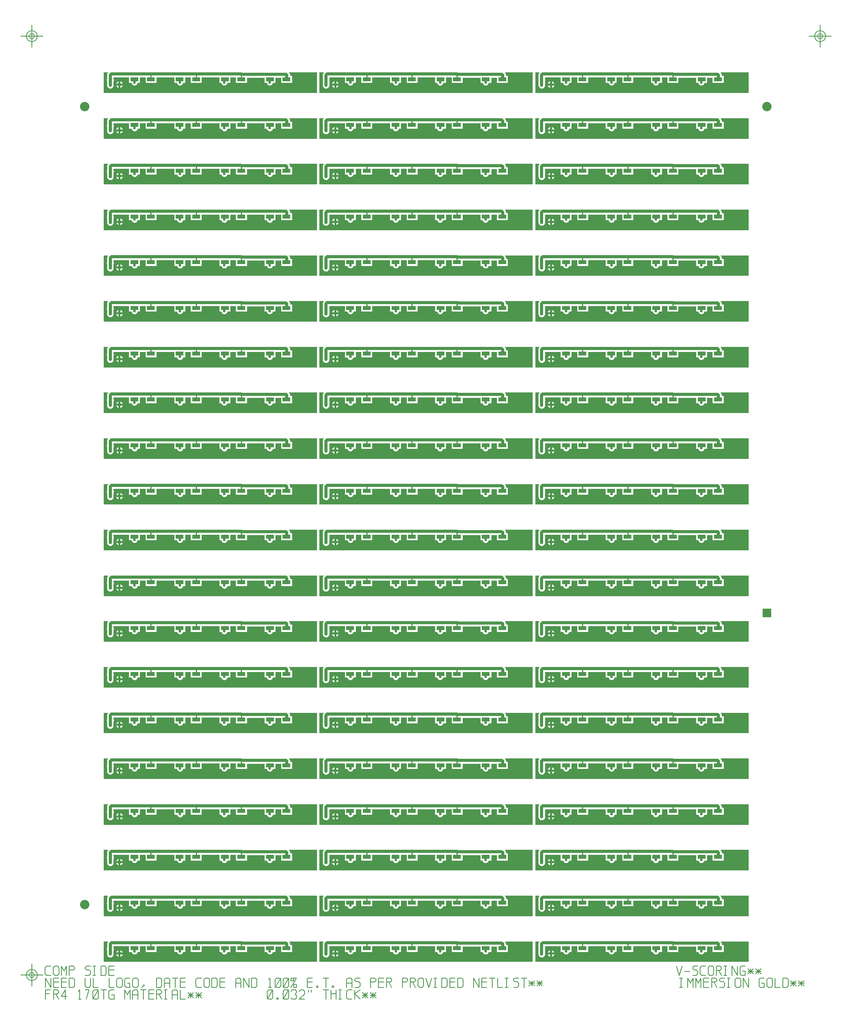
<source format=gbr>
*%FSLAX24Y24*%
%MOIN*%
%IPPOS*%
%ADD10C,0.03*%
%ADD11C,0.024*%
%ADD12R,0.065X0.032*%
%ADD13C,0.0276*%
%ADD14C,0.01*%
%ADD15C,0.015*%
%ADD16C,0.125*%
%ADD17R,0.075X0.075*%
%ADD18R,0.08X0.08*%
%AMD19*
1,1,0.1,0.0,0.0*
1,0,0.0875,0.0,0.0*
1,1,0.05,0.0,0.0*
1,0,0.0375,0.0,0.0*
20,1,0.0062,0.0,-0.0969,0.0,0.0969,0.0*
20,1,0.0062,-0.0969,0.0,0.0969,0.0,0.0*%
%ADD19D19*%
G04:---LTIenv:A019:6,0.2,6 *
%ADD100C,0.03*%
%ADD101C,0.024*%
%ADD102R,0.012X0.024*%
%ADD103R,0.03X0.02*%
%ADD104C,0.007*%
%ADD105R,0.062X0.028*%
%ADD106R,0.0085X0.02*%
%ADD107R,0.026X0.018*%
%ADD108C,0.035*%
%ADD109R,0.07X0.037*%
%ADD110C,0.035*%
%ADD111R,0.017X0.029*%
%ADD112R,0.035X0.025*%
%ADD113C,0.005*%
%AMD117*
1,1,0.001,0.01,0.0*
20,1,0.001,0.01,0.0,-0.01,0.0,0.0*
1,1,0.001,-0.01,0.0*
1,1,0.001,0.0,0.01*
20,1,0.001,0.0,0.01,0.0,-0.01,0.0*
1,1,0.001,0.0,-0.01*%
%ADD117D117*%
%AMD118*
1,1,0.001,0.025,0.0*
20,1,0.001,0.025,0.0,0.0246,-0.0043,0.0*
1,1,0.001,0.0246,-0.0043*
20,1,0.001,0.0246,-0.0043,0.0235,-0.0086,0.0*
1,1,0.001,0.0235,-0.0086*
20,1,0.001,0.0235,-0.0086,0.0217,-0.0125,0.0*
1,1,0.001,0.0217,-0.0125*
20,1,0.001,0.0217,-0.0125,0.0192,-0.0161,0.0*
1,1,0.001,0.0192,-0.0161*
20,1,0.001,0.0192,-0.0161,0.0161,-0.0192,0.0*
1,1,0.001,0.0161,-0.0192*
20,1,0.001,0.0161,-0.0192,0.0125,-0.0217,0.0*
1,1,0.001,0.0125,-0.0217*
20,1,0.001,0.0125,-0.0217,0.0086,-0.0235,0.0*
1,1,0.001,0.0086,-0.0235*
20,1,0.001,0.0086,-0.0235,0.0043,-0.0246,0.0*
1,1,0.001,0.0043,-0.0246*
20,1,0.001,0.0043,-0.0246,0.0,-0.025,0.0*
1,1,0.001,0.0,-0.025*
20,1,0.001,0.0,-0.025,-0.0043,-0.0246,0.0*
1,1,0.001,-0.0043,-0.0246*
20,1,0.001,-0.0043,-0.0246,-0.0086,-0.0235,0.0*
1,1,0.001,-0.0086,-0.0235*
20,1,0.001,-0.0086,-0.0235,-0.0125,-0.0217,0.0*
1,1,0.001,-0.0125,-0.0217*
20,1,0.001,-0.0125,-0.0217,-0.0161,-0.0192,0.0*
1,1,0.001,-0.0161,-0.0192*
20,1,0.001,-0.0161,-0.0192,-0.0192,-0.0161,0.0*
1,1,0.001,-0.0192,-0.0161*
20,1,0.001,-0.0192,-0.0161,-0.0217,-0.0125,0.0*
1,1,0.001,-0.0217,-0.0125*
20,1,0.001,-0.0217,-0.0125,-0.0235,-0.0086,0.0*
1,1,0.001,-0.0235,-0.0086*
20,1,0.001,-0.0235,-0.0086,-0.0246,-0.0043,0.0*
1,1,0.001,-0.0246,-0.0043*
20,1,0.001,-0.0246,-0.0043,-0.025,0.0,0.0*
1,1,0.001,-0.025,0.0*
20,1,0.001,-0.025,0.0,-0.0246,0.0043,0.0*
1,1,0.001,-0.0246,0.0043*
20,1,0.001,-0.0246,0.0043,-0.0235,0.0086,0.0*
1,1,0.001,-0.0235,0.0086*
20,1,0.001,-0.0235,0.0086,-0.0217,0.0125,0.0*
1,1,0.001,-0.0217,0.0125*
20,1,0.001,-0.0217,0.0125,-0.0192,0.0161,0.0*
1,1,0.001,-0.0192,0.0161*
20,1,0.001,-0.0192,0.0161,-0.0161,0.0192,0.0*
1,1,0.001,-0.0161,0.0192*
20,1,0.001,-0.0161,0.0192,-0.0125,0.0217,0.0*
1,1,0.001,-0.0125,0.0217*
20,1,0.001,-0.0125,0.0217,-0.0086,0.0235,0.0*
1,1,0.001,-0.0086,0.0235*
20,1,0.001,-0.0086,0.0235,-0.0043,0.0246,0.0*
1,1,0.001,-0.0043,0.0246*
20,1,0.001,-0.0043,0.0246,0.0,0.025,0.0*
1,1,0.001,0.0,0.025*
20,1,0.001,0.0,0.025,0.0043,0.0246,0.0*
1,1,0.001,0.0043,0.0246*
20,1,0.001,0.0043,0.0246,0.0086,0.0235,0.0*
1,1,0.001,0.0086,0.0235*
20,1,0.001,0.0086,0.0235,0.0125,0.0217,0.0*
1,1,0.001,0.0125,0.0217*
20,1,0.001,0.0125,0.0217,0.0161,0.0192,0.0*
1,1,0.001,0.0161,0.0192*
20,1,0.001,0.0161,0.0192,0.0192,0.0161,0.0*
1,1,0.001,0.0192,0.0161*
20,1,0.001,0.0192,0.0161,0.0217,0.0125,0.0*
1,1,0.001,0.0217,0.0125*
20,1,0.001,0.0217,0.0125,0.0235,0.0086,0.0*
1,1,0.001,0.0235,0.0086*
20,1,0.001,0.0235,0.0086,0.0246,0.0043,0.0*
1,1,0.001,0.0246,0.0043*
20,1,0.001,0.0246,0.0043,0.025,0.0,0.0*
1,1,0.001,0.025,0.0*
1,1,0.001,0.0125,0.0*
20,1,0.001,0.0125,0.0,-0.0125,0.0,0.0*
1,1,0.001,-0.0125,0.0*
1,1,0.001,0.0,0.0125*
20,1,0.001,0.0,0.0125,0.0,-0.0125,0.0*
1,1,0.001,0.0,-0.0125*%
%ADD118D118*%
%ADD119C,0.08*%
%ADD120C,0.008*%
%ADD200C,0.002*%
%ADD901C,0.0118*%
G04:---LTIenv:A901:15,0.0118,1 *
%ADD902C,0.02*%
G04:---LTIenv:A902:15,0.02,2 *

%LPD*%
D13*X16917Y76180D2*X20750D1*X20830Y76100*Y75773*X20797Y75740*X13057Y76200D2*X16897D1*X16917Y76180*X13057Y76200D2*X9164D1*X5670Y75680D2*Y76100D1*X5770Y76200*X9164*X5670Y75680D2*Y75240D1*X35429Y76180D2*X39262D1*X39342Y76100*Y75773*X39309Y75740*X31569Y76200D2*X35409D1*X35429Y76180*X31569Y76200D2*X27676D1*X24182Y75680D2*Y76100D1*X24282Y76200*X27676*X24182Y75680D2*Y75240D1*X53941Y76180D2*X57774D1*X57854Y76100*Y75773*X57821Y75740*X50081Y76200D2*X53921D1*X53941Y76180*X50081Y76200D2*X46188D1*X42694Y75680D2*Y76100D1*X42794Y76200*X46188*X42694Y75680D2*Y75240D1*X53941Y72260D2*X57774D1*X57854Y72180*Y71853*X57821Y71820*X50081Y72280D2*X53921D1*X53941Y72260*X50081Y72280D2*X46188D1*X42694Y71760D2*Y72180D1*X42794Y72280*X46188*X42694Y71760D2*Y71320D1*X35429Y72260D2*X39262D1*X39342Y72180*Y71853*X39309Y71820*X31569Y72280D2*X35409D1*X35429Y72260*X31569Y72280D2*X27676D1*X24182Y71760D2*Y72180D1*X24282Y72280*X27676*X24182Y71760D2*Y71320D1*X16917Y72260D2*X20750D1*X20830Y72180*Y71853*X20797Y71820*X13057Y72280D2*X16897D1*X16917Y72260*X13057Y72280D2*X9164D1*X5670Y71760D2*Y72180D1*X5770Y72280*X9164*X5670Y71760D2*Y71320D1*X16917Y68340D2*X20750D1*X20830Y68260*Y67933*X20797Y67900*X13057Y68360D2*X16897D1*X16917Y68340*X13057Y68360D2*X9164D1*X5670Y67840D2*Y68260D1*X5770Y68360*X9164*X5670Y67840D2*Y67400D1*X35429Y68340D2*X39262D1*X39342Y68260*Y67933*X39309Y67900*X31569Y68360D2*X35409D1*X35429Y68340*X31569Y68360D2*X27676D1*X24182Y67840D2*Y68260D1*X24282Y68360*X27676*X24182Y67840D2*Y67400D1*X53941Y68340D2*X57774D1*X57854Y68260*Y67933*X57821Y67900*X50081Y68360D2*X53921D1*X53941Y68340*X50081Y68360D2*X46188D1*X42694Y67840D2*Y68260D1*X42794Y68360*X46188*X42694Y67840D2*Y67400D1*X53941Y64420D2*X57774D1*X57854Y64340*Y64013*X57821Y63980*X50081Y64440D2*X53921D1*X53941Y64420*X50081Y64440D2*X46188D1*X42694Y63920D2*Y64340D1*X42794Y64440*X46188*X42694Y63920D2*Y63480D1*X35429Y64420D2*X39262D1*X39342Y64340*Y64013*X39309Y63980*X31569Y64440D2*X35409D1*X35429Y64420*X31569Y64440D2*X27676D1*X24182Y63920D2*Y64340D1*X24282Y64440*X27676*X24182Y63920D2*Y63480D1*X16917Y64420D2*X20750D1*X20830Y64340*Y64013*X20797Y63980*X13057Y64440D2*X16897D1*X16917Y64420*X13057Y64440D2*X9164D1*X5670Y63920D2*Y64340D1*X5770Y64440*X9164*X5670Y63920D2*Y63480D1*X16917Y60500D2*X20750D1*X20830Y60420*Y60093*X20797Y60060*X13057Y60520D2*X16897D1*X16917Y60500*X13057Y60520D2*X9164D1*X5670Y60000D2*Y60420D1*X5770Y60520*X9164*X5670Y60000D2*Y59560D1*X35429Y60500D2*X39262D1*X39342Y60420*Y60093*X39309Y60060*X31569Y60520D2*X35409D1*X35429Y60500*X31569Y60520D2*X27676D1*X24182Y60000D2*Y60420D1*X24282Y60520*X27676*X24182Y60000D2*Y59560D1*X53941Y60500D2*X57774D1*X57854Y60420*Y60093*X57821Y60060*X50081Y60520D2*X53921D1*X53941Y60500*X50081Y60520D2*X46188D1*X42694Y60000D2*Y60420D1*X42794Y60520*X46188*X42694Y60000D2*Y59560D1*X53941Y56580D2*X57774D1*X57854Y56500*Y56173*X57821Y56140*X50081Y56600D2*X53921D1*X53941Y56580*X50081Y56600D2*X46188D1*X42694Y56080D2*Y56500D1*X42794Y56600*X46188*X42694Y56080D2*Y55640D1*X35429Y56580D2*X39262D1*X39342Y56500*Y56173*X39309Y56140*X31569Y56600D2*X35409D1*X35429Y56580*X31569Y56600D2*X27676D1*X24182Y56080D2*Y56500D1*X24282Y56600*X27676*X24182Y56080D2*Y55640D1*X16917Y56580D2*X20750D1*X20830Y56500*Y56173*X20797Y56140*X13057Y56600D2*X16897D1*X16917Y56580*X13057Y56600D2*X9164D1*X5670Y56080D2*Y56500D1*X5770Y56600*X9164*X5670Y56080D2*Y55640D1*X16917Y52660D2*X20750D1*X20830Y52580*Y52253*X20797Y52220*X13057Y52680D2*X16897D1*X16917Y52660*X13057Y52680D2*X9164D1*X5670Y52160D2*Y52580D1*X5770Y52680*X9164*X5670Y52160D2*Y51720D1*X35429Y52660D2*X39262D1*X39342Y52580*Y52253*X39309Y52220*X31569Y52680D2*X35409D1*X35429Y52660*X31569Y52680D2*X27676D1*X24182Y52160D2*Y52580D1*X24282Y52680*X27676*X24182Y52160D2*Y51720D1*X53941Y52660D2*X57774D1*X57854Y52580*Y52253*X57821Y52220*X50081Y52680D2*X53921D1*X53941Y52660*X50081Y52680D2*X46188D1*X42694Y52160D2*Y52580D1*X42794Y52680*X46188*X42694Y52160D2*Y51720D1*X53941Y48740D2*X57774D1*X57854Y48660*Y48333*X57821Y48300*X50081Y48760D2*X53921D1*X53941Y48740*X50081Y48760D2*X46188D1*X42694Y48240D2*Y48660D1*X42794Y48760*X46188*X42694Y48240D2*Y47800D1*X35429Y48740D2*X39262D1*X39342Y48660*Y48333*X39309Y48300*X31569Y48760D2*X35409D1*X35429Y48740*X31569Y48760D2*X27676D1*X24182Y48240D2*Y48660D1*X24282Y48760*X27676*X24182Y48240D2*Y47800D1*X16917Y48740D2*X20750D1*X20830Y48660*Y48333*X20797Y48300*X13057Y48760D2*X16897D1*X16917Y48740*X13057Y48760D2*X9164D1*X5670Y48240D2*Y48660D1*X5770Y48760*X9164*X5670Y48240D2*Y47800D1*X16917Y44820D2*X20750D1*X20830Y44740*Y44413*X20797Y44380*X13057Y44840D2*X16897D1*X16917Y44820*X13057Y44840D2*X9164D1*X5670Y44320D2*Y44740D1*X5770Y44840*X9164*X5670Y44320D2*Y43880D1*X35429Y44820D2*X39262D1*X39342Y44740*Y44413*X39309Y44380*X31569Y44840D2*X35409D1*X35429Y44820*X31569Y44840D2*X27676D1*X24182Y44320D2*Y44740D1*X24282Y44840*X27676*X24182Y44320D2*Y43880D1*X53941Y44820D2*X57774D1*X57854Y44740*Y44413*X57821Y44380*X50081Y44840D2*X53921D1*X53941Y44820*X50081Y44840D2*X46188D1*X42694Y44320D2*Y44740D1*X42794Y44840*X46188*X42694Y44320D2*Y43880D1*X53941Y40900D2*X57774D1*X57854Y40820*Y40493*X57821Y40460*X50081Y40920D2*X53921D1*X53941Y40900*X50081Y40920D2*X46188D1*X42694Y40400D2*Y40820D1*X42794Y40920*X46188*X42694Y40400D2*Y39960D1*X35429Y40900D2*X39262D1*X39342Y40820*Y40493*X39309Y40460*X31569Y40920D2*X35409D1*X35429Y40900*X31569Y40920D2*X27676D1*X24182Y40400D2*Y40820D1*X24282Y40920*X27676*X24182Y40400D2*Y39960D1*X16917Y40900D2*X20750D1*X20830Y40820*Y40493*X20797Y40460*X13057Y40920D2*X16897D1*X16917Y40900*X13057Y40920D2*X9164D1*X5670Y40400D2*Y40820D1*X5770Y40920*X9164*X5670Y40400D2*Y39960D1*X16917Y36980D2*X20750D1*X20830Y36900*Y36573*X20797Y36540*X13057Y37000D2*X16897D1*X16917Y36980*X13057Y37000D2*X9164D1*X5670Y36480D2*Y36900D1*X5770Y37000*X9164*X5670Y36480D2*Y36040D1*X35429Y36980D2*X39262D1*X39342Y36900*Y36573*X39309Y36540*X31569Y37000D2*X35409D1*X35429Y36980*X31569Y37000D2*X27676D1*X24182Y36480D2*Y36900D1*X24282Y37000*X27676*X24182Y36480D2*Y36040D1*X53941Y36980D2*X57774D1*X57854Y36900*Y36573*X57821Y36540*X50081Y37000D2*X53921D1*X53941Y36980*X50081Y37000D2*X46188D1*X42694Y36480D2*Y36900D1*X42794Y37000*X46188*X42694Y36480D2*Y36040D1*X53941Y33060D2*X57774D1*X57854Y32980*Y32653*X57821Y32620*X50081Y33080D2*X53921D1*X53941Y33060*X50081Y33080D2*X46188D1*X42694Y32560D2*Y32980D1*X42794Y33080*X46188*X42694Y32560D2*Y32120D1*X35429Y33060D2*X39262D1*X39342Y32980*Y32653*X39309Y32620*X31569Y33080D2*X35409D1*X35429Y33060*X31569Y33080D2*X27676D1*X24182Y32560D2*Y32980D1*X24282Y33080*X27676*X24182Y32560D2*Y32120D1*X16917Y33060D2*X20750D1*X20830Y32980*Y32653*X20797Y32620*X13057Y33080D2*X16897D1*X16917Y33060*X13057Y33080D2*X9164D1*X5670Y32560D2*Y32980D1*X5770Y33080*X9164*X5670Y32560D2*Y32120D1*X16917Y29140D2*X20750D1*X20830Y29060*Y28733*X20797Y28700*X13057Y29160D2*X16897D1*X16917Y29140*X13057Y29160D2*X9164D1*X5670Y28640D2*Y29060D1*X5770Y29160*X9164*X5670Y28640D2*Y28200D1*X35429Y29140D2*X39262D1*X39342Y29060*Y28733*X39309Y28700*X31569Y29160D2*X35409D1*X35429Y29140*X31569Y29160D2*X27676D1*X24182Y28640D2*Y29060D1*X24282Y29160*X27676*X24182Y28640D2*Y28200D1*X53941Y29140D2*X57774D1*X57854Y29060*Y28733*X57821Y28700*X50081Y29160D2*X53921D1*X53941Y29140*X50081Y29160D2*X46188D1*X42694Y28640D2*Y29060D1*X42794Y29160*X46188*X42694Y28640D2*Y28200D1*X53941Y25220D2*X57774D1*X57854Y25140*Y24813*X57821Y24780*X50081Y25240D2*X53921D1*X53941Y25220*X50081Y25240D2*X46188D1*X42694Y24720D2*Y25140D1*X42794Y25240*X46188*X42694Y24720D2*Y24280D1*X35429Y25220D2*X39262D1*X39342Y25140*Y24813*X39309Y24780*X31569Y25240D2*X35409D1*X35429Y25220*X31569Y25240D2*X27676D1*X24182Y24720D2*Y25140D1*X24282Y25240*X27676*X24182Y24720D2*Y24280D1*X16917Y25220D2*X20750D1*X20830Y25140*Y24813*X20797Y24780*X13057Y25240D2*X16897D1*X16917Y25220*X13057Y25240D2*X9164D1*X5670Y24720D2*Y25140D1*X5770Y25240*X9164*X5670Y24720D2*Y24280D1*X16917Y21300D2*X20750D1*X20830Y21220*Y20893*X20797Y20860*X13057Y21320D2*X16897D1*X16917Y21300*X13057Y21320D2*X9164D1*X5670Y20800D2*Y21220D1*X5770Y21320*X9164*X5670Y20800D2*Y20360D1*X35429Y21300D2*X39262D1*X39342Y21220*Y20893*X39309Y20860*X31569Y21320D2*X35409D1*X35429Y21300*X31569Y21320D2*X27676D1*X24182Y20800D2*Y21220D1*X24282Y21320*X27676*X24182Y20800D2*Y20360D1*X53941Y21300D2*X57774D1*X57854Y21220*Y20893*X57821Y20860*X50081Y21320D2*X53921D1*X53941Y21300*X50081Y21320D2*X46188D1*X42694Y20800D2*Y21220D1*X42794Y21320*X46188*X42694Y20800D2*Y20360D1*X53941Y17380D2*X57774D1*X57854Y17300*Y16973*X57821Y16940*X50081Y17400D2*X53921D1*X53941Y17380*X50081Y17400D2*X46188D1*X42694Y16880D2*Y17300D1*X42794Y17400*X46188*X42694Y16880D2*Y16440D1*X35429Y17380D2*X39262D1*X39342Y17300*Y16973*X39309Y16940*X31569Y17400D2*X35409D1*X35429Y17380*X31569Y17400D2*X27676D1*X24182Y16880D2*Y17300D1*X24282Y17400*X27676*X24182Y16880D2*Y16440D1*X16917Y17380D2*X20750D1*X20830Y17300*Y16973*X20797Y16940*X13057Y17400D2*X16897D1*X16917Y17380*X13057Y17400D2*X9164D1*X5670Y16880D2*Y17300D1*X5770Y17400*X9164*X5670Y16880D2*Y16440D1*X16917Y13460D2*X20750D1*X20830Y13380*Y13053*X20797Y13020*X13057Y13480D2*X16897D1*X16917Y13460*X13057Y13480D2*X9164D1*X5670Y12960D2*Y13380D1*X5770Y13480*X9164*X5670Y12960D2*Y12520D1*X35429Y13460D2*X39262D1*X39342Y13380*Y13053*X39309Y13020*X31569Y13480D2*X35409D1*X35429Y13460*X31569Y13480D2*X27676D1*X24182Y12960D2*Y13380D1*X24282Y13480*X27676*X24182Y12960D2*Y12520D1*X53941Y13460D2*X57774D1*X57854Y13380*Y13053*X57821Y13020*X50081Y13480D2*X53921D1*X53941Y13460*X50081Y13480D2*X46188D1*X42694Y12960D2*Y13380D1*X42794Y13480*X46188*X42694Y12960D2*Y12520D1*X53941Y9540D2*X57774D1*X57854Y9460*Y9133*X57821Y9100*X50081Y9560D2*X53921D1*X53941Y9540*X50081Y9560D2*X46188D1*X42694Y9040D2*Y9460D1*X42794Y9560*X46188*X42694Y9040D2*Y8600D1*X35429Y9540D2*X39262D1*X39342Y9460*Y9133*X39309Y9100*X31569Y9560D2*X35409D1*X35429Y9540*X31569Y9560D2*X27676D1*X24182Y9040D2*Y9460D1*X24282Y9560*X27676*X24182Y9040D2*Y8600D1*X16917Y9540D2*X20750D1*X20830Y9460*Y9133*X20797Y9100*X13057Y9560D2*X16897D1*X16917Y9540*X13057Y9560D2*X9164D1*X5670Y9040D2*Y9460D1*X5770Y9560*X9164*X5670Y9040D2*Y8600D1*X16917Y5620D2*X20750D1*X20830Y5540*Y5213*X20797Y5180*X13057Y5640D2*X16897D1*X16917Y5620*X13057Y5640D2*X9164D1*X5670Y5120D2*Y5540D1*X5770Y5640*X9164*X5670Y5120D2*Y4680D1*X35429Y5620D2*X39262D1*X39342Y5540*Y5213*X39309Y5180*X31569Y5640D2*X35409D1*X35429Y5620*X31569Y5640D2*X27676D1*X24182Y5120D2*Y5540D1*X24282Y5640*X27676*X24182Y5120D2*Y4680D1*X53941Y5620D2*X57774D1*X57854Y5540*Y5213*X57821Y5180*X50081Y5640D2*X53921D1*X53941Y5620*X50081Y5640D2*X46188D1*X42694Y5120D2*Y5540D1*X42794Y5640*X46188*X42694Y5120D2*Y4680D1*X53941Y1700D2*X57774D1*X57854Y1620*Y1293*X57821Y1260*X50081Y1720D2*X53921D1*X53941Y1700*X50081Y1720D2*X46188D1*X42694Y1200D2*Y1620D1*X42794Y1720*X46188*X42694Y1200D2*Y760D1*X35429Y1700D2*X39262D1*X39342Y1620*Y1293*X39309Y1260*X31569Y1720D2*X35409D1*X35429Y1700*X31569Y1720D2*X27676D1*X24182Y1200D2*Y1620D1*X24282Y1720*X27676*X24182Y1200D2*Y760D1*X16917Y1700D2*X20750D1*X20830Y1620*Y1293*X20797Y1260*X13057Y1720D2*X16897D1*X16917Y1700*X13057Y1720D2*X9164D1*X5670Y1200D2*Y1620D1*X5770Y1720*X9164*X5670Y1200D2*Y760D1*D14*X19379Y75740D2*X19360Y75721D1*Y75480*X15503Y75740D2*X15460Y75697D1*Y75480*X16917Y76180D2*Y75743D1*X16921Y75740*X13045D2*X13057Y75752D1*Y76200*X11627Y75740D2*X11660Y75707D1*Y75480*X9164Y76200D2*Y75744D1*X9169Y75740*X7751D2*X7760Y75731D1*Y75480*X37891Y75740D2*X37872Y75721D1*Y75480*X34015Y75740D2*X33972Y75697D1*Y75480*X35429Y76180D2*Y75743D1*X35433Y75740*X31557D2*X31569Y75752D1*Y76200*X30139Y75740D2*X30172Y75707D1*Y75480*X27676Y76200D2*Y75744D1*X27681Y75740*X26263D2*X26272Y75731D1*Y75480*X56403Y75740D2*X56384Y75721D1*Y75480*X52527Y75740D2*X52484Y75697D1*Y75480*X53941Y76180D2*Y75743D1*X53945Y75740*X50069D2*X50081Y75752D1*Y76200*X48651Y75740D2*X48684Y75707D1*Y75480*X46188Y76200D2*Y75744D1*X46193Y75740*X44775D2*X44784Y75731D1*Y75480*X56403Y71820D2*X56384Y71801D1*Y71560*X52527Y71820D2*X52484Y71777D1*Y71560*X53941Y72260D2*Y71823D1*X53945Y71820*X50069D2*X50081Y71832D1*Y72280*X48651Y71820D2*X48684Y71787D1*Y71560*X46188Y72280D2*Y71824D1*X46193Y71820*X44775D2*X44784Y71811D1*Y71560*X37891Y71820D2*X37872Y71801D1*Y71560*X34015Y71820D2*X33972Y71777D1*Y71560*X35429Y72260D2*Y71823D1*X35433Y71820*X31557D2*X31569Y71832D1*Y72280*X30139Y71820D2*X30172Y71787D1*Y71560*X27676Y72280D2*Y71824D1*X27681Y71820*X26263D2*X26272Y71811D1*Y71560*X19379Y71820D2*X19360Y71801D1*Y71560*X15503Y71820D2*X15460Y71777D1*Y71560*X16917Y72260D2*Y71823D1*X16921Y71820*X13045D2*X13057Y71832D1*Y72280*X11627Y71820D2*X11660Y71787D1*Y71560*X9164Y72280D2*Y71824D1*X9169Y71820*X7751D2*X7760Y71811D1*Y71560*X19379Y67900D2*X19360Y67881D1*Y67640*X15503Y67900D2*X15460Y67857D1*Y67640*X16917Y68340D2*Y67903D1*X16921Y67900*X13045D2*X13057Y67912D1*Y68360*X11627Y67900D2*X11660Y67867D1*Y67640*X9164Y68360D2*Y67904D1*X9169Y67900*X7751D2*X7760Y67891D1*Y67640*X37891Y67900D2*X37872Y67881D1*Y67640*X34015Y67900D2*X33972Y67857D1*Y67640*X35429Y68340D2*Y67903D1*X35433Y67900*X31557D2*X31569Y67912D1*Y68360*X30139Y67900D2*X30172Y67867D1*Y67640*X27676Y68360D2*Y67904D1*X27681Y67900*X26263D2*X26272Y67891D1*Y67640*X56403Y67900D2*X56384Y67881D1*Y67640*X52527Y67900D2*X52484Y67857D1*Y67640*X53941Y68340D2*Y67903D1*X53945Y67900*X50069D2*X50081Y67912D1*Y68360*X48651Y67900D2*X48684Y67867D1*Y67640*X46188Y68360D2*Y67904D1*X46193Y67900*X44775D2*X44784Y67891D1*Y67640*X56403Y63980D2*X56384Y63961D1*Y63720*X52527Y63980D2*X52484Y63937D1*Y63720*X53941Y64420D2*Y63983D1*X53945Y63980*X50069D2*X50081Y63992D1*Y64440*X48651Y63980D2*X48684Y63947D1*Y63720*X46188Y64440D2*Y63984D1*X46193Y63980*X44775D2*X44784Y63971D1*Y63720*X37891Y63980D2*X37872Y63961D1*Y63720*X34015Y63980D2*X33972Y63937D1*Y63720*X35429Y64420D2*Y63983D1*X35433Y63980*X31557D2*X31569Y63992D1*Y64440*X30139Y63980D2*X30172Y63947D1*Y63720*X27676Y64440D2*Y63984D1*X27681Y63980*X26263D2*X26272Y63971D1*Y63720*X19379Y63980D2*X19360Y63961D1*Y63720*X15503Y63980D2*X15460Y63937D1*Y63720*X16917Y64420D2*Y63983D1*X16921Y63980*X13045D2*X13057Y63992D1*Y64440*X11627Y63980D2*X11660Y63947D1*Y63720*X9164Y64440D2*Y63984D1*X9169Y63980*X7751D2*X7760Y63971D1*Y63720*X19379Y60060D2*X19360Y60041D1*Y59800*X15503Y60060D2*X15460Y60017D1*Y59800*X16917Y60500D2*Y60063D1*X16921Y60060*X13045D2*X13057Y60072D1*Y60520*X11627Y60060D2*X11660Y60027D1*Y59800*X9164Y60520D2*Y60064D1*X9169Y60060*X7751D2*X7760Y60051D1*Y59800*X37891Y60060D2*X37872Y60041D1*Y59800*X34015Y60060D2*X33972Y60017D1*Y59800*X35429Y60500D2*Y60063D1*X35433Y60060*X31557D2*X31569Y60072D1*Y60520*X30139Y60060D2*X30172Y60027D1*Y59800*X27676Y60520D2*Y60064D1*X27681Y60060*X26263D2*X26272Y60051D1*Y59800*X56403Y60060D2*X56384Y60041D1*Y59800*X52527Y60060D2*X52484Y60017D1*Y59800*X53941Y60500D2*Y60063D1*X53945Y60060*X50069D2*X50081Y60072D1*Y60520*X48651Y60060D2*X48684Y60027D1*Y59800*X46188Y60520D2*Y60064D1*X46193Y60060*X44775D2*X44784Y60051D1*Y59800*X56403Y56140D2*X56384Y56121D1*Y55880*X52527Y56140D2*X52484Y56097D1*Y55880*X53941Y56580D2*Y56143D1*X53945Y56140*X50069D2*X50081Y56152D1*Y56600*X48651Y56140D2*X48684Y56107D1*Y55880*X46188Y56600D2*Y56144D1*X46193Y56140*X44775D2*X44784Y56131D1*Y55880*X37891Y56140D2*X37872Y56121D1*Y55880*X34015Y56140D2*X33972Y56097D1*Y55880*X35429Y56580D2*Y56143D1*X35433Y56140*X31557D2*X31569Y56152D1*Y56600*X30139Y56140D2*X30172Y56107D1*Y55880*X27676Y56600D2*Y56144D1*X27681Y56140*X26263D2*X26272Y56131D1*Y55880*X19379Y56140D2*X19360Y56121D1*Y55880*X15503Y56140D2*X15460Y56097D1*Y55880*X16917Y56580D2*Y56143D1*X16921Y56140*X13045D2*X13057Y56152D1*Y56600*X11627Y56140D2*X11660Y56107D1*Y55880*X9164Y56600D2*Y56144D1*X9169Y56140*X7751D2*X7760Y56131D1*Y55880*X19379Y52220D2*X19360Y52201D1*Y51960*X15503Y52220D2*X15460Y52177D1*Y51960*X16917Y52660D2*Y52223D1*X16921Y52220*X13045D2*X13057Y52232D1*Y52680*X11627Y52220D2*X11660Y52187D1*Y51960*X9164Y52680D2*Y52224D1*X9169Y52220*X7751D2*X7760Y52211D1*Y51960*X37891Y52220D2*X37872Y52201D1*Y51960*X34015Y52220D2*X33972Y52177D1*Y51960*X35429Y52660D2*Y52223D1*X35433Y52220*X31557D2*X31569Y52232D1*Y52680*X30139Y52220D2*X30172Y52187D1*Y51960*X27676Y52680D2*Y52224D1*X27681Y52220*X26263D2*X26272Y52211D1*Y51960*X56403Y52220D2*X56384Y52201D1*Y51960*X52527Y52220D2*X52484Y52177D1*Y51960*X53941Y52660D2*Y52223D1*X53945Y52220*X50069D2*X50081Y52232D1*Y52680*X48651Y52220D2*X48684Y52187D1*Y51960*X46188Y52680D2*Y52224D1*X46193Y52220*X44775D2*X44784Y52211D1*Y51960*X56403Y48300D2*X56384Y48281D1*Y48040*X52527Y48300D2*X52484Y48257D1*Y48040*X53941Y48740D2*Y48303D1*X53945Y48300*X50069D2*X50081Y48312D1*Y48760*X48651Y48300D2*X48684Y48267D1*Y48040*X46188Y48760D2*Y48304D1*X46193Y48300*X44775D2*X44784Y48291D1*Y48040*X37891Y48300D2*X37872Y48281D1*Y48040*X34015Y48300D2*X33972Y48257D1*Y48040*X35429Y48740D2*Y48303D1*X35433Y48300*X31557D2*X31569Y48312D1*Y48760*X30139Y48300D2*X30172Y48267D1*Y48040*X27676Y48760D2*Y48304D1*X27681Y48300*X26263D2*X26272Y48291D1*Y48040*X19379Y48300D2*X19360Y48281D1*Y48040*X15503Y48300D2*X15460Y48257D1*Y48040*X16917Y48740D2*Y48303D1*X16921Y48300*X13045D2*X13057Y48312D1*Y48760*X11627Y48300D2*X11660Y48267D1*Y48040*X9164Y48760D2*Y48304D1*X9169Y48300*X7751D2*X7760Y48291D1*Y48040*X19379Y44380D2*X19360Y44361D1*Y44120*X15503Y44380D2*X15460Y44337D1*Y44120*X16917Y44820D2*Y44383D1*X16921Y44380*X13045D2*X13057Y44392D1*Y44840*X11627Y44380D2*X11660Y44347D1*Y44120*X9164Y44840D2*Y44384D1*X9169Y44380*X7751D2*X7760Y44371D1*Y44120*X37891Y44380D2*X37872Y44361D1*Y44120*X34015Y44380D2*X33972Y44337D1*Y44120*X35429Y44820D2*Y44383D1*X35433Y44380*X31557D2*X31569Y44392D1*Y44840*X30139Y44380D2*X30172Y44347D1*Y44120*X27676Y44840D2*Y44384D1*X27681Y44380*X26263D2*X26272Y44371D1*Y44120*X56403Y44380D2*X56384Y44361D1*Y44120*X52527Y44380D2*X52484Y44337D1*Y44120*X53941Y44820D2*Y44383D1*X53945Y44380*X50069D2*X50081Y44392D1*Y44840*X48651Y44380D2*X48684Y44347D1*Y44120*X46188Y44840D2*Y44384D1*X46193Y44380*X44775D2*X44784Y44371D1*Y44120*X56403Y40460D2*X56384Y40441D1*Y40200*X52527Y40460D2*X52484Y40417D1*Y40200*X53941Y40900D2*Y40463D1*X53945Y40460*X50069D2*X50081Y40472D1*Y40920*X48651Y40460D2*X48684Y40427D1*Y40200*X46188Y40920D2*Y40464D1*X46193Y40460*X44775D2*X44784Y40451D1*Y40200*X37891Y40460D2*X37872Y40441D1*Y40200*X34015Y40460D2*X33972Y40417D1*Y40200*X35429Y40900D2*Y40463D1*X35433Y40460*X31557D2*X31569Y40472D1*Y40920*X30139Y40460D2*X30172Y40427D1*Y40200*X27676Y40920D2*Y40464D1*X27681Y40460*X26263D2*X26272Y40451D1*Y40200*X19379Y40460D2*X19360Y40441D1*Y40200*X15503Y40460D2*X15460Y40417D1*Y40200*X16917Y40900D2*Y40463D1*X16921Y40460*X13045D2*X13057Y40472D1*Y40920*X11627Y40460D2*X11660Y40427D1*Y40200*X9164Y40920D2*Y40464D1*X9169Y40460*X7751D2*X7760Y40451D1*Y40200*X19379Y36540D2*X19360Y36521D1*Y36280*X15503Y36540D2*X15460Y36497D1*Y36280*X16917Y36980D2*Y36543D1*X16921Y36540*X13045D2*X13057Y36552D1*Y37000*X11627Y36540D2*X11660Y36507D1*Y36280*X9164Y37000D2*Y36544D1*X9169Y36540*X7751D2*X7760Y36531D1*Y36280*X37891Y36540D2*X37872Y36521D1*Y36280*X34015Y36540D2*X33972Y36497D1*Y36280*X35429Y36980D2*Y36543D1*X35433Y36540*X31557D2*X31569Y36552D1*Y37000*X30139Y36540D2*X30172Y36507D1*Y36280*X27676Y37000D2*Y36544D1*X27681Y36540*X26263D2*X26272Y36531D1*Y36280*X56403Y36540D2*X56384Y36521D1*Y36280*X52527Y36540D2*X52484Y36497D1*Y36280*X53941Y36980D2*Y36543D1*X53945Y36540*X50069D2*X50081Y36552D1*Y37000*X48651Y36540D2*X48684Y36507D1*Y36280*X46188Y37000D2*Y36544D1*X46193Y36540*X44775D2*X44784Y36531D1*Y36280*X56403Y32620D2*X56384Y32601D1*Y32360*X52527Y32620D2*X52484Y32577D1*Y32360*X53941Y33060D2*Y32623D1*X53945Y32620*X50069D2*X50081Y32632D1*Y33080*X48651Y32620D2*X48684Y32587D1*Y32360*X46188Y33080D2*Y32624D1*X46193Y32620*X44775D2*X44784Y32611D1*Y32360*X37891Y32620D2*X37872Y32601D1*Y32360*X34015Y32620D2*X33972Y32577D1*Y32360*X35429Y33060D2*Y32623D1*X35433Y32620*X31557D2*X31569Y32632D1*Y33080*X30139Y32620D2*X30172Y32587D1*Y32360*X27676Y33080D2*Y32624D1*X27681Y32620*X26263D2*X26272Y32611D1*Y32360*X19379Y32620D2*X19360Y32601D1*Y32360*X15503Y32620D2*X15460Y32577D1*Y32360*X16917Y33060D2*Y32623D1*X16921Y32620*X13045D2*X13057Y32632D1*Y33080*X11627Y32620D2*X11660Y32587D1*Y32360*X9164Y33080D2*Y32624D1*X9169Y32620*X7751D2*X7760Y32611D1*Y32360*X19379Y28700D2*X19360Y28681D1*Y28440*X15503Y28700D2*X15460Y28657D1*Y28440*X16917Y29140D2*Y28703D1*X16921Y28700*X13045D2*X13057Y28712D1*Y29160*X11627Y28700D2*X11660Y28667D1*Y28440*X9164Y29160D2*Y28704D1*X9169Y28700*X7751D2*X7760Y28691D1*Y28440*X37891Y28700D2*X37872Y28681D1*Y28440*X34015Y28700D2*X33972Y28657D1*Y28440*X35429Y29140D2*Y28703D1*X35433Y28700*X31557D2*X31569Y28712D1*Y29160*X30139Y28700D2*X30172Y28667D1*Y28440*X27676Y29160D2*Y28704D1*X27681Y28700*X26263D2*X26272Y28691D1*Y28440*X56403Y28700D2*X56384Y28681D1*Y28440*X52527Y28700D2*X52484Y28657D1*Y28440*X53941Y29140D2*Y28703D1*X53945Y28700*X50069D2*X50081Y28712D1*Y29160*X48651Y28700D2*X48684Y28667D1*Y28440*X46188Y29160D2*Y28704D1*X46193Y28700*X44775D2*X44784Y28691D1*Y28440*X56403Y24780D2*X56384Y24761D1*Y24520*X52527Y24780D2*X52484Y24737D1*Y24520*X53941Y25220D2*Y24783D1*X53945Y24780*X50069D2*X50081Y24792D1*Y25240*X48651Y24780D2*X48684Y24747D1*Y24520*X46188Y25240D2*Y24784D1*X46193Y24780*X44775D2*X44784Y24771D1*Y24520*X37891Y24780D2*X37872Y24761D1*Y24520*X34015Y24780D2*X33972Y24737D1*Y24520*X35429Y25220D2*Y24783D1*X35433Y24780*X31557D2*X31569Y24792D1*Y25240*X30139Y24780D2*X30172Y24747D1*Y24520*X27676Y25240D2*Y24784D1*X27681Y24780*X26263D2*X26272Y24771D1*Y24520*X19379Y24780D2*X19360Y24761D1*Y24520*X15503Y24780D2*X15460Y24737D1*Y24520*X16917Y25220D2*Y24783D1*X16921Y24780*X13045D2*X13057Y24792D1*Y25240*X11627Y24780D2*X11660Y24747D1*Y24520*X9164Y25240D2*Y24784D1*X9169Y24780*X7751D2*X7760Y24771D1*Y24520*X19379Y20860D2*X19360Y20841D1*Y20600*X15503Y20860D2*X15460Y20817D1*Y20600*X16917Y21300D2*Y20863D1*X16921Y20860*X13045D2*X13057Y20872D1*Y21320*X11627Y20860D2*X11660Y20827D1*Y20600*X9164Y21320D2*Y20864D1*X9169Y20860*X7751D2*X7760Y20851D1*Y20600*X37891Y20860D2*X37872Y20841D1*Y20600*X34015Y20860D2*X33972Y20817D1*Y20600*X35429Y21300D2*Y20863D1*X35433Y20860*X31557D2*X31569Y20872D1*Y21320*X30139Y20860D2*X30172Y20827D1*Y20600*X27676Y21320D2*Y20864D1*X27681Y20860*X26263D2*X26272Y20851D1*Y20600*X56403Y20860D2*X56384Y20841D1*Y20600*X52527Y20860D2*X52484Y20817D1*Y20600*X53941Y21300D2*Y20863D1*X53945Y20860*X50069D2*X50081Y20872D1*Y21320*X48651Y20860D2*X48684Y20827D1*Y20600*X46188Y21320D2*Y20864D1*X46193Y20860*X44775D2*X44784Y20851D1*Y20600*X56403Y16940D2*X56384Y16921D1*Y16680*X52527Y16940D2*X52484Y16897D1*Y16680*X53941Y17380D2*Y16943D1*X53945Y16940*X50069D2*X50081Y16952D1*Y17400*X48651Y16940D2*X48684Y16907D1*Y16680*X46188Y17400D2*Y16944D1*X46193Y16940*X44775D2*X44784Y16931D1*Y16680*X37891Y16940D2*X37872Y16921D1*Y16680*X34015Y16940D2*X33972Y16897D1*Y16680*X35429Y17380D2*Y16943D1*X35433Y16940*X31557D2*X31569Y16952D1*Y17400*X30139Y16940D2*X30172Y16907D1*Y16680*X27676Y17400D2*Y16944D1*X27681Y16940*X26263D2*X26272Y16931D1*Y16680*X19379Y16940D2*X19360Y16921D1*Y16680*X15503Y16940D2*X15460Y16897D1*Y16680*X16917Y17380D2*Y16943D1*X16921Y16940*X13045D2*X13057Y16952D1*Y17400*X11627Y16940D2*X11660Y16907D1*Y16680*X9164Y17400D2*Y16944D1*X9169Y16940*X7751D2*X7760Y16931D1*Y16680*X19379Y13020D2*X19360Y13001D1*Y12760*X15503Y13020D2*X15460Y12977D1*Y12760*X16917Y13460D2*Y13023D1*X16921Y13020*X13045D2*X13057Y13032D1*Y13480*X11627Y13020D2*X11660Y12987D1*Y12760*X9164Y13480D2*Y13024D1*X9169Y13020*X7751D2*X7760Y13011D1*Y12760*X37891Y13020D2*X37872Y13001D1*Y12760*X34015Y13020D2*X33972Y12977D1*Y12760*X35429Y13460D2*Y13023D1*X35433Y13020*X31557D2*X31569Y13032D1*Y13480*X30139Y13020D2*X30172Y12987D1*Y12760*X27676Y13480D2*Y13024D1*X27681Y13020*X26263D2*X26272Y13011D1*Y12760*X56403Y13020D2*X56384Y13001D1*Y12760*X52527Y13020D2*X52484Y12977D1*Y12760*X53941Y13460D2*Y13023D1*X53945Y13020*X50069D2*X50081Y13032D1*Y13480*X48651Y13020D2*X48684Y12987D1*Y12760*X46188Y13480D2*Y13024D1*X46193Y13020*X44775D2*X44784Y13011D1*Y12760*X56403Y9100D2*X56384Y9081D1*Y8840*X52527Y9100D2*X52484Y9057D1*Y8840*X53941Y9540D2*Y9103D1*X53945Y9100*X50069D2*X50081Y9112D1*Y9560*X48651Y9100D2*X48684Y9067D1*Y8840*X46188Y9560D2*Y9104D1*X46193Y9100*X44775D2*X44784Y9091D1*Y8840*X37891Y9100D2*X37872Y9081D1*Y8840*X34015Y9100D2*X33972Y9057D1*Y8840*X35429Y9540D2*Y9103D1*X35433Y9100*X31557D2*X31569Y9112D1*Y9560*X30139Y9100D2*X30172Y9067D1*Y8840*X27676Y9560D2*Y9104D1*X27681Y9100*X26263D2*X26272Y9091D1*Y8840*X19379Y9100D2*X19360Y9081D1*Y8840*X15503Y9100D2*X15460Y9057D1*Y8840*X16917Y9540D2*Y9103D1*X16921Y9100*X13045D2*X13057Y9112D1*Y9560*X11627Y9100D2*X11660Y9067D1*Y8840*X9164Y9560D2*Y9104D1*X9169Y9100*X7751D2*X7760Y9091D1*Y8840*X19379Y5180D2*X19360Y5161D1*Y4920*X15503Y5180D2*X15460Y5137D1*Y4920*X16917Y5620D2*Y5183D1*X16921Y5180*X13045D2*X13057Y5192D1*Y5640*X11627Y5180D2*X11660Y5147D1*Y4920*X9164Y5640D2*Y5184D1*X9169Y5180*X7751D2*X7760Y5171D1*Y4920*X37891Y5180D2*X37872Y5161D1*Y4920*X34015Y5180D2*X33972Y5137D1*Y4920*X35429Y5620D2*Y5183D1*X35433Y5180*X31557D2*X31569Y5192D1*Y5640*X30139Y5180D2*X30172Y5147D1*Y4920*X27676Y5640D2*Y5184D1*X27681Y5180*X26263D2*X26272Y5171D1*Y4920*X56403Y5180D2*X56384Y5161D1*Y4920*X52527Y5180D2*X52484Y5137D1*Y4920*X53941Y5620D2*Y5183D1*X53945Y5180*X50069D2*X50081Y5192D1*Y5640*X48651Y5180D2*X48684Y5147D1*Y4920*X46188Y5640D2*Y5184D1*X46193Y5180*X44775D2*X44784Y5171D1*Y4920*X56403Y1260D2*X56384Y1241D1*Y1000*X52527Y1260D2*X52484Y1217D1*Y1000*X53941Y1700D2*Y1263D1*X53945Y1260*X50069D2*X50081Y1272D1*Y1720*X48651Y1260D2*X48684Y1227D1*Y1000*X46188Y1720D2*Y1264D1*X46193Y1260*X44775D2*X44784Y1251D1*Y1000*X37891Y1260D2*X37872Y1241D1*Y1000*X34015Y1260D2*X33972Y1217D1*Y1000*X35429Y1700D2*Y1263D1*X35433Y1260*X31557D2*X31569Y1272D1*Y1720*X30139Y1260D2*X30172Y1227D1*Y1000*X27676Y1720D2*Y1264D1*X27681Y1260*X26263D2*X26272Y1251D1*Y1000*X19379Y1260D2*X19360Y1241D1*Y1000*X15503Y1260D2*X15460Y1217D1*Y1000*X16917Y1700D2*Y1263D1*X16921Y1260*X13045D2*X13057Y1272D1*Y1720*X11627Y1260D2*X11660Y1227D1*Y1000*X9164Y1720D2*Y1264D1*X9169Y1260*X7751D2*X7760Y1251D1*Y1000*D15*X6780Y75300D2*X6460D1*X6140*X6460Y75620D2*Y75300D1*Y74980*X25292Y75300D2*X24972D1*X24652*X24972Y75620D2*Y75300D1*Y74980*X43804Y75300D2*X43484D1*X43164*X43484Y75620D2*Y75300D1*Y74980*X43804Y71380D2*X43484D1*X43164*X43484Y71700D2*Y71380D1*Y71060*X25292Y71380D2*X24972D1*X24652*X24972Y71700D2*Y71380D1*Y71060*X6780Y71380D2*X6460D1*X6140*X6460Y71700D2*Y71380D1*Y71060*X6780Y67460D2*X6460D1*X6140*X6460Y67780D2*Y67460D1*Y67140*X25292Y67460D2*X24972D1*X24652*X24972Y67780D2*Y67460D1*Y67140*X43804Y67460D2*X43484D1*X43164*X43484Y67780D2*Y67460D1*Y67140*X43804Y63540D2*X43484D1*X43164*X43484Y63860D2*Y63540D1*Y63220*X25292Y63540D2*X24972D1*X24652*X24972Y63860D2*Y63540D1*Y63220*X6780Y63540D2*X6460D1*X6140*X6460Y63860D2*Y63540D1*Y63220*X6780Y59620D2*X6460D1*X6140*X6460Y59940D2*Y59620D1*Y59300*X25292Y59620D2*X24972D1*X24652*X24972Y59940D2*Y59620D1*Y59300*X43804Y59620D2*X43484D1*X43164*X43484Y59940D2*Y59620D1*Y59300*X43804Y55700D2*X43484D1*X43164*X43484Y56020D2*Y55700D1*Y55380*X25292Y55700D2*X24972D1*X24652*X24972Y56020D2*Y55700D1*Y55380*X6780Y55700D2*X6460D1*X6140*X6460Y56020D2*Y55700D1*Y55380*X6780Y51780D2*X6460D1*X6140*X6460Y52100D2*Y51780D1*Y51460*X25292Y51780D2*X24972D1*X24652*X24972Y52100D2*Y51780D1*Y51460*X43804Y51780D2*X43484D1*X43164*X43484Y52100D2*Y51780D1*Y51460*X43804Y47860D2*X43484D1*X43164*X43484Y48180D2*Y47860D1*Y47540*X25292Y47860D2*X24972D1*X24652*X24972Y48180D2*Y47860D1*Y47540*X6780Y47860D2*X6460D1*X6140*X6460Y48180D2*Y47860D1*Y47540*X6780Y43940D2*X6460D1*X6140*X6460Y44260D2*Y43940D1*Y43620*X25292Y43940D2*X24972D1*X24652*X24972Y44260D2*Y43940D1*Y43620*X43804Y43940D2*X43484D1*X43164*X43484Y44260D2*Y43940D1*Y43620*X43804Y40020D2*X43484D1*X43164*X43484Y40340D2*Y40020D1*Y39700*X25292Y40020D2*X24972D1*X24652*X24972Y40340D2*Y40020D1*Y39700*X6780Y40020D2*X6460D1*X6140*X6460Y40340D2*Y40020D1*Y39700*X6780Y36100D2*X6460D1*X6140*X6460Y36420D2*Y36100D1*Y35780*X25292Y36100D2*X24972D1*X24652*X24972Y36420D2*Y36100D1*Y35780*X43804Y36100D2*X43484D1*X43164*X43484Y36420D2*Y36100D1*Y35780*X43804Y32180D2*X43484D1*X43164*X43484Y32500D2*Y32180D1*Y31860*X25292Y32180D2*X24972D1*X24652*X24972Y32500D2*Y32180D1*Y31860*X6780Y32180D2*X6460D1*X6140*X6460Y32500D2*Y32180D1*Y31860*X6780Y28260D2*X6460D1*X6140*X6460Y28580D2*Y28260D1*Y27940*X25292Y28260D2*X24972D1*X24652*X24972Y28580D2*Y28260D1*Y27940*X43804Y28260D2*X43484D1*X43164*X43484Y28580D2*Y28260D1*Y27940*X43804Y24340D2*X43484D1*X43164*X43484Y24660D2*Y24340D1*Y24020*X25292Y24340D2*X24972D1*X24652*X24972Y24660D2*Y24340D1*Y24020*X6780Y24340D2*X6460D1*X6140*X6460Y24660D2*Y24340D1*Y24020*X6780Y20420D2*X6460D1*X6140*X6460Y20740D2*Y20420D1*Y20100*X25292Y20420D2*X24972D1*X24652*X24972Y20740D2*Y20420D1*Y20100*X43804Y20420D2*X43484D1*X43164*X43484Y20740D2*Y20420D1*Y20100*X43804Y16500D2*X43484D1*X43164*X43484Y16820D2*Y16500D1*Y16180*X25292Y16500D2*X24972D1*X24652*X24972Y16820D2*Y16500D1*Y16180*X6780Y16500D2*X6460D1*X6140*X6460Y16820D2*Y16500D1*Y16180*X6780Y12580D2*X6460D1*X6140*X6460Y12900D2*Y12580D1*Y12260*X25292Y12580D2*X24972D1*X24652*X24972Y12900D2*Y12580D1*Y12260*X43804Y12580D2*X43484D1*X43164*X43484Y12900D2*Y12580D1*Y12260*X43804Y8660D2*X43484D1*X43164*X43484Y8980D2*Y8660D1*Y8340*X25292Y8660D2*X24972D1*X24652*X24972Y8980D2*Y8660D1*Y8340*X6780Y8660D2*X6460D1*X6140*X6460Y8980D2*Y8660D1*Y8340*X6780Y4740D2*X6460D1*X6140*X6460Y5060D2*Y4740D1*Y4420*X25292Y4740D2*X24972D1*X24652*X24972Y5060D2*Y4740D1*Y4420*X43804Y4740D2*X43484D1*X43164*X43484Y5060D2*Y4740D1*Y4420*X43804Y820D2*X43484D1*X43164*X43484Y1140D2*Y820D1*Y500*X25292Y820D2*X24972D1*X24652*X24972Y1140D2*Y820D1*Y500*X6780Y820D2*X6460D1*X6140*X6460Y1140D2*Y820D1*Y500*D120*X580Y-1282D2*Y-2082D1*X120Y-1282*Y-2082*X806Y-1622D2*X1247D1*Y-1282D2*X806D1*Y-2082*X1247*X1487Y-1622D2*X1928D1*Y-1282D2*X1487D1*Y-2082*X1928*X2494D2*X2614Y-1962D1*Y-1408*X2494Y-1282*X2154*Y-2082*X2494*X4000Y-1282D2*Y-1962D1*X3880Y-2082*X3641*X3521Y-1962*Y-1282*X4649Y-2082D2*X4214D1*Y-1282*X6009Y-2082D2*X5575D1*Y-1282*X6236Y-1408D2*Y-1962D1*X6356Y-2082*X6595*X6715Y-1962*Y-1408*X6595Y-1282*X6356*X6236Y-1408*X7143Y-1723D2*X7364D1*Y-2082*X7043*X6923Y-1962*Y-1408*X7043Y-1282*X7364*X7597Y-1408D2*Y-1962D1*X7717Y-2082*X7956*X8076Y-1962*Y-1408*X7956Y-1282*X7717*X7597Y-1408*X8517Y-1975D2*Y-1887D1*X8611*X8391Y-2082*X9978D2*X10098Y-1962D1*Y-1408*X9978Y-1282*X9638*Y-2082*X9978*X10318Y-1723D2*X10778D1*Y-2082D2*Y-1408D1*X10658Y-1282*X10438*X10318Y-1408*Y-2082*X11250D2*Y-1282D1*X11011D2*X11490D1*X11691Y-1622D2*X12132D1*Y-1282D2*X11691D1*Y-2082*X12132*X13506D2*X13146D1*X13027Y-1962*Y-1408*X13146Y-1282*X13506*X13720Y-1408D2*Y-1962D1*X13839Y-2082*X14079*X14198Y-1962*Y-1408*X14079Y-1282*X13839*X13720Y-1408*X14740Y-2082D2*X14860Y-1962D1*Y-1408*X14740Y-1282*X14400*Y-2082*X14740*X15093Y-1622D2*X15534D1*Y-1282D2*X15093D1*Y-2082*X15534*X16441Y-1723D2*X16901D1*Y-2082D2*Y-1408D1*X16781Y-1282*X16561*X16441Y-1408*Y-2082*X17587Y-1282D2*Y-2082D1*X17128Y-1282*Y-2082*X18142D2*X18261Y-1962D1*Y-1408*X18142Y-1282*X17802*Y-2082*X18142*X19509D2*X19269D1*X19389D2*Y-1282D1*X19269Y-1408*X19836Y-2082D2*X20315Y-1282D1*X19956D2*X19836Y-1408D1*Y-1962*X19956Y-2082*X20195*X20315Y-1962*Y-1408*X20195Y-1282*X19956*X20517Y-2082D2*X20995Y-1282D1*X20636D2*X20517Y-1408D1*Y-1962*X20636Y-2082*X20876*X20995Y-1962*Y-1408*X20876Y-1282*X20636*X21417Y-2082D2*X21657D1*Y-1843*X21417*Y-2082*X21178D2*X21657Y-1282D1*X21417*Y-1528*X21178*Y-1282*X21417*X22576Y-1622D2*X23017D1*Y-1282D2*X22576D1*Y-2082*X23017*X23370D2*X23490D1*Y-1962*X23370*Y-2082*X24176D2*Y-1282D1*X23937D2*X24416D1*X24731Y-2082D2*X24850D1*Y-1962*X24731*Y-2082*X25965Y-1723D2*X26425D1*Y-2082D2*Y-1408D1*X26306Y-1282*X26085*X25965Y-1408*Y-2082*X26665D2*X26986D1*X27106Y-1962*Y-1723*X26986Y-1603*X26784*X26665Y-1484*Y-1408*X26784Y-1282*X27106*X28019Y-1622D2*X28359D1*X28479Y-1502*Y-1408*X28359Y-1282*X28019*Y-2082*X28699Y-1622D2*X29140D1*Y-1282D2*X28699D1*Y-2082*X29140*X29827D2*X29587Y-1647D1*X29392D2*X29707D1*X29827Y-1528*Y-1408*X29707Y-1282*X29392*Y-2082*X30740Y-1622D2*X31080D1*X31200Y-1502*Y-1408*X31080Y-1282*X30740*Y-2082*X31868D2*X31628Y-1647D1*X31433D2*X31748D1*X31868Y-1528*Y-1408*X31748Y-1282*X31433*Y-2082*X32088Y-1408D2*Y-1962D1*X32208Y-2082*X32447*X32567Y-1962*Y-1408*X32447Y-1282*X32208*X32088Y-1408*X33247Y-1282D2*X33008Y-2082D1*X32769Y-1282*X33682Y-2082D2*X33443D1*X33562D2*Y-1282D1*X33682D2*X33443D1*X34469Y-2082D2*X34589Y-1962D1*Y-1408*X34469Y-1282*X34129*Y-2082*X34469*X34822Y-1622D2*X35263D1*Y-1282D2*X34822D1*Y-2082*X35263*X35830D2*X35950Y-1962D1*Y-1408*X35830Y-1282*X35490*Y-2082*X35830*X37317Y-1282D2*Y-2082D1*X36857Y-1282*Y-2082*X37543Y-1622D2*X37984D1*Y-1282D2*X37543D1*Y-2082*X37984*X38463D2*Y-1282D1*X38224D2*X38702D1*X39345Y-2082D2*X38910D1*Y-1282*X39805Y-2082D2*X39565D1*X39685D2*Y-1282D1*X39805D2*X39565D1*X40271Y-2082D2*X40592D1*X40712Y-1962*Y-1723*X40592Y-1603*X40391*X40271Y-1484*Y-1408*X40391Y-1282*X40712*X41184Y-2082D2*Y-1282D1*X40945D2*X41424D1*X42079Y-1962D2*X41600Y-1528D1*Y-1962D2*X42079Y-1528D1*Y-1748D2*X41600D1*X41839Y-1528D2*Y-1962D1*X42759D2*X42280Y-1528D1*Y-1962D2*X42759Y-1528D1*Y-1748D2*X42280D1*X42520Y-1528D2*Y-1962D1*X54772Y-2082D2*X54532D1*X54652D2*Y-1282D1*X54772D2*X54532D1*X55672Y-2082D2*Y-1282D1*X55452Y-1723*X55231Y-1282*Y-2082*X56353D2*Y-1282D1*X56132Y-1723*X55912Y-1282*Y-2082*X56592Y-1622D2*X57033D1*Y-1282D2*X56592D1*Y-2082*X57033*X57720D2*X57480Y-1647D1*X57285D2*X57600D1*X57720Y-1528*Y-1408*X57600Y-1282*X57285*Y-2082*X57959D2*X58280D1*X58400Y-1962*Y-1723*X58280Y-1603*X58079*X57959Y-1484*Y-1408*X58079Y-1282*X58400*X58854Y-2082D2*X58614D1*X58734D2*Y-1282D1*X58854D2*X58614D1*X59301Y-1408D2*Y-1962D1*X59420Y-2082*X59660*X59780Y-1962*Y-1408*X59660Y-1282*X59420*X59301Y-1408*X60447Y-1282D2*Y-2082D1*X59987Y-1282*Y-2082*X61569Y-1723D2*X61789D1*Y-2082*X61468*X61348Y-1962*Y-1408*X61468Y-1282*X61789*X62022Y-1408D2*Y-1962D1*X62142Y-2082*X62381*X62501Y-1962*Y-1408*X62381Y-1282*X62142*X62022Y-1408*X63156Y-2082D2*X62721D1*Y-1282*X63723Y-2082D2*X63843Y-1962D1*Y-1408*X63723Y-1282*X63383*Y-2082*X63723*X64529Y-1962D2*X64050Y-1528D1*Y-1962D2*X64529Y-1528D1*Y-1748D2*X64050D1*X64290Y-1528D2*Y-1962D1*X65209D2*X64731Y-1528D1*Y-1962D2*X65209Y-1528D1*Y-1748D2*X64731D1*X64970Y-1528D2*Y-1962D1*X441Y-2643D2*X126D1*Y-3102D2*Y-2302D1*X561*X1254Y-3102D2*X1014Y-2668D1*X819D2*X1134D1*X1254Y-2548*Y-2428*X1134Y-2302*X819*Y-3102*X1946Y-2863D2*X1487D1*X1827Y-2302*Y-3102*X3181D2*X2942D1*X3061D2*Y-2302D1*X2942Y-2428*X3628Y-3102D2*X3868Y-2302D1*X3509*X4189Y-3102D2*X4668Y-2302D1*X4309D2*X4189Y-2428D1*Y-2983*X4309Y-3102*X4548*X4668Y-2983*Y-2428*X4548Y-2302*X4309*X5128Y-3102D2*Y-2302D1*X4888D2*X5367D1*X5783Y-2743D2*X6003D1*Y-3102*X5682*X5562Y-2983*Y-2428*X5682Y-2302*X6003*X7370Y-3102D2*Y-2302D1*X7150Y-2743*X6929Y-2302*Y-3102*X7597Y-2743D2*X8057D1*Y-3102D2*Y-2428D1*X7937Y-2302*X7717*X7597Y-2428*Y-3102*X8529D2*Y-2302D1*X8290D2*X8769D1*X8970Y-2643D2*X9411D1*Y-2302D2*X8970D1*Y-3102*X9411*X10098D2*X9858Y-2668D1*X9663D2*X9978D1*X10098Y-2548*Y-2428*X9978Y-2302*X9663*Y-3102*X10551D2*X10312D1*X10431D2*Y-2302D1*X10551D2*X10312D1*X10998Y-2743D2*X11458D1*Y-3102D2*Y-2428D1*X11339Y-2302*X11118*X10998Y-2428*Y-3102*X12132D2*X11698D1*Y-2302*X12825Y-2983D2*X12346Y-2548D1*Y-2983D2*X12825Y-2548D1*Y-2769D2*X12346D1*X12586Y-2548D2*Y-2983D1*X13506D2*X13027Y-2548D1*Y-2983D2*X13506Y-2548D1*Y-2769D2*X13027D1*X13266Y-2548D2*Y-2983D1*X19156Y-3102D2*X19635Y-2302D1*X19276D2*X19156Y-2428D1*Y-2983*X19276Y-3102*X19515*X19635Y-2983*Y-2428*X19515Y-2302*X19276*X19969Y-3102D2*X20088D1*Y-2983*X19969*Y-3102*X20517D2*X20995Y-2302D1*X20636D2*X20517Y-2428D1*Y-2983*X20636Y-3102*X20876*X20995Y-2983*Y-2428*X20876Y-2302*X20636*X21178Y-2983D2*X21298Y-3102D1*X21543*X21663Y-2983*Y-2788*X21543Y-2668*X21663Y-2548*Y-2428*X21543Y-2302*X21298*X21178Y-2428*X22343Y-3102D2*X21883D1*X22343Y-2668*Y-2428*X22224Y-2302*X22003*X21883Y-2428*X22917Y-2504D2*Y-2302D1*X22677Y-2504D2*Y-2302D1*X24176Y-3102D2*Y-2302D1*X23937D2*X24416D1*X24605Y-2643D2*X25065D1*Y-2302D2*Y-3102D1*X24605D2*Y-2302D1*X25518Y-3102D2*X25279D1*X25398D2*Y-2302D1*X25518D2*X25279D1*X26431Y-3102D2*X26072D1*X25953Y-2983*Y-2428*X26072Y-2302*X26431*X26665Y-3102D2*Y-2302D1*X27106Y-3102D2*X26665Y-2643D1*X27106Y-2302*X27792Y-2983D2*X27313Y-2548D1*Y-2983D2*X27792Y-2548D1*Y-2769D2*X27313D1*X27553Y-2548D2*Y-2983D1*X28472D2*X27994Y-2548D1*Y-2983D2*X28472Y-2548D1*Y-2769D2*X27994D1*X28233Y-2548D2*Y-2983D1*X54738Y-262D2*X54499Y-1062D1*X54259Y-262*X55393Y-728D2*X54952D1*X55639Y-1062D2*X55960D1*X56080Y-942*Y-703*X55960Y-583*X55759*X55639Y-464*Y-388*X55759Y-262*X56080*X56766Y-1062D2*X56407D1*X56288Y-942*Y-388*X56407Y-262*X56766*X56981Y-388D2*Y-942D1*X57100Y-1062*X57340*X57459Y-942*Y-388*X57340Y-262*X57100*X56981Y-388*X58121Y-1062D2*X57881Y-627D1*X57686D2*X58001D1*X58121Y-508*Y-388*X58001Y-262*X57686*Y-1062*X58574D2*X58335D1*X58455D2*Y-262D1*X58574D2*X58335D1*X59488D2*Y-1062D1*X59028Y-262*Y-1062*X59929Y-703D2*X60149D1*Y-1062*X59828*X59708Y-942*Y-388*X59828Y-262*X60149*X60848Y-942D2*X60370Y-508D1*Y-942D2*X60848Y-508D1*Y-728D2*X60370D1*X60609Y-508D2*Y-942D1*X61529D2*X61050Y-508D1*Y-942D2*X61529Y-508D1*Y-728D2*X61050D1*X61289Y-508D2*Y-942D1*X580Y-1062D2*X220D1*X101Y-942*Y-388*X220Y-262*X580*X794Y-388D2*Y-942D1*X913Y-1062*X1153*X1272Y-942*Y-388*X1153Y-262*X913*X794Y-388*X1928Y-1062D2*Y-262D1*X1707Y-703*X1487Y-262*Y-1062*X2167Y-602D2*X2507D1*X2627Y-482*Y-388*X2507Y-262*X2167*Y-1062*X3534D2*X3855D1*X3975Y-942*Y-703*X3855Y-583*X3654*X3534Y-464*Y-388*X3654Y-262*X3975*X4428Y-1062D2*X4189D1*X4309D2*Y-262D1*X4428D2*X4189D1*X5216Y-1062D2*X5335Y-942D1*Y-388*X5216Y-262*X4876*Y-1062*X5216*X5569Y-602D2*X6009D1*Y-262D2*X5569D1*Y-1062*X6009*D200*X58068Y29290D2*X60414D1*X21272Y76060D2*X21273D1*X21274*X21275Y76059*X21276*X21277*Y76058*X21278*Y76057*X21279*Y76056*X21280*Y76055*X21281*Y76054*Y76053*Y76052*X21282*Y76051*Y76050*Y75430D2*Y75429D1*Y75428*X21281*Y75427*Y75426*Y75425*X21280*Y75424*X21279Y75423*X21278Y75422*X21277Y75421*X21276*X21275Y75420*X21274*X21273*X21272*X20322D2*X20321D1*X20320*X20319*X20318*X20317Y75421*X20316*Y75422*X20315*Y75423*X20314*Y75424*X20313*Y75425*X20312Y75426*Y75427*Y75428*Y75429*Y75430*X19864D2*Y75429D1*Y75428*Y75427*Y75426*X19863Y75425*Y75424*X19862*Y75423*X19861*Y75422*X19860*Y75421*X19859*X19858*Y75420*X19857*X19856*X19855*X19854*X19632Y75413D2*X19629Y75403D1*X19626Y75394*X19623Y75384*X19620Y75375*X19616Y75366*X19612Y75357*X19607Y75349*X19603Y75340*X19598Y75332*X19592Y75324*X19587Y75316*X19581Y75308*X19575Y75300*X19568Y75293*X19562Y75286*X19555Y75279*X19548Y75272*X19540Y75266*X19533Y75259*X19525Y75254*X19517Y75248*X19509Y75243*X19500Y75238*X19492Y75233*X19483Y75228*X19474Y75224*X19465Y75220*X19456Y75217*X19447Y75214*X19437Y75211*X19428Y75208*X19418Y75206*X19409Y75204*X19399Y75203*X19389Y75201*X19380*X19370Y75200*X19360*X6770Y75300D2*Y75289D1*X6769Y75278*X6768Y75268*X6767Y75257*X6765Y75246*X6763Y75236*X6761Y75225*X6758Y75215*X6755Y75204*X6751Y75194*X6748Y75184*X6743Y75174*X6739Y75164*X6734Y75154*X6729Y75145*X6723Y75136*X6717Y75127*X6711Y75118*X6704Y75109*X6698Y75101*X6690Y75093*X6683Y75085*X6675Y75077*X6667Y75070*X6659Y75062*X6651Y75056*X6642Y75049*X6633Y75043*X6624Y75037*X6615Y75031*X6606Y75026*X6596Y75021*X6586Y75017*X6576Y75012*X6566Y75009*X6556Y75005*X6545Y75002*X6535Y74999*X6524Y74997*X6514Y74995*X6503Y74993*X6492Y74992*X6482Y74991*X6471Y74990*X6460*X6449*X6438Y74991*X6428Y74992*X6417Y74993*X6406Y74995*X6396Y74997*X6385Y74999*X6375Y75002*X6364Y75005*X6354Y75009*X6344Y75012*X6334Y75017*X6324Y75021*X6314Y75026*X6305Y75031*X6296Y75037*X6287Y75043*X6278Y75049*X6269Y75056*X6261Y75062*X6253Y75070*X6245Y75077*X6237Y75085*X6230Y75093*X6222Y75101*X6216Y75109*X6209Y75118*X6203Y75127*X6197Y75136*X6191Y75145*X6186Y75154*X6181Y75164*X6177Y75174*X6172Y75184*X6169Y75194*X6165Y75204*X6162Y75215*X6159Y75225*X6157Y75236*X6155Y75246*X6153Y75257*X6152Y75268*X6151Y75278*X6150Y75289*Y75300*Y75311*X6151Y75322*X6152Y75332*X6153Y75343*X6155Y75354*X6157Y75364*X6159Y75375*X6162Y75385*X6165Y75396*X6169Y75406*X6172Y75416*X6177Y75426*X6181Y75436*X6186Y75446*X6191Y75455*X6197Y75464*X6203Y75473*X6209Y75482*X6216Y75491*X6222Y75499*X6230Y75507*X6237Y75515*X6245Y75523*X6253Y75530*X6261Y75538*X6269Y75544*X6278Y75551*X6287Y75557*X6296Y75563*X6305Y75569*X6314Y75574*X6324Y75579*X6334Y75583*X6344Y75588*X6354Y75591*X6364Y75595*X6375Y75598*X6385Y75601*X6396Y75603*X6406Y75605*X6417Y75607*X6428Y75608*X6438Y75609*X6449Y75610*X6460*X6471*X6482Y75609*X6492Y75608*X6503Y75607*X6514Y75605*X6524Y75603*X6535Y75601*X6545Y75598*X6556Y75595*X6566Y75591*X6576Y75588*X6586Y75583*X6596Y75579*X6606Y75574*X6615Y75569*X6624Y75563*X6633Y75557*X6642Y75551*X6651Y75544*X6659Y75538*X6667Y75530*X6675Y75523*X6683Y75515*X6690Y75507*X6698Y75499*X6704Y75491*X6711Y75482*X6717Y75473*X6723Y75464*X6729Y75455*X6734Y75446*X6739Y75436*X6743Y75426*X6748Y75416*X6751Y75406*X6755Y75396*X6758Y75385*X6761Y75375*X6763Y75364*X6765Y75354*X6767Y75343*X6768Y75332*X6769Y75322*X6770Y75311*Y75300*X21038Y76328D2*X23390D1*X5120D2*X5419D1*X21041Y76310D2*X23390D1*X5120D2*X5436D1*X21058Y76292D2*X23390D1*X5120D2*X5436D1*X21072Y76274D2*X23390D1*X5120D2*X5423D1*X21084Y76256D2*X23390D1*X5120D2*X5405D1*X21094Y76238D2*X23390D1*X5120D2*X5387D1*X21103Y76220D2*X23390D1*X5120D2*X5372D1*X21110Y76202D2*X23390D1*X5120D2*X5372D1*X21116Y76184D2*X23390D1*X5120D2*X5372D1*X21120Y76166D2*X23390D1*X5120D2*X5372D1*X21124Y76148D2*X23390D1*X5120D2*X5372D1*X21126Y76130D2*X23390D1*X5120D2*X5372D1*X21128Y76112D2*X23390D1*X5120D2*X5372D1*X21128Y76094D2*X23390D1*X5120D2*X5372D1*X21128Y76076D2*X23390D1*X5120D2*X5372D1*X21278Y76058D2*X23390D1*X5120D2*X5372D1*X21282Y76040D2*X23390D1*X5120D2*X5372D1*X21282Y76022D2*X23390D1*X5120D2*X5372D1*X21282Y76004D2*X23390D1*X5120D2*X5372D1*X21282Y75986D2*X23390D1*X5120D2*X5372D1*X21282Y75968D2*X23390D1*X5120D2*X5372D1*X21282Y75950D2*X23390D1*X5120D2*X5372D1*X21282Y75932D2*X23390D1*X5120D2*X5372D1*X21282Y75914D2*X23390D1*X5120D2*X5372D1*X21282Y75896D2*X23390D1*X15988D2*X16436D1*X13530D2*X15018D1*X12112D2*X12560D1*X9654D2*X11142D1*X8236D2*X8684D1*X5968D2*X7266D1*X5120D2*X5372D1*X21282Y75878D2*X23390D1*X19864D2*X20312D1*X17406D2*X18894D1*X15988D2*X16436D1*X13530D2*X15018D1*X12112D2*X12560D1*X9654D2*X11142D1*X8236D2*X8684D1*X5968D2*X7266D1*X5120D2*X5372D1*X21282Y75860D2*X23390D1*X19864D2*X20312D1*X17406D2*X18894D1*X15988D2*X16436D1*X13530D2*X15018D1*X12112D2*X12560D1*X9654D2*X11142D1*X8236D2*X8684D1*X5968D2*X7266D1*X5120D2*X5372D1*X21282Y75842D2*X23390D1*X19864D2*X20312D1*X17406D2*X18894D1*X15988D2*X16436D1*X13530D2*X15018D1*X12112D2*X12560D1*X9654D2*X11142D1*X8236D2*X8684D1*X5968D2*X7266D1*X5120D2*X5372D1*X21282Y75824D2*X23390D1*X19864D2*X20312D1*X17406D2*X18894D1*X15988D2*X16436D1*X13530D2*X15018D1*X12112D2*X12560D1*X9654D2*X11142D1*X8236D2*X8684D1*X5968D2*X7266D1*X5120D2*X5372D1*X21282Y75806D2*X23390D1*X19864D2*X20312D1*X17406D2*X18894D1*X15988D2*X16436D1*X13530D2*X15018D1*X12112D2*X12560D1*X9654D2*X11142D1*X8236D2*X8684D1*X5968D2*X7266D1*X5120D2*X5372D1*X21282Y75788D2*X23390D1*X19864D2*X20312D1*X17406D2*X18894D1*X15988D2*X16436D1*X13530D2*X15018D1*X12112D2*X12560D1*X9654D2*X11142D1*X8236D2*X8684D1*X5968D2*X7266D1*X5120D2*X5372D1*X21282Y75770D2*X23390D1*X19864D2*X20312D1*X17406D2*X18894D1*X15988D2*X16436D1*X13530D2*X15018D1*X12112D2*X12560D1*X9654D2*X11142D1*X8236D2*X8684D1*X5968D2*X7266D1*X5120D2*X5372D1*X21282Y75752D2*X23390D1*X19864D2*X20312D1*X17406D2*X18894D1*X15988D2*X16436D1*X13530D2*X15018D1*X12112D2*X12560D1*X9654D2*X11142D1*X8236D2*X8684D1*X5972D2*X7266D1*X5120D2*X5368D1*X21282Y75734D2*X23390D1*X19864D2*X20312D1*X17406D2*X18894D1*X15988D2*X16436D1*X13530D2*X15018D1*X12112D2*X12560D1*X9654D2*X11142D1*X8236D2*X8684D1*X5975D2*X7266D1*X5120D2*X5365D1*X21282Y75716D2*X23390D1*X19864D2*X20312D1*X17406D2*X18894D1*X15988D2*X16436D1*X13530D2*X15018D1*X12112D2*X12560D1*X9654D2*X11142D1*X8236D2*X8684D1*X5978D2*X7266D1*X5120D2*X5362D1*X21282Y75698D2*X23390D1*X19864D2*X20312D1*X17406D2*X18894D1*X15988D2*X16436D1*X13530D2*X15018D1*X12112D2*X12560D1*X9654D2*X11142D1*X8236D2*X8684D1*X5980D2*X7266D1*X5120D2*X5360D1*X21282Y75680D2*X23390D1*X19864D2*X20312D1*X17406D2*X18894D1*X15988D2*X16436D1*X13530D2*X15018D1*X12112D2*X12560D1*X9654D2*X11142D1*X8236D2*X8684D1*X5980D2*X7266D1*X5120D2*X5360D1*X21282Y75662D2*X23390D1*X19864D2*X20312D1*X17406D2*X18894D1*X15988D2*X16436D1*X13530D2*X15018D1*X12112D2*X12560D1*X9654D2*X11142D1*X8236D2*X8684D1*X5980D2*X7266D1*X5120D2*X5360D1*X21282Y75644D2*X23390D1*X19864D2*X20312D1*X17406D2*X18894D1*X15988D2*X16436D1*X13530D2*X15018D1*X12112D2*X12560D1*X9654D2*X11142D1*X8236D2*X8684D1*X5978D2*X7266D1*X5120D2*X5362D1*X21282Y75626D2*X23390D1*X19864D2*X20312D1*X17406D2*X18894D1*X15988D2*X16436D1*X13530D2*X15018D1*X12112D2*X12560D1*X9654D2*X11142D1*X8236D2*X8684D1*X5975D2*X7266D1*X5120D2*X5365D1*X21282Y75608D2*X23390D1*X19864D2*X20312D1*X17406D2*X18894D1*X15988D2*X16436D1*X13530D2*X15018D1*X12112D2*X12560D1*X9654D2*X11142D1*X8236D2*X8684D1*X6496D2*X7266D1*X5972D2*X6424D1*X5120D2*X5368D1*X21282Y75590D2*X23390D1*X19864D2*X20312D1*X17406D2*X18894D1*X15988D2*X16436D1*X13530D2*X15018D1*X12112D2*X12560D1*X9654D2*X11142D1*X8236D2*X8684D1*X6570D2*X7266D1*X5968D2*X6350D1*X5120D2*X5372D1*X21282Y75572D2*X23390D1*X19864D2*X20312D1*X17406D2*X18894D1*X15988D2*X16436D1*X13530D2*X15018D1*X12112D2*X12560D1*X9654D2*X11142D1*X8236D2*X8684D1*X6609D2*X7266D1*X5968D2*X6311D1*X5120D2*X5372D1*X21282Y75554D2*X23390D1*X19864D2*X20312D1*X17406D2*X18894D1*X15988D2*X16436D1*X13530D2*X15018D1*X12112D2*X12560D1*X9654D2*X11142D1*X8236D2*X8684D1*X6638D2*X7266D1*X5968D2*X6282D1*X5120D2*X5372D1*X21282Y75536D2*X23390D1*X19864D2*X20312D1*X17406D2*X18894D1*X15988D2*X16436D1*X13530D2*X15018D1*X12112D2*X12560D1*X9654D2*X11142D1*X8236D2*X8684D1*X6661D2*X7266D1*X5968D2*X6259D1*X5120D2*X5372D1*X21282Y75518D2*X23390D1*X19864D2*X20312D1*X17406D2*X18894D1*X15988D2*X16436D1*X13530D2*X15018D1*X12112D2*X12560D1*X9654D2*X11142D1*X8236D2*X8684D1*X6681D2*X7266D1*X5968D2*X6239D1*X5120D2*X5372D1*X21282Y75500D2*X23390D1*X19864D2*X20312D1*X17406D2*X18894D1*X15988D2*X16436D1*X13530D2*X15018D1*X12112D2*X12560D1*X9654D2*X11142D1*X8236D2*X8684D1*X6697D2*X7266D1*X5968D2*X6223D1*X5120D2*X5372D1*X21282Y75482D2*X23390D1*X19864D2*X20312D1*X17406D2*X18894D1*X15988D2*X16436D1*X13530D2*X15018D1*X12112D2*X12560D1*X9654D2*X11142D1*X8236D2*X8684D1*X6711D2*X7266D1*X5968D2*X6209D1*X5120D2*X5372D1*X21282Y75464D2*X23390D1*X19864D2*X20312D1*X17406D2*X18894D1*X15988D2*X16436D1*X13530D2*X15018D1*X12112D2*X12560D1*X9654D2*X11142D1*X8236D2*X8684D1*X6723D2*X7266D1*X5968D2*X6197D1*X5120D2*X5372D1*X21282Y75446D2*X23390D1*X19864D2*X20312D1*X17406D2*X18894D1*X15988D2*X16436D1*X13530D2*X15018D1*X12112D2*X12560D1*X9654D2*X11142D1*X8236D2*X8684D1*X6734D2*X7266D1*X5968D2*X6186D1*X5120D2*X5372D1*X21282Y75428D2*X23390D1*X19864D2*X20312D1*X17406D2*X18894D1*X15988D2*X16436D1*X13530D2*X15018D1*X12112D2*X12560D1*X9654D2*X11142D1*X8236D2*X8684D1*X6742D2*X7266D1*X5968D2*X6178D1*X5120D2*X5372D1*X19631Y75410D2*X23390D1*X15731D2*X19089D1*X11931D2*X15189D1*X8031D2*X11389D1*X6750D2*X7489D1*X5968D2*X6170D1*X5120D2*X5372D1*X19626Y75392D2*X23390D1*X15726D2*X19094D1*X11926D2*X15194D1*X8026D2*X11394D1*X6756D2*X7494D1*X5968D2*X6164D1*X5120D2*X5372D1*X19619Y75374D2*X23390D1*X15719D2*X19101D1*X11919D2*X15201D1*X8019D2*X11401D1*X6761D2*X7501D1*X5968D2*X6159D1*X5120D2*X5372D1*X19611Y75356D2*X23390D1*X15711D2*X19109D1*X11911D2*X15209D1*X8011D2*X11409D1*X6765D2*X7509D1*X5968D2*X6155D1*X5120D2*X5372D1*X19601Y75338D2*X23390D1*X15701D2*X19119D1*X11901D2*X15219D1*X8001D2*X11419D1*X6768D2*X7519D1*X5968D2*X6152D1*X5120D2*X5372D1*X19590Y75320D2*X23390D1*X15690D2*X19130D1*X11890D2*X15230D1*X7990D2*X11430D1*X6769D2*X7530D1*X5968D2*X6151D1*X5120D2*X5372D1*X19576Y75302D2*X23390D1*X15676D2*X19144D1*X11876D2*X15244D1*X7976D2*X11444D1*X6770D2*X7544D1*X5968D2*X6150D1*X5120D2*X5372D1*X19560Y75284D2*X23390D1*X15660D2*X19160D1*X11860D2*X15260D1*X7960D2*X11460D1*X6770D2*X7560D1*X5968D2*X6150D1*X5120D2*X5372D1*X19541Y75266D2*X23390D1*X15641D2*X19179D1*X11841D2*X15279D1*X7941D2*X11479D1*X6768D2*X7579D1*X5968D2*X6152D1*X5120D2*X5372D1*X19517Y75248D2*X23390D1*X15617D2*X19203D1*X11817D2*X15303D1*X7917D2*X11503D1*X6766D2*X7603D1*X5968D2*X6154D1*X5120D2*X5372D1*X19486Y75230D2*X23390D1*X15586D2*X19234D1*X11786D2*X15334D1*X7886D2*X11534D1*X6762D2*X7634D1*X5968D2*X6158D1*X5120D2*X5372D1*X19441Y75212D2*X23390D1*X15541D2*X19279D1*X11741D2*X15379D1*X7841D2*X11579D1*X6757D2*X7679D1*X5967D2*X6163D1*X5120D2*X5373D1*X6751Y75194D2*X23390D1*X5964D2*X6169D1*X5120D2*X5376D1*X6744Y75176D2*X23390D1*X5961D2*X6176D1*X5120D2*X5379D1*X6736Y75158D2*X23390D1*X5956D2*X6184D1*X5120D2*X5384D1*X6726Y75140D2*X23390D1*X5951D2*X6194D1*X5120D2*X5389D1*X6714Y75122D2*X23390D1*X5944D2*X6206D1*X5120D2*X5396D1*X6700Y75104D2*X23390D1*X5935D2*X6220D1*X5120D2*X5405D1*X6684Y75086D2*X23390D1*X5925D2*X6236D1*X5120D2*X5415D1*X6666Y75068D2*X23390D1*X5913D2*X6254D1*X5120D2*X5427D1*X6643Y75050D2*X23390D1*X5899D2*X6277D1*X5120D2*X5441D1*X6616Y75032D2*X23390D1*X5883D2*X6304D1*X5120D2*X5457D1*X6580Y75014D2*X23390D1*X5864D2*X6340D1*X5120D2*X5476D1*X6521Y74996D2*X23390D1*X5841D2*X6399D1*X5120D2*X5499D1*X5812Y74978D2*X23390D1*X5120D2*X5528D1*X5772Y74960D2*X23390D1*X5120D2*X5568D1*X5120Y74942D2*X23390D1*X5120Y74924D2*X23390D1*X5120Y74906D2*X23390D1*X5120Y74888D2*X23390D1*X5120Y74870D2*X23390D1*X5120Y74852D2*X23390D1*X5120Y74834D2*X23390D1*X5120Y74816D2*X23390D1*X5120Y74798D2*X23390D1*X5120Y74780D2*X23390D1*X5120Y74762D2*X23390D1*X5120Y74744D2*X23390D1*X5120Y74726D2*X23390D1*X5120Y74708D2*X23390D1*X5120Y74690D2*X23390D1*X5120Y74672D2*X23390D1*X5120Y74654D2*X23390D1*X5120Y74636D2*X23390D1*X5120Y74618D2*X23390D1*X5120Y74600D2*X23390D1*X19632Y75413D2*X19634Y75420D1*X19854*X19864Y75430D2*Y75882D1*X20312*Y75430*X21272Y75420D2*X20322D1*X21282Y76050D2*Y75430D1*X21272Y76060D2*X21128D1*Y76100*X21038Y76314D2*X21041Y76311D1*X21044Y76330D2*X23390D1*Y74600*X5120*Y76330*X5409*X5375Y76226D2*X5429Y76280D1*X5372Y76219D2*Y75766D1*Y75765*Y75595D2*Y75594D1*Y75240*X5968D2*Y75594D1*Y75595*Y75765D2*Y75766D1*Y75902*X7266*Y75430*X7276Y75420D2*X7486D1*X7488Y75413*X8032D2*X8034Y75420D1*X8226*X8236Y75430D2*Y75902D1*X8684*Y75430*X9644Y75420D2*X8694D1*X9654Y75430D2*Y75902D1*X11142*Y75430*X11152Y75420D2*X11386D1*X11388Y75413*X11932D2*X11934Y75420D1*X12102*X12112Y75430D2*Y75902D1*X12560*Y75430*X13520Y75420D2*X12570D1*X13530Y75430D2*Y75902D1*X15018*Y75430*X15028Y75420D2*X15186D1*X15188Y75413*X15732D2*X15734Y75420D1*X15978*X15988Y75430D2*Y75902D1*X16436*Y75430*X17396Y75420D2*X16446D1*X17406Y75430D2*Y75882D1*X18894*Y75430*X18904Y75420D2*X19086D1*X19088Y75413*X7276Y75420D2*X7275D1*X7274*X7273*X7272Y75421*X7271*X7270Y75422*X7269Y75423*X7268Y75424*Y75425*X7267*Y75426*Y75427*X7266Y75428*Y75429*Y75430*X5968Y75765D2*X5971Y75754D1*X5973Y75744*X5975Y75733*X5977Y75723*X5978Y75712*X5979Y75701*X5980Y75691*Y75680*Y75669*X5979Y75659*X5978Y75648*X5977Y75637*X5975Y75627*X5973Y75616*X5971Y75606*X5968Y75595*Y75240D2*Y75230D1*X5967Y75219*X5966Y75209*X5965Y75199*X5963Y75188*X5961Y75178*X5959Y75168*X5956Y75158*X5953Y75148*X5950Y75138*X5946Y75128*X5942Y75119*X5938Y75109*X5933Y75100*X5928Y75091*X5923Y75082*X5917Y75073*X5911Y75065*X5905Y75057*X5898Y75049*X5891Y75041*X5884Y75033*X5877Y75026*X5869Y75019*X5861Y75012*X5853Y75005*X5845Y74999*X5837Y74993*X5828Y74987*X5819Y74982*X5810Y74977*X5801Y74972*X5791Y74968*X5782Y74964*X5772Y74960*X5762Y74957*X5752Y74954*X5742Y74951*X5732Y74949*X5722Y74947*X5711Y74945*X5701Y74944*X5691Y74943*X5680Y74942*X5670*X5660*X5649Y74943*X5639Y74944*X5629Y74945*X5618Y74947*X5608Y74949*X5598Y74951*X5588Y74954*X5578Y74957*X5568Y74960*X5558Y74964*X5549Y74968*X5539Y74972*X5530Y74977*X5521Y74982*X5512Y74987*X5503Y74993*X5495Y74999*X5487Y75005*X5479Y75012*X5471Y75019*X5463Y75026*X5456Y75033*X5449Y75041*X5442Y75049*X5435Y75057*X5429Y75065*X5423Y75073*X5417Y75082*X5412Y75091*X5407Y75100*X5402Y75109*X5398Y75119*X5394Y75128*X5390Y75138*X5387Y75148*X5384Y75158*X5381Y75168*X5379Y75178*X5377Y75188*X5375Y75199*X5374Y75209*X5373Y75219*X5372Y75230*Y75240*Y75595D2*X5369Y75606D1*X5367Y75616*X5365Y75627*X5363Y75637*X5362Y75648*X5361Y75659*X5360Y75669*Y75680*Y75691*X5361Y75701*X5362Y75712*X5363Y75723*X5365Y75733*X5367Y75744*X5369Y75754*X5372Y75765*Y76219D2*Y76220D1*Y76221*Y76222*X5373*Y76223*Y76224*X5374*Y76225*Y76226*X5375*X5409Y76330D2*X5410D1*X5411*X5412*X5413*X5414*X5415Y76329*X5416*X5417*X5418*X5419Y76328*X5420*X5421Y76327*X5422*X5423Y76326*X5424*X5425Y76325*X5426*Y76324*X5427Y76323*X5428*X5429Y76322*Y76321*X5430*X5431Y76320*Y76319*X5432Y76318*X5433Y76317*X5434Y76316*Y76315*X5435Y76314*Y76313*X5436Y76312*Y76311*Y76310*X5437Y76309*Y76308*Y76307*Y76306*Y76305*X5438Y76304*Y76303*Y76302*Y76301*Y76300*Y76299*Y76298*Y76297*X5437Y76296*Y76295*Y76294*Y76293*X5436Y76292*Y76291*Y76290*X5435*Y76289*Y76288*X5434Y76287*Y76286*X5433Y76285*X5432Y76284*Y76283*X5431*Y76282*X5430Y76281*X5429Y76280*X21038Y76314D2*X21037D1*Y76315*X21036*Y76316*Y76317*X21035*Y76318*Y76319*Y76320*Y76321*Y76322*Y76323*Y76324*X21036*Y76325*Y76326*X21037*Y76327*X21038*Y76328*X21039*Y76329*X21040*X21041*Y76330*X21042*X21043*X21044*X21041Y76311D2*X21048Y76303D1*X21055Y76295*X21062Y76287*X21068Y76278*X21075Y76270*X21081Y76261*X21086Y76252*X21091Y76243*X21096Y76233*X21101Y76224*X21105Y76214*X21109Y76204*X21113Y76194*X21116Y76184*X21119Y76174*X21121Y76163*X21123Y76153*X21125Y76142*X21126Y76132*X21127Y76121*X21128Y76111*Y76100*X11152Y75420D2*X11151D1*X11150*X11149*X11148*Y75421*X11147*X11146Y75422*X11145Y75423*X11144Y75424*Y75425*X11143*Y75426*Y75427*X11142Y75428*Y75429*Y75430*X9654D2*Y75429D1*Y75428*X9653Y75427*Y75426*Y75425*X9652*Y75424*X9651Y75423*X9650Y75422*X9649Y75421*X9648*X9647Y75420*X9646*X9645*X9644*X8694D2*X8693D1*X8692*X8691*X8690*Y75421*X8689*X8688*Y75422*X8687*Y75423*X8686*Y75424*X8685*Y75425*X8684Y75426*Y75427*Y75428*Y75429*Y75430*X8236D2*Y75429D1*Y75428*Y75427*Y75426*X8235Y75425*Y75424*X8234*Y75423*X8233*Y75422*X8232*Y75421*X8231*X8230*Y75420*X8229*X8228*X8227*X8226*X8032Y75413D2*X8029Y75403D1*X8026Y75394*X8023Y75384*X8020Y75375*X8016Y75366*X8012Y75357*X8007Y75349*X8003Y75340*X7998Y75332*X7992Y75324*X7987Y75316*X7981Y75308*X7975Y75300*X7968Y75293*X7962Y75286*X7955Y75279*X7948Y75272*X7940Y75266*X7933Y75259*X7925Y75254*X7917Y75248*X7909Y75243*X7900Y75238*X7892Y75233*X7883Y75228*X7874Y75224*X7865Y75220*X7856Y75217*X7847Y75214*X7837Y75211*X7828Y75208*X7818Y75206*X7809Y75204*X7799Y75203*X7789Y75201*X7780*X7770Y75200*X7760*X7750*X7740Y75201*X7731*X7721Y75203*X7711Y75204*X7702Y75206*X7692Y75208*X7683Y75211*X7673Y75214*X7664Y75217*X7655Y75220*X7646Y75224*X7637Y75228*X7628Y75233*X7620Y75238*X7611Y75243*X7603Y75248*X7595Y75254*X7587Y75259*X7580Y75266*X7572Y75272*X7565Y75279*X7558Y75286*X7552Y75293*X7545Y75300*X7539Y75308*X7533Y75316*X7528Y75324*X7522Y75332*X7517Y75340*X7513Y75349*X7508Y75357*X7504Y75366*X7500Y75375*X7497Y75384*X7494Y75394*X7491Y75403*X7488Y75413*X15028Y75420D2*X15027D1*X15026*X15025*X15024*Y75421*X15023*X15022Y75422*X15021Y75423*X15020Y75424*Y75425*X15019*Y75426*Y75427*X15018Y75428*Y75429*Y75430*X13530D2*Y75429D1*Y75428*X13529Y75427*Y75426*Y75425*X13528*Y75424*X13527Y75423*X13526Y75422*X13525Y75421*X13524*X13523Y75420*X13522*X13521*X13520*X12570D2*X12569D1*X12568*X12567*X12566*Y75421*X12565*X12564*Y75422*X12563*Y75423*X12562*Y75424*X12561*Y75425*X12560Y75426*Y75427*Y75428*Y75429*Y75430*X12112D2*Y75429D1*Y75428*Y75427*Y75426*X12111Y75425*Y75424*X12110*Y75423*X12109*Y75422*X12108*Y75421*X12107*X12106*Y75420*X12105*X12104*X12103*X12102*X11932Y75413D2*X11929Y75403D1*X11926Y75394*X11923Y75384*X11920Y75375*X11916Y75366*X11912Y75357*X11907Y75349*X11903Y75340*X11898Y75332*X11892Y75324*X11887Y75316*X11881Y75308*X11875Y75300*X11868Y75293*X11862Y75286*X11855Y75279*X11848Y75272*X11840Y75266*X11833Y75259*X11825Y75254*X11817Y75248*X11809Y75243*X11800Y75238*X11792Y75233*X11783Y75228*X11774Y75224*X11765Y75220*X11756Y75217*X11747Y75214*X11737Y75211*X11728Y75208*X11718Y75206*X11709Y75204*X11699Y75203*X11689Y75201*X11680*X11670Y75200*X11660*X11650*X11640Y75201*X11631*X11621Y75203*X11611Y75204*X11602Y75206*X11592Y75208*X11583Y75211*X11573Y75214*X11564Y75217*X11555Y75220*X11546Y75224*X11537Y75228*X11528Y75233*X11520Y75238*X11511Y75243*X11503Y75248*X11495Y75254*X11487Y75259*X11480Y75266*X11472Y75272*X11465Y75279*X11458Y75286*X11452Y75293*X11445Y75300*X11439Y75308*X11433Y75316*X11428Y75324*X11422Y75332*X11417Y75340*X11413Y75349*X11408Y75357*X11404Y75366*X11400Y75375*X11397Y75384*X11394Y75394*X11391Y75403*X11388Y75413*X18904Y75420D2*X18903D1*X18902*X18901*X18900*Y75421*X18899*X18898Y75422*X18897Y75423*X18896Y75424*Y75425*X18895*Y75426*Y75427*X18894Y75428*Y75429*Y75430*X17406D2*Y75429D1*Y75428*X17405*Y75427*Y75426*Y75425*X17404*Y75424*X17403Y75423*X17402Y75422*X17401Y75421*X17400*X17399Y75420*X17398*X17397*X17396*X16446D2*X16445D1*X16444*X16443*X16442*X16441Y75421*X16440*Y75422*X16439*Y75423*X16438*Y75424*X16437*Y75425*X16436Y75426*Y75427*Y75428*Y75429*Y75430*X15988D2*Y75429D1*Y75428*Y75427*Y75426*X15987Y75425*Y75424*X15986*Y75423*X15985*Y75422*X15984*Y75421*X15983*X15982*Y75420*X15981*X15980*X15979*X15978*X15732Y75413D2*X15729Y75403D1*X15726Y75394*X15723Y75384*X15720Y75375*X15716Y75366*X15712Y75357*X15707Y75349*X15703Y75340*X15698Y75332*X15692Y75324*X15687Y75316*X15681Y75308*X15675Y75300*X15668Y75293*X15662Y75286*X15655Y75279*X15648Y75272*X15640Y75266*X15633Y75259*X15625Y75254*X15617Y75248*X15609Y75243*X15600Y75238*X15592Y75233*X15583Y75228*X15574Y75224*X15565Y75220*X15556Y75217*X15547Y75214*X15537Y75211*X15528Y75208*X15518Y75206*X15509Y75204*X15499Y75203*X15489Y75201*X15480*X15470Y75200*X15460*X15450*X15440Y75201*X15431*X15421Y75203*X15411Y75204*X15402Y75206*X15392Y75208*X15383Y75211*X15373Y75214*X15364Y75217*X15355Y75220*X15346Y75224*X15337Y75228*X15328Y75233*X15320Y75238*X15311Y75243*X15303Y75248*X15295Y75254*X15287Y75259*X15280Y75266*X15272Y75272*X15265Y75279*X15258Y75286*X15252Y75293*X15245Y75300*X15239Y75308*X15233Y75316*X15228Y75324*X15222Y75332*X15217Y75340*X15213Y75349*X15208Y75357*X15204Y75366*X15200Y75375*X15197Y75384*X15194Y75394*X15191Y75403*X15188Y75413*X19360Y75200D2*X19350D1*X19340Y75201*X19331*X19321Y75203*X19311Y75204*X19302Y75206*X19292Y75208*X19283Y75211*X19273Y75214*X19264Y75217*X19255Y75220*X19246Y75224*X19237Y75228*X19228Y75233*X19220Y75238*X19211Y75243*X19203Y75248*X19195Y75254*X19187Y75259*X19180Y75266*X19172Y75272*X19165Y75279*X19158Y75286*X19152Y75293*X19145Y75300*X19139Y75308*X19133Y75316*X19128Y75324*X19122Y75332*X19117Y75340*X19113Y75349*X19108Y75357*X19104Y75366*X19100Y75375*X19097Y75384*X19094Y75394*X19091Y75403*X19088Y75413*X39784Y76060D2*X39785D1*X39786*X39787Y76059*X39788*X39789*Y76058*X39790*Y76057*X39791*Y76056*X39792*Y76055*X39793*Y76054*Y76053*Y76052*X39794*Y76051*Y76050*Y75430D2*Y75429D1*Y75428*X39793*Y75427*Y75426*Y75425*X39792*Y75424*X39791Y75423*X39790Y75422*X39789Y75421*X39788*X39787Y75420*X39786*X39785*X39784*X38834D2*X38833D1*X38832*X38831*X38830*X38829Y75421*X38828*Y75422*X38827*Y75423*X38826*Y75424*X38825*Y75425*X38824Y75426*Y75427*Y75428*Y75429*Y75430*X38376D2*Y75429D1*Y75428*Y75427*Y75426*X38375Y75425*Y75424*X38374*Y75423*X38373*Y75422*X38372*Y75421*X38371*X38370*Y75420*X38369*X38368*X38367*X38366*X38144Y75413D2*X38141Y75403D1*X38138Y75394*X38135Y75384*X38132Y75375*X38128Y75366*X38124Y75357*X38119Y75349*X38115Y75340*X38110Y75332*X38104Y75324*X38099Y75316*X38093Y75308*X38087Y75300*X38080Y75293*X38074Y75286*X38067Y75279*X38060Y75272*X38052Y75266*X38045Y75259*X38037Y75254*X38029Y75248*X38021Y75243*X38012Y75238*X38004Y75233*X37995Y75228*X37986Y75224*X37977Y75220*X37968Y75217*X37959Y75214*X37949Y75211*X37940Y75208*X37930Y75206*X37921Y75204*X37911Y75203*X37901Y75201*X37892*X37882Y75200*X37872*X25282Y75300D2*Y75289D1*X25281Y75278*X25280Y75268*X25279Y75257*X25277Y75246*X25275Y75236*X25273Y75225*X25270Y75215*X25267Y75204*X25263Y75194*X25260Y75184*X25255Y75174*X25251Y75164*X25246Y75154*X25241Y75145*X25235Y75136*X25229Y75127*X25223Y75118*X25216Y75109*X25210Y75101*X25202Y75093*X25195Y75085*X25187Y75077*X25179Y75070*X25171Y75062*X25163Y75056*X25154Y75049*X25145Y75043*X25136Y75037*X25127Y75031*X25118Y75026*X25108Y75021*X25098Y75017*X25088Y75012*X25078Y75009*X25068Y75005*X25057Y75002*X25047Y74999*X25036Y74997*X25026Y74995*X25015Y74993*X25004Y74992*X24994Y74991*X24983Y74990*X24972*X24961*X24950Y74991*X24940Y74992*X24929Y74993*X24918Y74995*X24908Y74997*X24897Y74999*X24887Y75002*X24876Y75005*X24866Y75009*X24856Y75012*X24846Y75017*X24836Y75021*X24826Y75026*X24817Y75031*X24808Y75037*X24799Y75043*X24790Y75049*X24781Y75056*X24773Y75062*X24765Y75070*X24757Y75077*X24749Y75085*X24742Y75093*X24734Y75101*X24728Y75109*X24721Y75118*X24715Y75127*X24709Y75136*X24703Y75145*X24698Y75154*X24693Y75164*X24689Y75174*X24684Y75184*X24681Y75194*X24677Y75204*X24674Y75215*X24671Y75225*X24669Y75236*X24667Y75246*X24665Y75257*X24664Y75268*X24663Y75278*X24662Y75289*Y75300*Y75311*X24663Y75322*X24664Y75332*X24665Y75343*X24667Y75354*X24669Y75364*X24671Y75375*X24674Y75385*X24677Y75396*X24681Y75406*X24684Y75416*X24689Y75426*X24693Y75436*X24698Y75446*X24703Y75455*X24709Y75464*X24715Y75473*X24721Y75482*X24728Y75491*X24734Y75499*X24742Y75507*X24749Y75515*X24757Y75523*X24765Y75530*X24773Y75538*X24781Y75544*X24790Y75551*X24799Y75557*X24808Y75563*X24817Y75569*X24826Y75574*X24836Y75579*X24846Y75583*X24856Y75588*X24866Y75591*X24876Y75595*X24887Y75598*X24897Y75601*X24908Y75603*X24918Y75605*X24929Y75607*X24940Y75608*X24950Y75609*X24961Y75610*X24972*X24983*X24994Y75609*X25004Y75608*X25015Y75607*X25026Y75605*X25036Y75603*X25047Y75601*X25057Y75598*X25068Y75595*X25078Y75591*X25088Y75588*X25098Y75583*X25108Y75579*X25118Y75574*X25127Y75569*X25136Y75563*X25145Y75557*X25154Y75551*X25163Y75544*X25171Y75538*X25179Y75530*X25187Y75523*X25195Y75515*X25202Y75507*X25210Y75499*X25216Y75491*X25223Y75482*X25229Y75473*X25235Y75464*X25241Y75455*X25246Y75446*X25251Y75436*X25255Y75426*X25260Y75416*X25263Y75406*X25267Y75396*X25270Y75385*X25273Y75375*X25275Y75364*X25277Y75354*X25279Y75343*X25280Y75332*X25281Y75322*X25282Y75311*Y75300*X39550Y76328D2*X41902D1*X23632D2*X23931D1*X39553Y76310D2*X41902D1*X23632D2*X23948D1*X39570Y76292D2*X41902D1*X23632D2*X23948D1*X39584Y76274D2*X41902D1*X23632D2*X23935D1*X39596Y76256D2*X41902D1*X23632D2*X23917D1*X39606Y76238D2*X41902D1*X23632D2*X23899D1*X39615Y76220D2*X41902D1*X23632D2*X23884D1*X39622Y76202D2*X41902D1*X23632D2*X23884D1*X39628Y76184D2*X41902D1*X23632D2*X23884D1*X39632Y76166D2*X41902D1*X23632D2*X23884D1*X39636Y76148D2*X41902D1*X23632D2*X23884D1*X39638Y76130D2*X41902D1*X23632D2*X23884D1*X39640Y76112D2*X41902D1*X23632D2*X23884D1*X39640Y76094D2*X41902D1*X23632D2*X23884D1*X39640Y76076D2*X41902D1*X23632D2*X23884D1*X39790Y76058D2*X41902D1*X23632D2*X23884D1*X39794Y76040D2*X41902D1*X23632D2*X23884D1*X39794Y76022D2*X41902D1*X23632D2*X23884D1*X39794Y76004D2*X41902D1*X23632D2*X23884D1*X39794Y75986D2*X41902D1*X23632D2*X23884D1*X39794Y75968D2*X41902D1*X23632D2*X23884D1*X39794Y75950D2*X41902D1*X23632D2*X23884D1*X39794Y75932D2*X41902D1*X23632D2*X23884D1*X39794Y75914D2*X41902D1*X23632D2*X23884D1*X39794Y75896D2*X41902D1*X34500D2*X34948D1*X32042D2*X33530D1*X30624D2*X31072D1*X28166D2*X29654D1*X26748D2*X27196D1*X24480D2*X25778D1*X23632D2*X23884D1*X39794Y75878D2*X41902D1*X38376D2*X38824D1*X35918D2*X37406D1*X34500D2*X34948D1*X32042D2*X33530D1*X30624D2*X31072D1*X28166D2*X29654D1*X26748D2*X27196D1*X24480D2*X25778D1*X23632D2*X23884D1*X39794Y75860D2*X41902D1*X38376D2*X38824D1*X35918D2*X37406D1*X34500D2*X34948D1*X32042D2*X33530D1*X30624D2*X31072D1*X28166D2*X29654D1*X26748D2*X27196D1*X24480D2*X25778D1*X23632D2*X23884D1*X39794Y75842D2*X41902D1*X38376D2*X38824D1*X35918D2*X37406D1*X34500D2*X34948D1*X32042D2*X33530D1*X30624D2*X31072D1*X28166D2*X29654D1*X26748D2*X27196D1*X24480D2*X25778D1*X23632D2*X23884D1*X39794Y75824D2*X41902D1*X38376D2*X38824D1*X35918D2*X37406D1*X34500D2*X34948D1*X32042D2*X33530D1*X30624D2*X31072D1*X28166D2*X29654D1*X26748D2*X27196D1*X24480D2*X25778D1*X23632D2*X23884D1*X39794Y75806D2*X41902D1*X38376D2*X38824D1*X35918D2*X37406D1*X34500D2*X34948D1*X32042D2*X33530D1*X30624D2*X31072D1*X28166D2*X29654D1*X26748D2*X27196D1*X24480D2*X25778D1*X23632D2*X23884D1*X39794Y75788D2*X41902D1*X38376D2*X38824D1*X35918D2*X37406D1*X34500D2*X34948D1*X32042D2*X33530D1*X30624D2*X31072D1*X28166D2*X29654D1*X26748D2*X27196D1*X24480D2*X25778D1*X23632D2*X23884D1*X39794Y75770D2*X41902D1*X38376D2*X38824D1*X35918D2*X37406D1*X34500D2*X34948D1*X32042D2*X33530D1*X30624D2*X31072D1*X28166D2*X29654D1*X26748D2*X27196D1*X24480D2*X25778D1*X23632D2*X23884D1*X39794Y75752D2*X41902D1*X38376D2*X38824D1*X35918D2*X37406D1*X34500D2*X34948D1*X32042D2*X33530D1*X30624D2*X31072D1*X28166D2*X29654D1*X26748D2*X27196D1*X24484D2*X25778D1*X23632D2*X23880D1*X39794Y75734D2*X41902D1*X38376D2*X38824D1*X35918D2*X37406D1*X34500D2*X34948D1*X32042D2*X33530D1*X30624D2*X31072D1*X28166D2*X29654D1*X26748D2*X27196D1*X24487D2*X25778D1*X23632D2*X23877D1*X39794Y75716D2*X41902D1*X38376D2*X38824D1*X35918D2*X37406D1*X34500D2*X34948D1*X32042D2*X33530D1*X30624D2*X31072D1*X28166D2*X29654D1*X26748D2*X27196D1*X24490D2*X25778D1*X23632D2*X23874D1*X39794Y75698D2*X41902D1*X38376D2*X38824D1*X35918D2*X37406D1*X34500D2*X34948D1*X32042D2*X33530D1*X30624D2*X31072D1*X28166D2*X29654D1*X26748D2*X27196D1*X24492D2*X25778D1*X23632D2*X23872D1*X39794Y75680D2*X41902D1*X38376D2*X38824D1*X35918D2*X37406D1*X34500D2*X34948D1*X32042D2*X33530D1*X30624D2*X31072D1*X28166D2*X29654D1*X26748D2*X27196D1*X24492D2*X25778D1*X23632D2*X23872D1*X39794Y75662D2*X41902D1*X38376D2*X38824D1*X35918D2*X37406D1*X34500D2*X34948D1*X32042D2*X33530D1*X30624D2*X31072D1*X28166D2*X29654D1*X26748D2*X27196D1*X24492D2*X25778D1*X23632D2*X23872D1*X39794Y75644D2*X41902D1*X38376D2*X38824D1*X35918D2*X37406D1*X34500D2*X34948D1*X32042D2*X33530D1*X30624D2*X31072D1*X28166D2*X29654D1*X26748D2*X27196D1*X24490D2*X25778D1*X23632D2*X23874D1*X39794Y75626D2*X41902D1*X38376D2*X38824D1*X35918D2*X37406D1*X34500D2*X34948D1*X32042D2*X33530D1*X30624D2*X31072D1*X28166D2*X29654D1*X26748D2*X27196D1*X24487D2*X25778D1*X23632D2*X23877D1*X39794Y75608D2*X41902D1*X38376D2*X38824D1*X35918D2*X37406D1*X34500D2*X34948D1*X32042D2*X33530D1*X30624D2*X31072D1*X28166D2*X29654D1*X26748D2*X27196D1*X25008D2*X25778D1*X24484D2*X24936D1*X23632D2*X23880D1*X39794Y75590D2*X41902D1*X38376D2*X38824D1*X35918D2*X37406D1*X34500D2*X34948D1*X32042D2*X33530D1*X30624D2*X31072D1*X28166D2*X29654D1*X26748D2*X27196D1*X25082D2*X25778D1*X24480D2*X24862D1*X23632D2*X23884D1*X39794Y75572D2*X41902D1*X38376D2*X38824D1*X35918D2*X37406D1*X34500D2*X34948D1*X32042D2*X33530D1*X30624D2*X31072D1*X28166D2*X29654D1*X26748D2*X27196D1*X25121D2*X25778D1*X24480D2*X24823D1*X23632D2*X23884D1*X39794Y75554D2*X41902D1*X38376D2*X38824D1*X35918D2*X37406D1*X34500D2*X34948D1*X32042D2*X33530D1*X30624D2*X31072D1*X28166D2*X29654D1*X26748D2*X27196D1*X25150D2*X25778D1*X24480D2*X24794D1*X23632D2*X23884D1*X39794Y75536D2*X41902D1*X38376D2*X38824D1*X35918D2*X37406D1*X34500D2*X34948D1*X32042D2*X33530D1*X30624D2*X31072D1*X28166D2*X29654D1*X26748D2*X27196D1*X25173D2*X25778D1*X24480D2*X24771D1*X23632D2*X23884D1*X39794Y75518D2*X41902D1*X38376D2*X38824D1*X35918D2*X37406D1*X34500D2*X34948D1*X32042D2*X33530D1*X30624D2*X31072D1*X28166D2*X29654D1*X26748D2*X27196D1*X25193D2*X25778D1*X24480D2*X24751D1*X23632D2*X23884D1*X39794Y75500D2*X41902D1*X38376D2*X38824D1*X35918D2*X37406D1*X34500D2*X34948D1*X32042D2*X33530D1*X30624D2*X31072D1*X28166D2*X29654D1*X26748D2*X27196D1*X25209D2*X25778D1*X24480D2*X24735D1*X23632D2*X23884D1*X39794Y75482D2*X41902D1*X38376D2*X38824D1*X35918D2*X37406D1*X34500D2*X34948D1*X32042D2*X33530D1*X30624D2*X31072D1*X28166D2*X29654D1*X26748D2*X27196D1*X25223D2*X25778D1*X24480D2*X24721D1*X23632D2*X23884D1*X39794Y75464D2*X41902D1*X38376D2*X38824D1*X35918D2*X37406D1*X34500D2*X34948D1*X32042D2*X33530D1*X30624D2*X31072D1*X28166D2*X29654D1*X26748D2*X27196D1*X25235D2*X25778D1*X24480D2*X24709D1*X23632D2*X23884D1*X39794Y75446D2*X41902D1*X38376D2*X38824D1*X35918D2*X37406D1*X34500D2*X34948D1*X32042D2*X33530D1*X30624D2*X31072D1*X28166D2*X29654D1*X26748D2*X27196D1*X25246D2*X25778D1*X24480D2*X24698D1*X23632D2*X23884D1*X39794Y75428D2*X41902D1*X38376D2*X38824D1*X35918D2*X37406D1*X34500D2*X34948D1*X32042D2*X33530D1*X30624D2*X31072D1*X28166D2*X29654D1*X26748D2*X27196D1*X25254D2*X25778D1*X24480D2*X24690D1*X23632D2*X23884D1*X38143Y75410D2*X41902D1*X34243D2*X37601D1*X30443D2*X33701D1*X26543D2*X29901D1*X25262D2*X26001D1*X24480D2*X24682D1*X23632D2*X23884D1*X38138Y75392D2*X41902D1*X34238D2*X37606D1*X30438D2*X33706D1*X26538D2*X29906D1*X25268D2*X26006D1*X24480D2*X24676D1*X23632D2*X23884D1*X38131Y75374D2*X41902D1*X34231D2*X37613D1*X30431D2*X33713D1*X26531D2*X29913D1*X25273D2*X26013D1*X24480D2*X24671D1*X23632D2*X23884D1*X38123Y75356D2*X41902D1*X34223D2*X37621D1*X30423D2*X33721D1*X26523D2*X29921D1*X25277D2*X26021D1*X24480D2*X24667D1*X23632D2*X23884D1*X38113Y75338D2*X41902D1*X34213D2*X37631D1*X30413D2*X33731D1*X26513D2*X29931D1*X25280D2*X26031D1*X24480D2*X24664D1*X23632D2*X23884D1*X38102Y75320D2*X41902D1*X34202D2*X37642D1*X30402D2*X33742D1*X26502D2*X29942D1*X25281D2*X26042D1*X24480D2*X24663D1*X23632D2*X23884D1*X38088Y75302D2*X41902D1*X34188D2*X37656D1*X30388D2*X33756D1*X26488D2*X29956D1*X25282D2*X26056D1*X24480D2*X24662D1*X23632D2*X23884D1*X38072Y75284D2*X41902D1*X34172D2*X37672D1*X30372D2*X33772D1*X26472D2*X29972D1*X25282D2*X26072D1*X24480D2*X24662D1*X23632D2*X23884D1*X38053Y75266D2*X41902D1*X34153D2*X37691D1*X30353D2*X33791D1*X26453D2*X29991D1*X25280D2*X26091D1*X24480D2*X24664D1*X23632D2*X23884D1*X38029Y75248D2*X41902D1*X34129D2*X37715D1*X30329D2*X33815D1*X26429D2*X30015D1*X25278D2*X26115D1*X24480D2*X24666D1*X23632D2*X23884D1*X37998Y75230D2*X41902D1*X34098D2*X37746D1*X30298D2*X33846D1*X26398D2*X30046D1*X25274D2*X26146D1*X24480D2*X24670D1*X23632D2*X23884D1*X37953Y75212D2*X41902D1*X34053D2*X37791D1*X30253D2*X33891D1*X26353D2*X30091D1*X25269D2*X26191D1*X24479D2*X24675D1*X23632D2*X23885D1*X25263Y75194D2*X41902D1*X24476D2*X24681D1*X23632D2*X23888D1*X25256Y75176D2*X41902D1*X24473D2*X24688D1*X23632D2*X23891D1*X25248Y75158D2*X41902D1*X24468D2*X24696D1*X23632D2*X23896D1*X25238Y75140D2*X41902D1*X24463D2*X24706D1*X23632D2*X23901D1*X25226Y75122D2*X41902D1*X24456D2*X24718D1*X23632D2*X23908D1*X25212Y75104D2*X41902D1*X24447D2*X24732D1*X23632D2*X23917D1*X25196Y75086D2*X41902D1*X24437D2*X24748D1*X23632D2*X23927D1*X25178Y75068D2*X41902D1*X24425D2*X24766D1*X23632D2*X23939D1*X25155Y75050D2*X41902D1*X24411D2*X24789D1*X23632D2*X23953D1*X25128Y75032D2*X41902D1*X24395D2*X24816D1*X23632D2*X23969D1*X25092Y75014D2*X41902D1*X24376D2*X24852D1*X23632D2*X23988D1*X25033Y74996D2*X41902D1*X24353D2*X24911D1*X23632D2*X24011D1*X24324Y74978D2*X41902D1*X23632D2*X24040D1*X24284Y74960D2*X41902D1*X23632D2*X24080D1*X23632Y74942D2*X41902D1*X23632Y74924D2*X41902D1*X23632Y74906D2*X41902D1*X23632Y74888D2*X41902D1*X23632Y74870D2*X41902D1*X23632Y74852D2*X41902D1*X23632Y74834D2*X41902D1*X23632Y74816D2*X41902D1*X23632Y74798D2*X41902D1*X23632Y74780D2*X41902D1*X23632Y74762D2*X41902D1*X23632Y74744D2*X41902D1*X23632Y74726D2*X41902D1*X23632Y74708D2*X41902D1*X23632Y74690D2*X41902D1*X23632Y74672D2*X41902D1*X23632Y74654D2*X41902D1*X23632Y74636D2*X41902D1*X23632Y74618D2*X41902D1*X23632Y74600D2*X41902D1*X38144Y75413D2*X38146Y75420D1*X38366*X38376Y75430D2*Y75882D1*X38824*Y75430*X39784Y75420D2*X38834D1*X39794Y76050D2*Y75430D1*X39784Y76060D2*X39640D1*Y76100*X39550Y76314D2*X39553Y76311D1*X39556Y76330D2*X41902D1*Y74600*X23632*Y76330*X23921*X23887Y76226D2*X23941Y76280D1*X23884Y76219D2*Y75766D1*Y75765*Y75595D2*Y75594D1*Y75240*X24480D2*Y75594D1*Y75595*Y75765D2*Y75766D1*Y75902*X25778*Y75430*X25788Y75420D2*X25998D1*X26000Y75413*X26544D2*X26546Y75420D1*X26738*X26748Y75430D2*Y75902D1*X27196*Y75430*X28156Y75420D2*X27206D1*X28166Y75430D2*Y75902D1*X29654*Y75430*X29664Y75420D2*X29898D1*X29900Y75413*X30444D2*X30446Y75420D1*X30614*X30624Y75430D2*Y75902D1*X31072*Y75430*X32032Y75420D2*X31082D1*X32042Y75430D2*Y75902D1*X33530*Y75430*X33540Y75420D2*X33698D1*X33700Y75413*X34244D2*X34246Y75420D1*X34490*X34500Y75430D2*Y75902D1*X34948*Y75430*X35908Y75420D2*X34958D1*X35918Y75430D2*Y75882D1*X37406*Y75430*X37416Y75420D2*X37598D1*X37600Y75413*X25788Y75420D2*X25787D1*X25786*X25785*X25784Y75421*X25783*X25782Y75422*X25781Y75423*X25780Y75424*Y75425*X25779*Y75426*Y75427*X25778Y75428*Y75429*Y75430*X24480Y75765D2*X24483Y75754D1*X24485Y75744*X24487Y75733*X24489Y75723*X24490Y75712*X24491Y75701*X24492Y75691*Y75680*Y75669*X24491Y75659*X24490Y75648*X24489Y75637*X24487Y75627*X24485Y75616*X24483Y75606*X24480Y75595*Y75240D2*Y75230D1*X24479Y75219*X24478Y75209*X24477Y75199*X24475Y75188*X24473Y75178*X24471Y75168*X24468Y75158*X24465Y75148*X24462Y75138*X24458Y75128*X24454Y75119*X24450Y75109*X24445Y75100*X24440Y75091*X24435Y75082*X24429Y75073*X24423Y75065*X24417Y75057*X24410Y75049*X24403Y75041*X24396Y75033*X24389Y75026*X24381Y75019*X24373Y75012*X24365Y75005*X24357Y74999*X24349Y74993*X24340Y74987*X24331Y74982*X24322Y74977*X24313Y74972*X24303Y74968*X24294Y74964*X24284Y74960*X24274Y74957*X24264Y74954*X24254Y74951*X24244Y74949*X24234Y74947*X24223Y74945*X24213Y74944*X24203Y74943*X24192Y74942*X24182*X24172*X24161Y74943*X24151Y74944*X24141Y74945*X24130Y74947*X24120Y74949*X24110Y74951*X24100Y74954*X24090Y74957*X24080Y74960*X24070Y74964*X24061Y74968*X24051Y74972*X24042Y74977*X24033Y74982*X24024Y74987*X24015Y74993*X24007Y74999*X23999Y75005*X23991Y75012*X23983Y75019*X23975Y75026*X23968Y75033*X23961Y75041*X23954Y75049*X23947Y75057*X23941Y75065*X23935Y75073*X23929Y75082*X23924Y75091*X23919Y75100*X23914Y75109*X23910Y75119*X23906Y75128*X23902Y75138*X23899Y75148*X23896Y75158*X23893Y75168*X23891Y75178*X23889Y75188*X23887Y75199*X23886Y75209*X23885Y75219*X23884Y75230*Y75240*Y75595D2*X23881Y75606D1*X23879Y75616*X23877Y75627*X23875Y75637*X23874Y75648*X23873Y75659*X23872Y75669*Y75680*Y75691*X23873Y75701*X23874Y75712*X23875Y75723*X23877Y75733*X23879Y75744*X23881Y75754*X23884Y75765*Y76219D2*Y76220D1*Y76221*Y76222*X23885*Y76223*Y76224*X23886*Y76225*Y76226*X23887*X23921Y76330D2*X23922D1*X23923*X23924*X23925*X23926*X23927Y76329*X23928*X23929*X23930*X23931Y76328*X23932*X23933Y76327*X23934*X23935Y76326*X23936*X23937Y76325*X23938*Y76324*X23939Y76323*X23940*X23941Y76322*Y76321*X23942*X23943Y76320*Y76319*X23944Y76318*X23945Y76317*X23946Y76316*Y76315*X23947Y76314*Y76313*X23948Y76312*Y76311*Y76310*X23949Y76309*Y76308*Y76307*Y76306*Y76305*X23950Y76304*Y76303*Y76302*Y76301*Y76300*Y76299*Y76298*Y76297*X23949Y76296*Y76295*Y76294*Y76293*X23948Y76292*Y76291*Y76290*X23947*Y76289*Y76288*X23946Y76287*Y76286*X23945Y76285*X23944Y76284*Y76283*X23943*Y76282*X23942Y76281*X23941Y76280*X39550Y76314D2*X39549D1*Y76315*X39548*Y76316*Y76317*X39547*Y76318*Y76319*Y76320*Y76321*Y76322*Y76323*Y76324*X39548*Y76325*Y76326*X39549*Y76327*X39550*Y76328*X39551*Y76329*X39552*X39553*Y76330*X39554*X39555*X39556*X39553Y76311D2*X39560Y76303D1*X39567Y76295*X39574Y76287*X39580Y76278*X39587Y76270*X39593Y76261*X39598Y76252*X39603Y76243*X39608Y76233*X39613Y76224*X39617Y76214*X39621Y76204*X39625Y76194*X39628Y76184*X39631Y76174*X39633Y76163*X39635Y76153*X39637Y76142*X39638Y76132*X39639Y76121*X39640Y76111*Y76100*X29664Y75420D2*X29663D1*X29662*X29661*X29660*Y75421*X29659*X29658Y75422*X29657Y75423*X29656Y75424*Y75425*X29655*Y75426*Y75427*X29654Y75428*Y75429*Y75430*X28166D2*Y75429D1*Y75428*X28165Y75427*Y75426*Y75425*X28164*Y75424*X28163Y75423*X28162Y75422*X28161Y75421*X28160*X28159Y75420*X28158*X28157*X28156*X27206D2*X27205D1*X27204*X27203*X27202*Y75421*X27201*X27200*Y75422*X27199*Y75423*X27198*Y75424*X27197*Y75425*X27196Y75426*Y75427*Y75428*Y75429*Y75430*X26748D2*Y75429D1*Y75428*Y75427*Y75426*X26747Y75425*Y75424*X26746*Y75423*X26745*Y75422*X26744*Y75421*X26743*X26742*Y75420*X26741*X26740*X26739*X26738*X26544Y75413D2*X26541Y75403D1*X26538Y75394*X26535Y75384*X26532Y75375*X26528Y75366*X26524Y75357*X26519Y75349*X26515Y75340*X26510Y75332*X26504Y75324*X26499Y75316*X26493Y75308*X26487Y75300*X26480Y75293*X26474Y75286*X26467Y75279*X26460Y75272*X26452Y75266*X26445Y75259*X26437Y75254*X26429Y75248*X26421Y75243*X26412Y75238*X26404Y75233*X26395Y75228*X26386Y75224*X26377Y75220*X26368Y75217*X26359Y75214*X26349Y75211*X26340Y75208*X26330Y75206*X26321Y75204*X26311Y75203*X26301Y75201*X26292*X26282Y75200*X26272*X26262*X26252Y75201*X26243*X26233Y75203*X26223Y75204*X26214Y75206*X26204Y75208*X26195Y75211*X26185Y75214*X26176Y75217*X26167Y75220*X26158Y75224*X26149Y75228*X26140Y75233*X26132Y75238*X26123Y75243*X26115Y75248*X26107Y75254*X26099Y75259*X26092Y75266*X26084Y75272*X26077Y75279*X26070Y75286*X26064Y75293*X26057Y75300*X26051Y75308*X26045Y75316*X26040Y75324*X26034Y75332*X26029Y75340*X26025Y75349*X26020Y75357*X26016Y75366*X26012Y75375*X26009Y75384*X26006Y75394*X26003Y75403*X26000Y75413*X33540Y75420D2*X33539D1*X33538*X33537*X33536*Y75421*X33535*X33534Y75422*X33533Y75423*X33532Y75424*Y75425*X33531*Y75426*Y75427*X33530Y75428*Y75429*Y75430*X32042D2*Y75429D1*Y75428*X32041Y75427*Y75426*Y75425*X32040*Y75424*X32039Y75423*X32038Y75422*X32037Y75421*X32036*X32035Y75420*X32034*X32033*X32032*X31082D2*X31081D1*X31080*X31079*X31078*Y75421*X31077*X31076*Y75422*X31075*Y75423*X31074*Y75424*X31073*Y75425*X31072Y75426*Y75427*Y75428*Y75429*Y75430*X30624D2*Y75429D1*Y75428*Y75427*Y75426*X30623Y75425*Y75424*X30622*Y75423*X30621*Y75422*X30620*Y75421*X30619*X30618*Y75420*X30617*X30616*X30615*X30614*X30444Y75413D2*X30441Y75403D1*X30438Y75394*X30435Y75384*X30432Y75375*X30428Y75366*X30424Y75357*X30419Y75349*X30415Y75340*X30410Y75332*X30404Y75324*X30399Y75316*X30393Y75308*X30387Y75300*X30380Y75293*X30374Y75286*X30367Y75279*X30360Y75272*X30352Y75266*X30345Y75259*X30337Y75254*X30329Y75248*X30321Y75243*X30312Y75238*X30304Y75233*X30295Y75228*X30286Y75224*X30277Y75220*X30268Y75217*X30259Y75214*X30249Y75211*X30240Y75208*X30230Y75206*X30221Y75204*X30211Y75203*X30201Y75201*X30192*X30182Y75200*X30172*X30162*X30152Y75201*X30143*X30133Y75203*X30123Y75204*X30114Y75206*X30104Y75208*X30095Y75211*X30085Y75214*X30076Y75217*X30067Y75220*X30058Y75224*X30049Y75228*X30040Y75233*X30032Y75238*X30023Y75243*X30015Y75248*X30007Y75254*X29999Y75259*X29992Y75266*X29984Y75272*X29977Y75279*X29970Y75286*X29964Y75293*X29957Y75300*X29951Y75308*X29945Y75316*X29940Y75324*X29934Y75332*X29929Y75340*X29925Y75349*X29920Y75357*X29916Y75366*X29912Y75375*X29909Y75384*X29906Y75394*X29903Y75403*X29900Y75413*X37416Y75420D2*X37415D1*X37414*X37413*X37412*Y75421*X37411*X37410Y75422*X37409Y75423*X37408Y75424*Y75425*X37407*Y75426*Y75427*X37406Y75428*Y75429*Y75430*X35918D2*Y75429D1*Y75428*X35917*Y75427*Y75426*Y75425*X35916*Y75424*X35915Y75423*X35914Y75422*X35913Y75421*X35912*X35911Y75420*X35910*X35909*X35908*X34958D2*X34957D1*X34956*X34955*X34954*X34953Y75421*X34952*Y75422*X34951*Y75423*X34950*Y75424*X34949*Y75425*X34948Y75426*Y75427*Y75428*Y75429*Y75430*X34500D2*Y75429D1*Y75428*Y75427*Y75426*X34499Y75425*Y75424*X34498*Y75423*X34497*Y75422*X34496*Y75421*X34495*X34494*Y75420*X34493*X34492*X34491*X34490*X34244Y75413D2*X34241Y75403D1*X34238Y75394*X34235Y75384*X34232Y75375*X34228Y75366*X34224Y75357*X34219Y75349*X34215Y75340*X34210Y75332*X34204Y75324*X34199Y75316*X34193Y75308*X34187Y75300*X34180Y75293*X34174Y75286*X34167Y75279*X34160Y75272*X34152Y75266*X34145Y75259*X34137Y75254*X34129Y75248*X34121Y75243*X34112Y75238*X34104Y75233*X34095Y75228*X34086Y75224*X34077Y75220*X34068Y75217*X34059Y75214*X34049Y75211*X34040Y75208*X34030Y75206*X34021Y75204*X34011Y75203*X34001Y75201*X33992*X33982Y75200*X33972*X33962*X33952Y75201*X33943*X33933Y75203*X33923Y75204*X33914Y75206*X33904Y75208*X33895Y75211*X33885Y75214*X33876Y75217*X33867Y75220*X33858Y75224*X33849Y75228*X33840Y75233*X33832Y75238*X33823Y75243*X33815Y75248*X33807Y75254*X33799Y75259*X33792Y75266*X33784Y75272*X33777Y75279*X33770Y75286*X33764Y75293*X33757Y75300*X33751Y75308*X33745Y75316*X33740Y75324*X33734Y75332*X33729Y75340*X33725Y75349*X33720Y75357*X33716Y75366*X33712Y75375*X33709Y75384*X33706Y75394*X33703Y75403*X33700Y75413*X37872Y75200D2*X37862D1*X37852Y75201*X37843*X37833Y75203*X37823Y75204*X37814Y75206*X37804Y75208*X37795Y75211*X37785Y75214*X37776Y75217*X37767Y75220*X37758Y75224*X37749Y75228*X37740Y75233*X37732Y75238*X37723Y75243*X37715Y75248*X37707Y75254*X37699Y75259*X37692Y75266*X37684Y75272*X37677Y75279*X37670Y75286*X37664Y75293*X37657Y75300*X37651Y75308*X37645Y75316*X37640Y75324*X37634Y75332*X37629Y75340*X37625Y75349*X37620Y75357*X37616Y75366*X37612Y75375*X37609Y75384*X37606Y75394*X37603Y75403*X37600Y75413*X58296Y76060D2*X58297D1*X58298*X58299Y76059*X58300*X58301*Y76058*X58302*Y76057*X58303*Y76056*X58304*Y76055*X58305*Y76054*Y76053*Y76052*X58306*Y76051*Y76050*Y75430D2*Y75429D1*Y75428*X58305*Y75427*Y75426*Y75425*X58304*Y75424*X58303Y75423*X58302Y75422*X58301Y75421*X58300*X58299Y75420*X58298*X58297*X58296*X57346D2*X57345D1*X57344*X57343*X57342*X57341Y75421*X57340*Y75422*X57339*Y75423*X57338*Y75424*X57337*Y75425*X57336Y75426*Y75427*Y75428*Y75429*Y75430*X56888D2*Y75429D1*Y75428*Y75427*Y75426*X56887Y75425*Y75424*X56886*Y75423*X56885*Y75422*X56884*Y75421*X56883*X56882*Y75420*X56881*X56880*X56879*X56878*X56656Y75413D2*X56653Y75403D1*X56650Y75394*X56647Y75384*X56644Y75375*X56640Y75366*X56636Y75357*X56631Y75349*X56627Y75340*X56622Y75332*X56616Y75324*X56611Y75316*X56605Y75308*X56599Y75300*X56592Y75293*X56586Y75286*X56579Y75279*X56572Y75272*X56564Y75266*X56557Y75259*X56549Y75254*X56541Y75248*X56533Y75243*X56524Y75238*X56516Y75233*X56507Y75228*X56498Y75224*X56489Y75220*X56480Y75217*X56471Y75214*X56461Y75211*X56452Y75208*X56442Y75206*X56433Y75204*X56423Y75203*X56413Y75201*X56404*X56394Y75200*X56384*X43794Y75300D2*Y75289D1*X43793Y75278*X43792Y75268*X43791Y75257*X43789Y75246*X43787Y75236*X43785Y75225*X43782Y75215*X43779Y75204*X43775Y75194*X43772Y75184*X43767Y75174*X43763Y75164*X43758Y75154*X43753Y75145*X43747Y75136*X43741Y75127*X43735Y75118*X43728Y75109*X43722Y75101*X43714Y75093*X43707Y75085*X43699Y75077*X43691Y75070*X43683Y75062*X43675Y75056*X43666Y75049*X43657Y75043*X43648Y75037*X43639Y75031*X43630Y75026*X43620Y75021*X43610Y75017*X43600Y75012*X43590Y75009*X43580Y75005*X43569Y75002*X43559Y74999*X43548Y74997*X43538Y74995*X43527Y74993*X43516Y74992*X43506Y74991*X43495Y74990*X43484*X43473*X43462Y74991*X43452Y74992*X43441Y74993*X43430Y74995*X43420Y74997*X43409Y74999*X43399Y75002*X43388Y75005*X43378Y75009*X43368Y75012*X43358Y75017*X43348Y75021*X43338Y75026*X43329Y75031*X43320Y75037*X43311Y75043*X43302Y75049*X43293Y75056*X43285Y75062*X43277Y75070*X43269Y75077*X43261Y75085*X43254Y75093*X43246Y75101*X43240Y75109*X43233Y75118*X43227Y75127*X43221Y75136*X43215Y75145*X43210Y75154*X43205Y75164*X43201Y75174*X43196Y75184*X43193Y75194*X43189Y75204*X43186Y75215*X43183Y75225*X43181Y75236*X43179Y75246*X43177Y75257*X43176Y75268*X43175Y75278*X43174Y75289*Y75300*Y75311*X43175Y75322*X43176Y75332*X43177Y75343*X43179Y75354*X43181Y75364*X43183Y75375*X43186Y75385*X43189Y75396*X43193Y75406*X43196Y75416*X43201Y75426*X43205Y75436*X43210Y75446*X43215Y75455*X43221Y75464*X43227Y75473*X43233Y75482*X43240Y75491*X43246Y75499*X43254Y75507*X43261Y75515*X43269Y75523*X43277Y75530*X43285Y75538*X43293Y75544*X43302Y75551*X43311Y75557*X43320Y75563*X43329Y75569*X43338Y75574*X43348Y75579*X43358Y75583*X43368Y75588*X43378Y75591*X43388Y75595*X43399Y75598*X43409Y75601*X43420Y75603*X43430Y75605*X43441Y75607*X43452Y75608*X43462Y75609*X43473Y75610*X43484*X43495*X43506Y75609*X43516Y75608*X43527Y75607*X43538Y75605*X43548Y75603*X43559Y75601*X43569Y75598*X43580Y75595*X43590Y75591*X43600Y75588*X43610Y75583*X43620Y75579*X43630Y75574*X43639Y75569*X43648Y75563*X43657Y75557*X43666Y75551*X43675Y75544*X43683Y75538*X43691Y75530*X43699Y75523*X43707Y75515*X43714Y75507*X43722Y75499*X43728Y75491*X43735Y75482*X43741Y75473*X43747Y75464*X43753Y75455*X43758Y75446*X43763Y75436*X43767Y75426*X43772Y75416*X43775Y75406*X43779Y75396*X43782Y75385*X43785Y75375*X43787Y75364*X43789Y75354*X43791Y75343*X43792Y75332*X43793Y75322*X43794Y75311*Y75300*X58062Y76328D2*X60414D1*X42144D2*X42443D1*X58065Y76310D2*X60414D1*X42144D2*X42460D1*X58082Y76292D2*X60414D1*X42144D2*X42460D1*X58096Y76274D2*X60414D1*X42144D2*X42447D1*X58108Y76256D2*X60414D1*X42144D2*X42429D1*X58118Y76238D2*X60414D1*X42144D2*X42411D1*X58127Y76220D2*X60414D1*X42144D2*X42396D1*X58134Y76202D2*X60414D1*X42144D2*X42396D1*X58140Y76184D2*X60414D1*X42144D2*X42396D1*X58144Y76166D2*X60414D1*X42144D2*X42396D1*X58148Y76148D2*X60414D1*X42144D2*X42396D1*X58150Y76130D2*X60414D1*X42144D2*X42396D1*X58152Y76112D2*X60414D1*X42144D2*X42396D1*X58152Y76094D2*X60414D1*X42144D2*X42396D1*X58152Y76076D2*X60414D1*X42144D2*X42396D1*X58302Y76058D2*X60414D1*X42144D2*X42396D1*X58306Y76040D2*X60414D1*X42144D2*X42396D1*X58306Y76022D2*X60414D1*X42144D2*X42396D1*X58306Y76004D2*X60414D1*X42144D2*X42396D1*X58306Y75986D2*X60414D1*X42144D2*X42396D1*X58306Y75968D2*X60414D1*X42144D2*X42396D1*X58306Y75950D2*X60414D1*X42144D2*X42396D1*X58306Y75932D2*X60414D1*X42144D2*X42396D1*X58306Y75914D2*X60414D1*X42144D2*X42396D1*X58306Y75896D2*X60414D1*X53012D2*X53460D1*X50554D2*X52042D1*X49136D2*X49584D1*X46678D2*X48166D1*X45260D2*X45708D1*X42992D2*X44290D1*X42144D2*X42396D1*X58306Y75878D2*X60414D1*X56888D2*X57336D1*X54430D2*X55918D1*X53012D2*X53460D1*X50554D2*X52042D1*X49136D2*X49584D1*X46678D2*X48166D1*X45260D2*X45708D1*X42992D2*X44290D1*X42144D2*X42396D1*X58306Y75860D2*X60414D1*X56888D2*X57336D1*X54430D2*X55918D1*X53012D2*X53460D1*X50554D2*X52042D1*X49136D2*X49584D1*X46678D2*X48166D1*X45260D2*X45708D1*X42992D2*X44290D1*X42144D2*X42396D1*X58306Y75842D2*X60414D1*X56888D2*X57336D1*X54430D2*X55918D1*X53012D2*X53460D1*X50554D2*X52042D1*X49136D2*X49584D1*X46678D2*X48166D1*X45260D2*X45708D1*X42992D2*X44290D1*X42144D2*X42396D1*X58306Y75824D2*X60414D1*X56888D2*X57336D1*X54430D2*X55918D1*X53012D2*X53460D1*X50554D2*X52042D1*X49136D2*X49584D1*X46678D2*X48166D1*X45260D2*X45708D1*X42992D2*X44290D1*X42144D2*X42396D1*X58306Y75806D2*X60414D1*X56888D2*X57336D1*X54430D2*X55918D1*X53012D2*X53460D1*X50554D2*X52042D1*X49136D2*X49584D1*X46678D2*X48166D1*X45260D2*X45708D1*X42992D2*X44290D1*X42144D2*X42396D1*X58306Y75788D2*X60414D1*X56888D2*X57336D1*X54430D2*X55918D1*X53012D2*X53460D1*X50554D2*X52042D1*X49136D2*X49584D1*X46678D2*X48166D1*X45260D2*X45708D1*X42992D2*X44290D1*X42144D2*X42396D1*X58306Y75770D2*X60414D1*X56888D2*X57336D1*X54430D2*X55918D1*X53012D2*X53460D1*X50554D2*X52042D1*X49136D2*X49584D1*X46678D2*X48166D1*X45260D2*X45708D1*X42992D2*X44290D1*X42144D2*X42396D1*X58306Y75752D2*X60414D1*X56888D2*X57336D1*X54430D2*X55918D1*X53012D2*X53460D1*X50554D2*X52042D1*X49136D2*X49584D1*X46678D2*X48166D1*X45260D2*X45708D1*X42996D2*X44290D1*X42144D2*X42392D1*X58306Y75734D2*X60414D1*X56888D2*X57336D1*X54430D2*X55918D1*X53012D2*X53460D1*X50554D2*X52042D1*X49136D2*X49584D1*X46678D2*X48166D1*X45260D2*X45708D1*X42999D2*X44290D1*X42144D2*X42389D1*X58306Y75716D2*X60414D1*X56888D2*X57336D1*X54430D2*X55918D1*X53012D2*X53460D1*X50554D2*X52042D1*X49136D2*X49584D1*X46678D2*X48166D1*X45260D2*X45708D1*X43002D2*X44290D1*X42144D2*X42386D1*X58306Y75698D2*X60414D1*X56888D2*X57336D1*X54430D2*X55918D1*X53012D2*X53460D1*X50554D2*X52042D1*X49136D2*X49584D1*X46678D2*X48166D1*X45260D2*X45708D1*X43004D2*X44290D1*X42144D2*X42384D1*X58306Y75680D2*X60414D1*X56888D2*X57336D1*X54430D2*X55918D1*X53012D2*X53460D1*X50554D2*X52042D1*X49136D2*X49584D1*X46678D2*X48166D1*X45260D2*X45708D1*X43004D2*X44290D1*X42144D2*X42384D1*X58306Y75662D2*X60414D1*X56888D2*X57336D1*X54430D2*X55918D1*X53012D2*X53460D1*X50554D2*X52042D1*X49136D2*X49584D1*X46678D2*X48166D1*X45260D2*X45708D1*X43004D2*X44290D1*X42144D2*X42384D1*X58306Y75644D2*X60414D1*X56888D2*X57336D1*X54430D2*X55918D1*X53012D2*X53460D1*X50554D2*X52042D1*X49136D2*X49584D1*X46678D2*X48166D1*X45260D2*X45708D1*X43002D2*X44290D1*X42144D2*X42386D1*X58306Y75626D2*X60414D1*X56888D2*X57336D1*X54430D2*X55918D1*X53012D2*X53460D1*X50554D2*X52042D1*X49136D2*X49584D1*X46678D2*X48166D1*X45260D2*X45708D1*X42999D2*X44290D1*X42144D2*X42389D1*X58306Y75608D2*X60414D1*X56888D2*X57336D1*X54430D2*X55918D1*X53012D2*X53460D1*X50554D2*X52042D1*X49136D2*X49584D1*X46678D2*X48166D1*X45260D2*X45708D1*X43520D2*X44290D1*X42996D2*X43448D1*X42144D2*X42392D1*X58306Y75590D2*X60414D1*X56888D2*X57336D1*X54430D2*X55918D1*X53012D2*X53460D1*X50554D2*X52042D1*X49136D2*X49584D1*X46678D2*X48166D1*X45260D2*X45708D1*X43594D2*X44290D1*X42992D2*X43374D1*X42144D2*X42396D1*X58306Y75572D2*X60414D1*X56888D2*X57336D1*X54430D2*X55918D1*X53012D2*X53460D1*X50554D2*X52042D1*X49136D2*X49584D1*X46678D2*X48166D1*X45260D2*X45708D1*X43633D2*X44290D1*X42992D2*X43335D1*X42144D2*X42396D1*X58306Y75554D2*X60414D1*X56888D2*X57336D1*X54430D2*X55918D1*X53012D2*X53460D1*X50554D2*X52042D1*X49136D2*X49584D1*X46678D2*X48166D1*X45260D2*X45708D1*X43662D2*X44290D1*X42992D2*X43306D1*X42144D2*X42396D1*X58306Y75536D2*X60414D1*X56888D2*X57336D1*X54430D2*X55918D1*X53012D2*X53460D1*X50554D2*X52042D1*X49136D2*X49584D1*X46678D2*X48166D1*X45260D2*X45708D1*X43685D2*X44290D1*X42992D2*X43283D1*X42144D2*X42396D1*X58306Y75518D2*X60414D1*X56888D2*X57336D1*X54430D2*X55918D1*X53012D2*X53460D1*X50554D2*X52042D1*X49136D2*X49584D1*X46678D2*X48166D1*X45260D2*X45708D1*X43705D2*X44290D1*X42992D2*X43263D1*X42144D2*X42396D1*X58306Y75500D2*X60414D1*X56888D2*X57336D1*X54430D2*X55918D1*X53012D2*X53460D1*X50554D2*X52042D1*X49136D2*X49584D1*X46678D2*X48166D1*X45260D2*X45708D1*X43721D2*X44290D1*X42992D2*X43247D1*X42144D2*X42396D1*X58306Y75482D2*X60414D1*X56888D2*X57336D1*X54430D2*X55918D1*X53012D2*X53460D1*X50554D2*X52042D1*X49136D2*X49584D1*X46678D2*X48166D1*X45260D2*X45708D1*X43735D2*X44290D1*X42992D2*X43233D1*X42144D2*X42396D1*X58306Y75464D2*X60414D1*X56888D2*X57336D1*X54430D2*X55918D1*X53012D2*X53460D1*X50554D2*X52042D1*X49136D2*X49584D1*X46678D2*X48166D1*X45260D2*X45708D1*X43747D2*X44290D1*X42992D2*X43221D1*X42144D2*X42396D1*X58306Y75446D2*X60414D1*X56888D2*X57336D1*X54430D2*X55918D1*X53012D2*X53460D1*X50554D2*X52042D1*X49136D2*X49584D1*X46678D2*X48166D1*X45260D2*X45708D1*X43758D2*X44290D1*X42992D2*X43210D1*X42144D2*X42396D1*X58306Y75428D2*X60414D1*X56888D2*X57336D1*X54430D2*X55918D1*X53012D2*X53460D1*X50554D2*X52042D1*X49136D2*X49584D1*X46678D2*X48166D1*X45260D2*X45708D1*X43766D2*X44290D1*X42992D2*X43202D1*X42144D2*X42396D1*X56655Y75410D2*X60414D1*X52755D2*X56113D1*X48955D2*X52213D1*X45055D2*X48413D1*X43774D2*X44513D1*X42992D2*X43194D1*X42144D2*X42396D1*X56650Y75392D2*X60414D1*X52750D2*X56118D1*X48950D2*X52218D1*X45050D2*X48418D1*X43780D2*X44518D1*X42992D2*X43188D1*X42144D2*X42396D1*X56643Y75374D2*X60414D1*X52743D2*X56125D1*X48943D2*X52225D1*X45043D2*X48425D1*X43785D2*X44525D1*X42992D2*X43183D1*X42144D2*X42396D1*X56635Y75356D2*X60414D1*X52735D2*X56133D1*X48935D2*X52233D1*X45035D2*X48433D1*X43789D2*X44533D1*X42992D2*X43179D1*X42144D2*X42396D1*X56625Y75338D2*X60414D1*X52725D2*X56143D1*X48925D2*X52243D1*X45025D2*X48443D1*X43792D2*X44543D1*X42992D2*X43176D1*X42144D2*X42396D1*X56614Y75320D2*X60414D1*X52714D2*X56154D1*X48914D2*X52254D1*X45014D2*X48454D1*X43793D2*X44554D1*X42992D2*X43175D1*X42144D2*X42396D1*X56600Y75302D2*X60414D1*X52700D2*X56168D1*X48900D2*X52268D1*X45000D2*X48468D1*X43794D2*X44568D1*X42992D2*X43174D1*X42144D2*X42396D1*X56584Y75284D2*X60414D1*X52684D2*X56184D1*X48884D2*X52284D1*X44984D2*X48484D1*X43794D2*X44584D1*X42992D2*X43174D1*X42144D2*X42396D1*X56565Y75266D2*X60414D1*X52665D2*X56203D1*X48865D2*X52303D1*X44965D2*X48503D1*X43792D2*X44603D1*X42992D2*X43176D1*X42144D2*X42396D1*X56541Y75248D2*X60414D1*X52641D2*X56227D1*X48841D2*X52327D1*X44941D2*X48527D1*X43790D2*X44627D1*X42992D2*X43178D1*X42144D2*X42396D1*X56510Y75230D2*X60414D1*X52610D2*X56258D1*X48810D2*X52358D1*X44910D2*X48558D1*X43786D2*X44658D1*X42992D2*X43182D1*X42144D2*X42396D1*X56465Y75212D2*X60414D1*X52565D2*X56303D1*X48765D2*X52403D1*X44865D2*X48603D1*X43781D2*X44703D1*X42991D2*X43187D1*X42144D2*X42397D1*X43775Y75194D2*X60414D1*X42988D2*X43193D1*X42144D2*X42400D1*X43768Y75176D2*X60414D1*X42985D2*X43200D1*X42144D2*X42403D1*X43760Y75158D2*X60414D1*X42980D2*X43208D1*X42144D2*X42408D1*X43750Y75140D2*X60414D1*X42975D2*X43218D1*X42144D2*X42413D1*X43738Y75122D2*X60414D1*X42968D2*X43230D1*X42144D2*X42420D1*X43724Y75104D2*X60414D1*X42959D2*X43244D1*X42144D2*X42429D1*X43708Y75086D2*X60414D1*X42949D2*X43260D1*X42144D2*X42439D1*X43690Y75068D2*X60414D1*X42937D2*X43278D1*X42144D2*X42451D1*X43667Y75050D2*X60414D1*X42923D2*X43301D1*X42144D2*X42465D1*X43640Y75032D2*X60414D1*X42907D2*X43328D1*X42144D2*X42481D1*X43604Y75014D2*X60414D1*X42888D2*X43364D1*X42144D2*X42500D1*X43545Y74996D2*X60414D1*X42865D2*X43423D1*X42144D2*X42523D1*X42836Y74978D2*X60414D1*X42144D2*X42552D1*X42796Y74960D2*X60414D1*X42144D2*X42592D1*X42144Y74942D2*X60414D1*X42144Y74924D2*X60414D1*X42144Y74906D2*X60414D1*X42144Y74888D2*X60414D1*X42144Y74870D2*X60414D1*X42144Y74852D2*X60414D1*X42144Y74834D2*X60414D1*X42144Y74816D2*X60414D1*X42144Y74798D2*X60414D1*X42144Y74780D2*X60414D1*X42144Y74762D2*X60414D1*X42144Y74744D2*X60414D1*X42144Y74726D2*X60414D1*X42144Y74708D2*X60414D1*X42144Y74690D2*X60414D1*X42144Y74672D2*X60414D1*X42144Y74654D2*X60414D1*X42144Y74636D2*X60414D1*X42144Y74618D2*X60414D1*X42144Y74600D2*X60414D1*X56656Y75413D2*X56658Y75420D1*X56878*X56888Y75430D2*Y75882D1*X57336*Y75430*X58296Y75420D2*X57346D1*X58306Y76050D2*Y75430D1*X58296Y76060D2*X58152D1*Y76100*X58062Y76314D2*X58065Y76311D1*X58068Y76330D2*X60414D1*Y74600*X42144*Y76330*X42433*X42399Y76226D2*X42453Y76280D1*X42396Y76219D2*Y75766D1*Y75765*Y75595D2*Y75594D1*Y75240*X42992D2*Y75594D1*Y75595*Y75765D2*Y75766D1*Y75902*X44290*Y75430*X44300Y75420D2*X44510D1*X44512Y75413*X45056D2*X45058Y75420D1*X45250*X45260Y75430D2*Y75902D1*X45708*Y75430*X46668Y75420D2*X45718D1*X46678Y75430D2*Y75902D1*X48166*Y75430*X48176Y75420D2*X48410D1*X48412Y75413*X48956D2*X48958Y75420D1*X49126*X49136Y75430D2*Y75902D1*X49584*Y75430*X50544Y75420D2*X49594D1*X50554Y75430D2*Y75902D1*X52042*Y75430*X52052Y75420D2*X52210D1*X52212Y75413*X52756D2*X52758Y75420D1*X53002*X53012Y75430D2*Y75902D1*X53460*Y75430*X54420Y75420D2*X53470D1*X54430Y75430D2*Y75882D1*X55918*Y75430*X55928Y75420D2*X56110D1*X56112Y75413*X44300Y75420D2*X44299D1*X44298*X44297*X44296Y75421*X44295*X44294Y75422*X44293Y75423*X44292Y75424*Y75425*X44291*Y75426*Y75427*X44290Y75428*Y75429*Y75430*X42992Y75765D2*X42995Y75754D1*X42997Y75744*X42999Y75733*X43001Y75723*X43002Y75712*X43003Y75701*X43004Y75691*Y75680*Y75669*X43003Y75659*X43002Y75648*X43001Y75637*X42999Y75627*X42997Y75616*X42995Y75606*X42992Y75595*Y75240D2*Y75230D1*X42991Y75219*X42990Y75209*X42989Y75199*X42987Y75188*X42985Y75178*X42983Y75168*X42980Y75158*X42977Y75148*X42974Y75138*X42970Y75128*X42966Y75119*X42962Y75109*X42957Y75100*X42952Y75091*X42947Y75082*X42941Y75073*X42935Y75065*X42929Y75057*X42922Y75049*X42915Y75041*X42908Y75033*X42901Y75026*X42893Y75019*X42885Y75012*X42877Y75005*X42869Y74999*X42861Y74993*X42852Y74987*X42843Y74982*X42834Y74977*X42825Y74972*X42815Y74968*X42806Y74964*X42796Y74960*X42786Y74957*X42776Y74954*X42766Y74951*X42756Y74949*X42746Y74947*X42735Y74945*X42725Y74944*X42715Y74943*X42704Y74942*X42694*X42684*X42673Y74943*X42663Y74944*X42653Y74945*X42642Y74947*X42632Y74949*X42622Y74951*X42612Y74954*X42602Y74957*X42592Y74960*X42582Y74964*X42573Y74968*X42563Y74972*X42554Y74977*X42545Y74982*X42536Y74987*X42527Y74993*X42519Y74999*X42511Y75005*X42503Y75012*X42495Y75019*X42487Y75026*X42480Y75033*X42473Y75041*X42466Y75049*X42459Y75057*X42453Y75065*X42447Y75073*X42441Y75082*X42436Y75091*X42431Y75100*X42426Y75109*X42422Y75119*X42418Y75128*X42414Y75138*X42411Y75148*X42408Y75158*X42405Y75168*X42403Y75178*X42401Y75188*X42399Y75199*X42398Y75209*X42397Y75219*X42396Y75230*Y75240*Y75595D2*X42393Y75606D1*X42391Y75616*X42389Y75627*X42387Y75637*X42386Y75648*X42385Y75659*X42384Y75669*Y75680*Y75691*X42385Y75701*X42386Y75712*X42387Y75723*X42389Y75733*X42391Y75744*X42393Y75754*X42396Y75765*Y76219D2*Y76220D1*Y76221*Y76222*X42397*Y76223*Y76224*X42398*Y76225*Y76226*X42399*X42433Y76330D2*X42434D1*X42435*X42436*X42437*X42438*X42439Y76329*X42440*X42441*X42442*X42443Y76328*X42444*X42445Y76327*X42446*X42447Y76326*X42448*X42449Y76325*X42450*Y76324*X42451Y76323*X42452*X42453Y76322*Y76321*X42454*X42455Y76320*Y76319*X42456Y76318*X42457Y76317*X42458Y76316*Y76315*X42459Y76314*Y76313*X42460Y76312*Y76311*Y76310*X42461Y76309*Y76308*Y76307*Y76306*Y76305*X42462Y76304*Y76303*Y76302*Y76301*Y76300*Y76299*Y76298*Y76297*X42461Y76296*Y76295*Y76294*Y76293*X42460Y76292*Y76291*Y76290*X42459*Y76289*Y76288*X42458Y76287*Y76286*X42457Y76285*X42456Y76284*Y76283*X42455*Y76282*X42454Y76281*X42453Y76280*X58062Y76314D2*X58061D1*Y76315*X58060*Y76316*Y76317*X58059*Y76318*Y76319*Y76320*Y76321*Y76322*Y76323*Y76324*X58060*Y76325*Y76326*X58061*Y76327*X58062*Y76328*X58063*Y76329*X58064*X58065*Y76330*X58066*X58067*X58068*X58065Y76311D2*X58072Y76303D1*X58079Y76295*X58086Y76287*X58092Y76278*X58099Y76270*X58105Y76261*X58110Y76252*X58115Y76243*X58120Y76233*X58125Y76224*X58129Y76214*X58133Y76204*X58137Y76194*X58140Y76184*X58143Y76174*X58145Y76163*X58147Y76153*X58149Y76142*X58150Y76132*X58151Y76121*X58152Y76111*Y76100*X48176Y75420D2*X48175D1*X48174*X48173*X48172*Y75421*X48171*X48170Y75422*X48169Y75423*X48168Y75424*Y75425*X48167*Y75426*Y75427*X48166Y75428*Y75429*Y75430*X46678D2*Y75429D1*Y75428*X46677Y75427*Y75426*Y75425*X46676*Y75424*X46675Y75423*X46674Y75422*X46673Y75421*X46672*X46671Y75420*X46670*X46669*X46668*X45718D2*X45717D1*X45716*X45715*X45714*Y75421*X45713*X45712*Y75422*X45711*Y75423*X45710*Y75424*X45709*Y75425*X45708Y75426*Y75427*Y75428*Y75429*Y75430*X45260D2*Y75429D1*Y75428*Y75427*Y75426*X45259Y75425*Y75424*X45258*Y75423*X45257*Y75422*X45256*Y75421*X45255*X45254*Y75420*X45253*X45252*X45251*X45250*X45056Y75413D2*X45053Y75403D1*X45050Y75394*X45047Y75384*X45044Y75375*X45040Y75366*X45036Y75357*X45031Y75349*X45027Y75340*X45022Y75332*X45016Y75324*X45011Y75316*X45005Y75308*X44999Y75300*X44992Y75293*X44986Y75286*X44979Y75279*X44972Y75272*X44964Y75266*X44957Y75259*X44949Y75254*X44941Y75248*X44933Y75243*X44924Y75238*X44916Y75233*X44907Y75228*X44898Y75224*X44889Y75220*X44880Y75217*X44871Y75214*X44861Y75211*X44852Y75208*X44842Y75206*X44833Y75204*X44823Y75203*X44813Y75201*X44804*X44794Y75200*X44784*X44774*X44764Y75201*X44755*X44745Y75203*X44735Y75204*X44726Y75206*X44716Y75208*X44707Y75211*X44697Y75214*X44688Y75217*X44679Y75220*X44670Y75224*X44661Y75228*X44652Y75233*X44644Y75238*X44635Y75243*X44627Y75248*X44619Y75254*X44611Y75259*X44604Y75266*X44596Y75272*X44589Y75279*X44582Y75286*X44576Y75293*X44569Y75300*X44563Y75308*X44557Y75316*X44552Y75324*X44546Y75332*X44541Y75340*X44537Y75349*X44532Y75357*X44528Y75366*X44524Y75375*X44521Y75384*X44518Y75394*X44515Y75403*X44512Y75413*X52052Y75420D2*X52051D1*X52050*X52049*X52048*Y75421*X52047*X52046Y75422*X52045Y75423*X52044Y75424*Y75425*X52043*Y75426*Y75427*X52042Y75428*Y75429*Y75430*X50554D2*Y75429D1*Y75428*X50553Y75427*Y75426*Y75425*X50552*Y75424*X50551Y75423*X50550Y75422*X50549Y75421*X50548*X50547Y75420*X50546*X50545*X50544*X49594D2*X49593D1*X49592*X49591*X49590*Y75421*X49589*X49588*Y75422*X49587*Y75423*X49586*Y75424*X49585*Y75425*X49584Y75426*Y75427*Y75428*Y75429*Y75430*X49136D2*Y75429D1*Y75428*Y75427*Y75426*X49135Y75425*Y75424*X49134*Y75423*X49133*Y75422*X49132*Y75421*X49131*X49130*Y75420*X49129*X49128*X49127*X49126*X48956Y75413D2*X48953Y75403D1*X48950Y75394*X48947Y75384*X48944Y75375*X48940Y75366*X48936Y75357*X48931Y75349*X48927Y75340*X48922Y75332*X48916Y75324*X48911Y75316*X48905Y75308*X48899Y75300*X48892Y75293*X48886Y75286*X48879Y75279*X48872Y75272*X48864Y75266*X48857Y75259*X48849Y75254*X48841Y75248*X48833Y75243*X48824Y75238*X48816Y75233*X48807Y75228*X48798Y75224*X48789Y75220*X48780Y75217*X48771Y75214*X48761Y75211*X48752Y75208*X48742Y75206*X48733Y75204*X48723Y75203*X48713Y75201*X48704*X48694Y75200*X48684*X48674*X48664Y75201*X48655*X48645Y75203*X48635Y75204*X48626Y75206*X48616Y75208*X48607Y75211*X48597Y75214*X48588Y75217*X48579Y75220*X48570Y75224*X48561Y75228*X48552Y75233*X48544Y75238*X48535Y75243*X48527Y75248*X48519Y75254*X48511Y75259*X48504Y75266*X48496Y75272*X48489Y75279*X48482Y75286*X48476Y75293*X48469Y75300*X48463Y75308*X48457Y75316*X48452Y75324*X48446Y75332*X48441Y75340*X48437Y75349*X48432Y75357*X48428Y75366*X48424Y75375*X48421Y75384*X48418Y75394*X48415Y75403*X48412Y75413*X55928Y75420D2*X55927D1*X55926*X55925*X55924*Y75421*X55923*X55922Y75422*X55921Y75423*X55920Y75424*Y75425*X55919*Y75426*Y75427*X55918Y75428*Y75429*Y75430*X54430D2*Y75429D1*Y75428*X54429*Y75427*Y75426*Y75425*X54428*Y75424*X54427Y75423*X54426Y75422*X54425Y75421*X54424*X54423Y75420*X54422*X54421*X54420*X53470D2*X53469D1*X53468*X53467*X53466*X53465Y75421*X53464*Y75422*X53463*Y75423*X53462*Y75424*X53461*Y75425*X53460Y75426*Y75427*Y75428*Y75429*Y75430*X53012D2*Y75429D1*Y75428*Y75427*Y75426*X53011Y75425*Y75424*X53010*Y75423*X53009*Y75422*X53008*Y75421*X53007*X53006*Y75420*X53005*X53004*X53003*X53002*X52756Y75413D2*X52753Y75403D1*X52750Y75394*X52747Y75384*X52744Y75375*X52740Y75366*X52736Y75357*X52731Y75349*X52727Y75340*X52722Y75332*X52716Y75324*X52711Y75316*X52705Y75308*X52699Y75300*X52692Y75293*X52686Y75286*X52679Y75279*X52672Y75272*X52664Y75266*X52657Y75259*X52649Y75254*X52641Y75248*X52633Y75243*X52624Y75238*X52616Y75233*X52607Y75228*X52598Y75224*X52589Y75220*X52580Y75217*X52571Y75214*X52561Y75211*X52552Y75208*X52542Y75206*X52533Y75204*X52523Y75203*X52513Y75201*X52504*X52494Y75200*X52484*X52474*X52464Y75201*X52455*X52445Y75203*X52435Y75204*X52426Y75206*X52416Y75208*X52407Y75211*X52397Y75214*X52388Y75217*X52379Y75220*X52370Y75224*X52361Y75228*X52352Y75233*X52344Y75238*X52335Y75243*X52327Y75248*X52319Y75254*X52311Y75259*X52304Y75266*X52296Y75272*X52289Y75279*X52282Y75286*X52276Y75293*X52269Y75300*X52263Y75308*X52257Y75316*X52252Y75324*X52246Y75332*X52241Y75340*X52237Y75349*X52232Y75357*X52228Y75366*X52224Y75375*X52221Y75384*X52218Y75394*X52215Y75403*X52212Y75413*X56384Y75200D2*X56374D1*X56364Y75201*X56355*X56345Y75203*X56335Y75204*X56326Y75206*X56316Y75208*X56307Y75211*X56297Y75214*X56288Y75217*X56279Y75220*X56270Y75224*X56261Y75228*X56252Y75233*X56244Y75238*X56235Y75243*X56227Y75248*X56219Y75254*X56211Y75259*X56204Y75266*X56196Y75272*X56189Y75279*X56182Y75286*X56176Y75293*X56169Y75300*X56163Y75308*X56157Y75316*X56152Y75324*X56146Y75332*X56141Y75340*X56137Y75349*X56132Y75357*X56128Y75366*X56124Y75375*X56121Y75384*X56118Y75394*X56115Y75403*X56112Y75413*X58296Y72140D2*X58297D1*X58298*X58299Y72139*X58300*X58301*Y72138*X58302*Y72137*X58303*Y72136*X58304*Y72135*X58305*Y72134*Y72133*Y72132*X58306*Y72131*Y72130*Y71510D2*Y71509D1*Y71508*X58305*Y71507*Y71506*Y71505*X58304*Y71504*X58303Y71503*X58302Y71502*X58301Y71501*X58300*X58299Y71500*X58298*X58297*X58296*X57346D2*X57345D1*X57344*X57343*X57342*X57341Y71501*X57340*Y71502*X57339*Y71503*X57338*Y71504*X57337*Y71505*X57336Y71506*Y71507*Y71508*Y71509*Y71510*X56888D2*Y71509D1*Y71508*Y71507*Y71506*X56887Y71505*Y71504*X56886*Y71503*X56885*Y71502*X56884*Y71501*X56883*X56882*Y71500*X56881*X56880*X56879*X56878*X56656Y71493D2*X56653Y71483D1*X56650Y71474*X56647Y71464*X56644Y71455*X56640Y71446*X56636Y71437*X56631Y71429*X56627Y71420*X56622Y71412*X56616Y71404*X56611Y71396*X56605Y71388*X56599Y71380*X56592Y71373*X56586Y71366*X56579Y71359*X56572Y71352*X56564Y71346*X56557Y71339*X56549Y71334*X56541Y71328*X56533Y71323*X56524Y71318*X56516Y71313*X56507Y71308*X56498Y71304*X56489Y71300*X56480Y71297*X56471Y71294*X56461Y71291*X56452Y71288*X56442Y71286*X56433Y71284*X56423Y71283*X56413Y71281*X56404*X56394Y71280*X56384*X43794Y71380D2*Y71369D1*X43793Y71358*X43792Y71348*X43791Y71337*X43789Y71326*X43787Y71316*X43785Y71305*X43782Y71295*X43779Y71284*X43775Y71274*X43772Y71264*X43767Y71254*X43763Y71244*X43758Y71234*X43753Y71225*X43747Y71216*X43741Y71207*X43735Y71198*X43728Y71189*X43722Y71181*X43714Y71173*X43707Y71165*X43699Y71157*X43691Y71150*X43683Y71142*X43675Y71136*X43666Y71129*X43657Y71123*X43648Y71117*X43639Y71111*X43630Y71106*X43620Y71101*X43610Y71097*X43600Y71092*X43590Y71089*X43580Y71085*X43569Y71082*X43559Y71079*X43548Y71077*X43538Y71075*X43527Y71073*X43516Y71072*X43506Y71071*X43495Y71070*X43484*X43473*X43462Y71071*X43452Y71072*X43441Y71073*X43430Y71075*X43420Y71077*X43409Y71079*X43399Y71082*X43388Y71085*X43378Y71089*X43368Y71092*X43358Y71097*X43348Y71101*X43338Y71106*X43329Y71111*X43320Y71117*X43311Y71123*X43302Y71129*X43293Y71136*X43285Y71142*X43277Y71150*X43269Y71157*X43261Y71165*X43254Y71173*X43246Y71181*X43240Y71189*X43233Y71198*X43227Y71207*X43221Y71216*X43215Y71225*X43210Y71234*X43205Y71244*X43201Y71254*X43196Y71264*X43193Y71274*X43189Y71284*X43186Y71295*X43183Y71305*X43181Y71316*X43179Y71326*X43177Y71337*X43176Y71348*X43175Y71358*X43174Y71369*Y71380*Y71391*X43175Y71402*X43176Y71412*X43177Y71423*X43179Y71434*X43181Y71444*X43183Y71455*X43186Y71465*X43189Y71476*X43193Y71486*X43196Y71496*X43201Y71506*X43205Y71516*X43210Y71526*X43215Y71535*X43221Y71544*X43227Y71553*X43233Y71562*X43240Y71571*X43246Y71579*X43254Y71587*X43261Y71595*X43269Y71603*X43277Y71610*X43285Y71618*X43293Y71624*X43302Y71631*X43311Y71637*X43320Y71643*X43329Y71649*X43338Y71654*X43348Y71659*X43358Y71663*X43368Y71668*X43378Y71671*X43388Y71675*X43399Y71678*X43409Y71681*X43420Y71683*X43430Y71685*X43441Y71687*X43452Y71688*X43462Y71689*X43473Y71690*X43484*X43495*X43506Y71689*X43516Y71688*X43527Y71687*X43538Y71685*X43548Y71683*X43559Y71681*X43569Y71678*X43580Y71675*X43590Y71671*X43600Y71668*X43610Y71663*X43620Y71659*X43630Y71654*X43639Y71649*X43648Y71643*X43657Y71637*X43666Y71631*X43675Y71624*X43683Y71618*X43691Y71610*X43699Y71603*X43707Y71595*X43714Y71587*X43722Y71579*X43728Y71571*X43735Y71562*X43741Y71553*X43747Y71544*X43753Y71535*X43758Y71526*X43763Y71516*X43767Y71506*X43772Y71496*X43775Y71486*X43779Y71476*X43782Y71465*X43785Y71455*X43787Y71444*X43789Y71434*X43791Y71423*X43792Y71412*X43793Y71402*X43794Y71391*Y71380*X58062Y72408D2*X60414D1*X42144D2*X42443D1*X58065Y72390D2*X60414D1*X42144D2*X42460D1*X58082Y72372D2*X60414D1*X42144D2*X42460D1*X58096Y72354D2*X60414D1*X42144D2*X42447D1*X58108Y72336D2*X60414D1*X42144D2*X42429D1*X58118Y72318D2*X60414D1*X42144D2*X42411D1*X58127Y72300D2*X60414D1*X42144D2*X42396D1*X58134Y72282D2*X60414D1*X42144D2*X42396D1*X58140Y72264D2*X60414D1*X42144D2*X42396D1*X58144Y72246D2*X60414D1*X42144D2*X42396D1*X58148Y72228D2*X60414D1*X42144D2*X42396D1*X58150Y72210D2*X60414D1*X42144D2*X42396D1*X58152Y72192D2*X60414D1*X42144D2*X42396D1*X58152Y72174D2*X60414D1*X42144D2*X42396D1*X58152Y72156D2*X60414D1*X42144D2*X42396D1*X58302Y72138D2*X60414D1*X42144D2*X42396D1*X58306Y72120D2*X60414D1*X42144D2*X42396D1*X58306Y72102D2*X60414D1*X42144D2*X42396D1*X58306Y72084D2*X60414D1*X42144D2*X42396D1*X58306Y72066D2*X60414D1*X42144D2*X42396D1*X58306Y72048D2*X60414D1*X42144D2*X42396D1*X58306Y72030D2*X60414D1*X42144D2*X42396D1*X58306Y72012D2*X60414D1*X42144D2*X42396D1*X58306Y71994D2*X60414D1*X42144D2*X42396D1*X58306Y71976D2*X60414D1*X53012D2*X53460D1*X50554D2*X52042D1*X49136D2*X49584D1*X46678D2*X48166D1*X45260D2*X45708D1*X42992D2*X44290D1*X42144D2*X42396D1*X58306Y71958D2*X60414D1*X56888D2*X57336D1*X54430D2*X55918D1*X53012D2*X53460D1*X50554D2*X52042D1*X49136D2*X49584D1*X46678D2*X48166D1*X45260D2*X45708D1*X42992D2*X44290D1*X42144D2*X42396D1*X58306Y71940D2*X60414D1*X56888D2*X57336D1*X54430D2*X55918D1*X53012D2*X53460D1*X50554D2*X52042D1*X49136D2*X49584D1*X46678D2*X48166D1*X45260D2*X45708D1*X42992D2*X44290D1*X42144D2*X42396D1*X58306Y71922D2*X60414D1*X56888D2*X57336D1*X54430D2*X55918D1*X53012D2*X53460D1*X50554D2*X52042D1*X49136D2*X49584D1*X46678D2*X48166D1*X45260D2*X45708D1*X42992D2*X44290D1*X42144D2*X42396D1*X58306Y71904D2*X60414D1*X56888D2*X57336D1*X54430D2*X55918D1*X53012D2*X53460D1*X50554D2*X52042D1*X49136D2*X49584D1*X46678D2*X48166D1*X45260D2*X45708D1*X42992D2*X44290D1*X42144D2*X42396D1*X58306Y71886D2*X60414D1*X56888D2*X57336D1*X54430D2*X55918D1*X53012D2*X53460D1*X50554D2*X52042D1*X49136D2*X49584D1*X46678D2*X48166D1*X45260D2*X45708D1*X42992D2*X44290D1*X42144D2*X42396D1*X58306Y71868D2*X60414D1*X56888D2*X57336D1*X54430D2*X55918D1*X53012D2*X53460D1*X50554D2*X52042D1*X49136D2*X49584D1*X46678D2*X48166D1*X45260D2*X45708D1*X42992D2*X44290D1*X42144D2*X42396D1*X58306Y71850D2*X60414D1*X56888D2*X57336D1*X54430D2*X55918D1*X53012D2*X53460D1*X50554D2*X52042D1*X49136D2*X49584D1*X46678D2*X48166D1*X45260D2*X45708D1*X42992D2*X44290D1*X42144D2*X42396D1*X58306Y71832D2*X60414D1*X56888D2*X57336D1*X54430D2*X55918D1*X53012D2*X53460D1*X50554D2*X52042D1*X49136D2*X49584D1*X46678D2*X48166D1*X45260D2*X45708D1*X42996D2*X44290D1*X42144D2*X42392D1*X58306Y71814D2*X60414D1*X56888D2*X57336D1*X54430D2*X55918D1*X53012D2*X53460D1*X50554D2*X52042D1*X49136D2*X49584D1*X46678D2*X48166D1*X45260D2*X45708D1*X42999D2*X44290D1*X42144D2*X42389D1*X58306Y71796D2*X60414D1*X56888D2*X57336D1*X54430D2*X55918D1*X53012D2*X53460D1*X50554D2*X52042D1*X49136D2*X49584D1*X46678D2*X48166D1*X45260D2*X45708D1*X43002D2*X44290D1*X42144D2*X42386D1*X58306Y71778D2*X60414D1*X56888D2*X57336D1*X54430D2*X55918D1*X53012D2*X53460D1*X50554D2*X52042D1*X49136D2*X49584D1*X46678D2*X48166D1*X45260D2*X45708D1*X43004D2*X44290D1*X42144D2*X42384D1*X58306Y71760D2*X60414D1*X56888D2*X57336D1*X54430D2*X55918D1*X53012D2*X53460D1*X50554D2*X52042D1*X49136D2*X49584D1*X46678D2*X48166D1*X45260D2*X45708D1*X43004D2*X44290D1*X42144D2*X42384D1*X58306Y71742D2*X60414D1*X56888D2*X57336D1*X54430D2*X55918D1*X53012D2*X53460D1*X50554D2*X52042D1*X49136D2*X49584D1*X46678D2*X48166D1*X45260D2*X45708D1*X43004D2*X44290D1*X42144D2*X42384D1*X58306Y71724D2*X60414D1*X56888D2*X57336D1*X54430D2*X55918D1*X53012D2*X53460D1*X50554D2*X52042D1*X49136D2*X49584D1*X46678D2*X48166D1*X45260D2*X45708D1*X43002D2*X44290D1*X42144D2*X42386D1*X58306Y71706D2*X60414D1*X56888D2*X57336D1*X54430D2*X55918D1*X53012D2*X53460D1*X50554D2*X52042D1*X49136D2*X49584D1*X46678D2*X48166D1*X45260D2*X45708D1*X42999D2*X44290D1*X42144D2*X42389D1*X58306Y71688D2*X60414D1*X56888D2*X57336D1*X54430D2*X55918D1*X53012D2*X53460D1*X50554D2*X52042D1*X49136D2*X49584D1*X46678D2*X48166D1*X45260D2*X45708D1*X43520D2*X44290D1*X42996D2*X43448D1*X42144D2*X42392D1*X58306Y71670D2*X60414D1*X56888D2*X57336D1*X54430D2*X55918D1*X53012D2*X53460D1*X50554D2*X52042D1*X49136D2*X49584D1*X46678D2*X48166D1*X45260D2*X45708D1*X43594D2*X44290D1*X42992D2*X43374D1*X42144D2*X42396D1*X58306Y71652D2*X60414D1*X56888D2*X57336D1*X54430D2*X55918D1*X53012D2*X53460D1*X50554D2*X52042D1*X49136D2*X49584D1*X46678D2*X48166D1*X45260D2*X45708D1*X43633D2*X44290D1*X42992D2*X43335D1*X42144D2*X42396D1*X58306Y71634D2*X60414D1*X56888D2*X57336D1*X54430D2*X55918D1*X53012D2*X53460D1*X50554D2*X52042D1*X49136D2*X49584D1*X46678D2*X48166D1*X45260D2*X45708D1*X43662D2*X44290D1*X42992D2*X43306D1*X42144D2*X42396D1*X58306Y71616D2*X60414D1*X56888D2*X57336D1*X54430D2*X55918D1*X53012D2*X53460D1*X50554D2*X52042D1*X49136D2*X49584D1*X46678D2*X48166D1*X45260D2*X45708D1*X43685D2*X44290D1*X42992D2*X43283D1*X42144D2*X42396D1*X58306Y71598D2*X60414D1*X56888D2*X57336D1*X54430D2*X55918D1*X53012D2*X53460D1*X50554D2*X52042D1*X49136D2*X49584D1*X46678D2*X48166D1*X45260D2*X45708D1*X43705D2*X44290D1*X42992D2*X43263D1*X42144D2*X42396D1*X58306Y71580D2*X60414D1*X56888D2*X57336D1*X54430D2*X55918D1*X53012D2*X53460D1*X50554D2*X52042D1*X49136D2*X49584D1*X46678D2*X48166D1*X45260D2*X45708D1*X43721D2*X44290D1*X42992D2*X43247D1*X42144D2*X42396D1*X58306Y71562D2*X60414D1*X56888D2*X57336D1*X54430D2*X55918D1*X53012D2*X53460D1*X50554D2*X52042D1*X49136D2*X49584D1*X46678D2*X48166D1*X45260D2*X45708D1*X43735D2*X44290D1*X42992D2*X43233D1*X42144D2*X42396D1*X58306Y71544D2*X60414D1*X56888D2*X57336D1*X54430D2*X55918D1*X53012D2*X53460D1*X50554D2*X52042D1*X49136D2*X49584D1*X46678D2*X48166D1*X45260D2*X45708D1*X43747D2*X44290D1*X42992D2*X43221D1*X42144D2*X42396D1*X58306Y71526D2*X60414D1*X56888D2*X57336D1*X54430D2*X55918D1*X53012D2*X53460D1*X50554D2*X52042D1*X49136D2*X49584D1*X46678D2*X48166D1*X45260D2*X45708D1*X43758D2*X44290D1*X42992D2*X43210D1*X42144D2*X42396D1*X58306Y71508D2*X60414D1*X56888D2*X57336D1*X54430D2*X55918D1*X53012D2*X53460D1*X50554D2*X52042D1*X49136D2*X49584D1*X46678D2*X48166D1*X45260D2*X45708D1*X43766D2*X44290D1*X42992D2*X43202D1*X42144D2*X42396D1*X56655Y71490D2*X60414D1*X52755D2*X56113D1*X48955D2*X52213D1*X45055D2*X48413D1*X43774D2*X44513D1*X42992D2*X43194D1*X42144D2*X42396D1*X56650Y71472D2*X60414D1*X52750D2*X56118D1*X48950D2*X52218D1*X45050D2*X48418D1*X43780D2*X44518D1*X42992D2*X43188D1*X42144D2*X42396D1*X56643Y71454D2*X60414D1*X52743D2*X56125D1*X48943D2*X52225D1*X45043D2*X48425D1*X43785D2*X44525D1*X42992D2*X43183D1*X42144D2*X42396D1*X56635Y71436D2*X60414D1*X52735D2*X56133D1*X48935D2*X52233D1*X45035D2*X48433D1*X43789D2*X44533D1*X42992D2*X43179D1*X42144D2*X42396D1*X56625Y71418D2*X60414D1*X52725D2*X56143D1*X48925D2*X52243D1*X45025D2*X48443D1*X43792D2*X44543D1*X42992D2*X43176D1*X42144D2*X42396D1*X56614Y71400D2*X60414D1*X52714D2*X56154D1*X48914D2*X52254D1*X45014D2*X48454D1*X43793D2*X44554D1*X42992D2*X43175D1*X42144D2*X42396D1*X56600Y71382D2*X60414D1*X52700D2*X56168D1*X48900D2*X52268D1*X45000D2*X48468D1*X43794D2*X44568D1*X42992D2*X43174D1*X42144D2*X42396D1*X56584Y71364D2*X60414D1*X52684D2*X56184D1*X48884D2*X52284D1*X44984D2*X48484D1*X43794D2*X44584D1*X42992D2*X43174D1*X42144D2*X42396D1*X56565Y71346D2*X60414D1*X52665D2*X56203D1*X48865D2*X52303D1*X44965D2*X48503D1*X43792D2*X44603D1*X42992D2*X43176D1*X42144D2*X42396D1*X56541Y71328D2*X60414D1*X52641D2*X56227D1*X48841D2*X52327D1*X44941D2*X48527D1*X43790D2*X44627D1*X42992D2*X43178D1*X42144D2*X42396D1*X56510Y71310D2*X60414D1*X52610D2*X56258D1*X48810D2*X52358D1*X44910D2*X48558D1*X43786D2*X44658D1*X42992D2*X43182D1*X42144D2*X42396D1*X56465Y71292D2*X60414D1*X52565D2*X56303D1*X48765D2*X52403D1*X44865D2*X48603D1*X43781D2*X44703D1*X42991D2*X43187D1*X42144D2*X42397D1*X43775Y71274D2*X60414D1*X42988D2*X43193D1*X42144D2*X42400D1*X43768Y71256D2*X60414D1*X42985D2*X43200D1*X42144D2*X42403D1*X43760Y71238D2*X60414D1*X42980D2*X43208D1*X42144D2*X42408D1*X43750Y71220D2*X60414D1*X42975D2*X43218D1*X42144D2*X42413D1*X43738Y71202D2*X60414D1*X42968D2*X43230D1*X42144D2*X42420D1*X43724Y71184D2*X60414D1*X42959D2*X43244D1*X42144D2*X42429D1*X43708Y71166D2*X60414D1*X42949D2*X43260D1*X42144D2*X42439D1*X43690Y71148D2*X60414D1*X42937D2*X43278D1*X42144D2*X42451D1*X43667Y71130D2*X60414D1*X42923D2*X43301D1*X42144D2*X42465D1*X43640Y71112D2*X60414D1*X42907D2*X43328D1*X42144D2*X42481D1*X43604Y71094D2*X60414D1*X42888D2*X43364D1*X42144D2*X42500D1*X43545Y71076D2*X60414D1*X42865D2*X43423D1*X42144D2*X42523D1*X42836Y71058D2*X60414D1*X42144D2*X42552D1*X42796Y71040D2*X60414D1*X42144D2*X42592D1*X42144Y71022D2*X60414D1*X42144Y71004D2*X60414D1*X42144Y70986D2*X60414D1*X42144Y70968D2*X60414D1*X42144Y70950D2*X60414D1*X42144Y70932D2*X60414D1*X42144Y70914D2*X60414D1*X42144Y70896D2*X60414D1*X42144Y70878D2*X60414D1*X42144Y70860D2*X60414D1*X42144Y70842D2*X60414D1*X42144Y70824D2*X60414D1*X42144Y70806D2*X60414D1*X42144Y70788D2*X60414D1*X42144Y70770D2*X60414D1*X42144Y70752D2*X60414D1*X42144Y70734D2*X60414D1*X42144Y70716D2*X60414D1*X42144Y70698D2*X60414D1*X42144Y70680D2*X60414D1*X56656Y71493D2*X56658Y71500D1*X56878*X56888Y71510D2*Y71962D1*X57336*Y71510*X58296Y71500D2*X57346D1*X58306Y72130D2*Y71510D1*X58296Y72140D2*X58152D1*Y72180*X58062Y72394D2*X58065Y72391D1*X58068Y72410D2*X60414D1*Y70680*X42144*Y72410*X42433*X42399Y72306D2*X42453Y72360D1*X42396Y72299D2*Y71846D1*Y71845*Y71675D2*Y71674D1*Y71320*X42992D2*Y71674D1*Y71675*Y71845D2*Y71846D1*Y71982*X44290*Y71510*X44300Y71500D2*X44510D1*X44512Y71493*X45056D2*X45058Y71500D1*X45250*X45260Y71510D2*Y71982D1*X45708*Y71510*X46668Y71500D2*X45718D1*X46678Y71510D2*Y71982D1*X48166*Y71510*X48176Y71500D2*X48410D1*X48412Y71493*X48956D2*X48958Y71500D1*X49126*X49136Y71510D2*Y71982D1*X49584*Y71510*X50544Y71500D2*X49594D1*X50554Y71510D2*Y71982D1*X52042*Y71510*X52052Y71500D2*X52210D1*X52212Y71493*X52756D2*X52758Y71500D1*X53002*X53012Y71510D2*Y71982D1*X53460*Y71510*X54420Y71500D2*X53470D1*X54430Y71510D2*Y71962D1*X55918*Y71510*X55928Y71500D2*X56110D1*X56112Y71493*X44300Y71500D2*X44299D1*X44298*X44297*X44296Y71501*X44295*X44294Y71502*X44293Y71503*X44292Y71504*Y71505*X44291*Y71506*Y71507*X44290Y71508*Y71509*Y71510*X42992Y71845D2*X42995Y71834D1*X42997Y71824*X42999Y71813*X43001Y71803*X43002Y71792*X43003Y71781*X43004Y71771*Y71760*Y71749*X43003Y71739*X43002Y71728*X43001Y71717*X42999Y71707*X42997Y71696*X42995Y71686*X42992Y71675*Y71320D2*Y71310D1*X42991Y71299*X42990Y71289*X42989Y71279*X42987Y71268*X42985Y71258*X42983Y71248*X42980Y71238*X42977Y71228*X42974Y71218*X42970Y71208*X42966Y71199*X42962Y71189*X42957Y71180*X42952Y71171*X42947Y71162*X42941Y71153*X42935Y71145*X42929Y71137*X42922Y71129*X42915Y71121*X42908Y71113*X42901Y71106*X42893Y71099*X42885Y71092*X42877Y71085*X42869Y71079*X42861Y71073*X42852Y71067*X42843Y71062*X42834Y71057*X42825Y71052*X42815Y71048*X42806Y71044*X42796Y71040*X42786Y71037*X42776Y71034*X42766Y71031*X42756Y71029*X42746Y71027*X42735Y71025*X42725Y71024*X42715Y71023*X42704Y71022*X42694*X42684*X42673Y71023*X42663Y71024*X42653Y71025*X42642Y71027*X42632Y71029*X42622Y71031*X42612Y71034*X42602Y71037*X42592Y71040*X42582Y71044*X42573Y71048*X42563Y71052*X42554Y71057*X42545Y71062*X42536Y71067*X42527Y71073*X42519Y71079*X42511Y71085*X42503Y71092*X42495Y71099*X42487Y71106*X42480Y71113*X42473Y71121*X42466Y71129*X42459Y71137*X42453Y71145*X42447Y71153*X42441Y71162*X42436Y71171*X42431Y71180*X42426Y71189*X42422Y71199*X42418Y71208*X42414Y71218*X42411Y71228*X42408Y71238*X42405Y71248*X42403Y71258*X42401Y71268*X42399Y71279*X42398Y71289*X42397Y71299*X42396Y71310*Y71320*Y71675D2*X42393Y71686D1*X42391Y71696*X42389Y71707*X42387Y71717*X42386Y71728*X42385Y71739*X42384Y71749*Y71760*Y71771*X42385Y71781*X42386Y71792*X42387Y71803*X42389Y71813*X42391Y71824*X42393Y71834*X42396Y71845*Y72299D2*Y72300D1*Y72301*Y72302*X42397*Y72303*Y72304*X42398*Y72305*Y72306*X42399*X42433Y72410D2*X42434D1*X42435*X42436*X42437*X42438*X42439Y72409*X42440*X42441*X42442*X42443Y72408*X42444*X42445Y72407*X42446*X42447Y72406*X42448*X42449Y72405*X42450*Y72404*X42451Y72403*X42452*X42453Y72402*Y72401*X42454*X42455Y72400*Y72399*X42456Y72398*X42457Y72397*X42458Y72396*Y72395*X42459Y72394*Y72393*X42460Y72392*Y72391*Y72390*X42461Y72389*Y72388*Y72387*Y72386*Y72385*X42462Y72384*Y72383*Y72382*Y72381*Y72380*Y72379*Y72378*Y72377*X42461Y72376*Y72375*Y72374*Y72373*X42460Y72372*Y72371*Y72370*X42459*Y72369*Y72368*X42458Y72367*Y72366*X42457Y72365*X42456Y72364*Y72363*X42455*Y72362*X42454Y72361*X42453Y72360*X58062Y72394D2*X58061D1*Y72395*X58060*Y72396*Y72397*X58059*Y72398*Y72399*Y72400*Y72401*Y72402*Y72403*Y72404*X58060*Y72405*Y72406*X58061*Y72407*X58062*Y72408*X58063*Y72409*X58064*X58065*Y72410*X58066*X58067*X58068*X58065Y72391D2*X58072Y72383D1*X58079Y72375*X58086Y72367*X58092Y72358*X58099Y72350*X58105Y72341*X58110Y72332*X58115Y72323*X58120Y72313*X58125Y72304*X58129Y72294*X58133Y72284*X58137Y72274*X58140Y72264*X58143Y72254*X58145Y72243*X58147Y72233*X58149Y72222*X58150Y72212*X58151Y72201*X58152Y72191*Y72180*X48176Y71500D2*X48175D1*X48174*X48173*X48172*Y71501*X48171*X48170Y71502*X48169Y71503*X48168Y71504*Y71505*X48167*Y71506*Y71507*X48166Y71508*Y71509*Y71510*X46678D2*Y71509D1*Y71508*X46677Y71507*Y71506*Y71505*X46676*Y71504*X46675Y71503*X46674Y71502*X46673Y71501*X46672*X46671Y71500*X46670*X46669*X46668*X45718D2*X45717D1*X45716*X45715*X45714*Y71501*X45713*X45712*Y71502*X45711*Y71503*X45710*Y71504*X45709*Y71505*X45708Y71506*Y71507*Y71508*Y71509*Y71510*X45260D2*Y71509D1*Y71508*Y71507*Y71506*X45259Y71505*Y71504*X45258*Y71503*X45257*Y71502*X45256*Y71501*X45255*X45254*Y71500*X45253*X45252*X45251*X45250*X45056Y71493D2*X45053Y71483D1*X45050Y71474*X45047Y71464*X45044Y71455*X45040Y71446*X45036Y71437*X45031Y71429*X45027Y71420*X45022Y71412*X45016Y71404*X45011Y71396*X45005Y71388*X44999Y71380*X44992Y71373*X44986Y71366*X44979Y71359*X44972Y71352*X44964Y71346*X44957Y71339*X44949Y71334*X44941Y71328*X44933Y71323*X44924Y71318*X44916Y71313*X44907Y71308*X44898Y71304*X44889Y71300*X44880Y71297*X44871Y71294*X44861Y71291*X44852Y71288*X44842Y71286*X44833Y71284*X44823Y71283*X44813Y71281*X44804*X44794Y71280*X44784*X44774*X44764Y71281*X44755*X44745Y71283*X44735Y71284*X44726Y71286*X44716Y71288*X44707Y71291*X44697Y71294*X44688Y71297*X44679Y71300*X44670Y71304*X44661Y71308*X44652Y71313*X44644Y71318*X44635Y71323*X44627Y71328*X44619Y71334*X44611Y71339*X44604Y71346*X44596Y71352*X44589Y71359*X44582Y71366*X44576Y71373*X44569Y71380*X44563Y71388*X44557Y71396*X44552Y71404*X44546Y71412*X44541Y71420*X44537Y71429*X44532Y71437*X44528Y71446*X44524Y71455*X44521Y71464*X44518Y71474*X44515Y71483*X44512Y71493*X52052Y71500D2*X52051D1*X52050*X52049*X52048*Y71501*X52047*X52046Y71502*X52045Y71503*X52044Y71504*Y71505*X52043*Y71506*Y71507*X52042Y71508*Y71509*Y71510*X50554D2*Y71509D1*Y71508*X50553Y71507*Y71506*Y71505*X50552*Y71504*X50551Y71503*X50550Y71502*X50549Y71501*X50548*X50547Y71500*X50546*X50545*X50544*X49594D2*X49593D1*X49592*X49591*X49590*Y71501*X49589*X49588*Y71502*X49587*Y71503*X49586*Y71504*X49585*Y71505*X49584Y71506*Y71507*Y71508*Y71509*Y71510*X49136D2*Y71509D1*Y71508*Y71507*Y71506*X49135Y71505*Y71504*X49134*Y71503*X49133*Y71502*X49132*Y71501*X49131*X49130*Y71500*X49129*X49128*X49127*X49126*X48956Y71493D2*X48953Y71483D1*X48950Y71474*X48947Y71464*X48944Y71455*X48940Y71446*X48936Y71437*X48931Y71429*X48927Y71420*X48922Y71412*X48916Y71404*X48911Y71396*X48905Y71388*X48899Y71380*X48892Y71373*X48886Y71366*X48879Y71359*X48872Y71352*X48864Y71346*X48857Y71339*X48849Y71334*X48841Y71328*X48833Y71323*X48824Y71318*X48816Y71313*X48807Y71308*X48798Y71304*X48789Y71300*X48780Y71297*X48771Y71294*X48761Y71291*X48752Y71288*X48742Y71286*X48733Y71284*X48723Y71283*X48713Y71281*X48704*X48694Y71280*X48684*X48674*X48664Y71281*X48655*X48645Y71283*X48635Y71284*X48626Y71286*X48616Y71288*X48607Y71291*X48597Y71294*X48588Y71297*X48579Y71300*X48570Y71304*X48561Y71308*X48552Y71313*X48544Y71318*X48535Y71323*X48527Y71328*X48519Y71334*X48511Y71339*X48504Y71346*X48496Y71352*X48489Y71359*X48482Y71366*X48476Y71373*X48469Y71380*X48463Y71388*X48457Y71396*X48452Y71404*X48446Y71412*X48441Y71420*X48437Y71429*X48432Y71437*X48428Y71446*X48424Y71455*X48421Y71464*X48418Y71474*X48415Y71483*X48412Y71493*X55928Y71500D2*X55927D1*X55926*X55925*X55924*Y71501*X55923*X55922Y71502*X55921Y71503*X55920Y71504*Y71505*X55919*Y71506*Y71507*X55918Y71508*Y71509*Y71510*X54430D2*Y71509D1*Y71508*X54429*Y71507*Y71506*Y71505*X54428*Y71504*X54427Y71503*X54426Y71502*X54425Y71501*X54424*X54423Y71500*X54422*X54421*X54420*X53470D2*X53469D1*X53468*X53467*X53466*X53465Y71501*X53464*Y71502*X53463*Y71503*X53462*Y71504*X53461*Y71505*X53460Y71506*Y71507*Y71508*Y71509*Y71510*X53012D2*Y71509D1*Y71508*Y71507*Y71506*X53011Y71505*Y71504*X53010*Y71503*X53009*Y71502*X53008*Y71501*X53007*X53006*Y71500*X53005*X53004*X53003*X53002*X52756Y71493D2*X52753Y71483D1*X52750Y71474*X52747Y71464*X52744Y71455*X52740Y71446*X52736Y71437*X52731Y71429*X52727Y71420*X52722Y71412*X52716Y71404*X52711Y71396*X52705Y71388*X52699Y71380*X52692Y71373*X52686Y71366*X52679Y71359*X52672Y71352*X52664Y71346*X52657Y71339*X52649Y71334*X52641Y71328*X52633Y71323*X52624Y71318*X52616Y71313*X52607Y71308*X52598Y71304*X52589Y71300*X52580Y71297*X52571Y71294*X52561Y71291*X52552Y71288*X52542Y71286*X52533Y71284*X52523Y71283*X52513Y71281*X52504*X52494Y71280*X52484*X52474*X52464Y71281*X52455*X52445Y71283*X52435Y71284*X52426Y71286*X52416Y71288*X52407Y71291*X52397Y71294*X52388Y71297*X52379Y71300*X52370Y71304*X52361Y71308*X52352Y71313*X52344Y71318*X52335Y71323*X52327Y71328*X52319Y71334*X52311Y71339*X52304Y71346*X52296Y71352*X52289Y71359*X52282Y71366*X52276Y71373*X52269Y71380*X52263Y71388*X52257Y71396*X52252Y71404*X52246Y71412*X52241Y71420*X52237Y71429*X52232Y71437*X52228Y71446*X52224Y71455*X52221Y71464*X52218Y71474*X52215Y71483*X52212Y71493*X56384Y71280D2*X56374D1*X56364Y71281*X56355*X56345Y71283*X56335Y71284*X56326Y71286*X56316Y71288*X56307Y71291*X56297Y71294*X56288Y71297*X56279Y71300*X56270Y71304*X56261Y71308*X56252Y71313*X56244Y71318*X56235Y71323*X56227Y71328*X56219Y71334*X56211Y71339*X56204Y71346*X56196Y71352*X56189Y71359*X56182Y71366*X56176Y71373*X56169Y71380*X56163Y71388*X56157Y71396*X56152Y71404*X56146Y71412*X56141Y71420*X56137Y71429*X56132Y71437*X56128Y71446*X56124Y71455*X56121Y71464*X56118Y71474*X56115Y71483*X56112Y71493*X39784Y72140D2*X39785D1*X39786*X39787Y72139*X39788*X39789*Y72138*X39790*Y72137*X39791*Y72136*X39792*Y72135*X39793*Y72134*Y72133*Y72132*X39794*Y72131*Y72130*Y71510D2*Y71509D1*Y71508*X39793*Y71507*Y71506*Y71505*X39792*Y71504*X39791Y71503*X39790Y71502*X39789Y71501*X39788*X39787Y71500*X39786*X39785*X39784*X38834D2*X38833D1*X38832*X38831*X38830*X38829Y71501*X38828*Y71502*X38827*Y71503*X38826*Y71504*X38825*Y71505*X38824Y71506*Y71507*Y71508*Y71509*Y71510*X38376D2*Y71509D1*Y71508*Y71507*Y71506*X38375Y71505*Y71504*X38374*Y71503*X38373*Y71502*X38372*Y71501*X38371*X38370*Y71500*X38369*X38368*X38367*X38366*X38144Y71493D2*X38141Y71483D1*X38138Y71474*X38135Y71464*X38132Y71455*X38128Y71446*X38124Y71437*X38119Y71429*X38115Y71420*X38110Y71412*X38104Y71404*X38099Y71396*X38093Y71388*X38087Y71380*X38080Y71373*X38074Y71366*X38067Y71359*X38060Y71352*X38052Y71346*X38045Y71339*X38037Y71334*X38029Y71328*X38021Y71323*X38012Y71318*X38004Y71313*X37995Y71308*X37986Y71304*X37977Y71300*X37968Y71297*X37959Y71294*X37949Y71291*X37940Y71288*X37930Y71286*X37921Y71284*X37911Y71283*X37901Y71281*X37892*X37882Y71280*X37872*X25282Y71380D2*Y71369D1*X25281Y71358*X25280Y71348*X25279Y71337*X25277Y71326*X25275Y71316*X25273Y71305*X25270Y71295*X25267Y71284*X25263Y71274*X25260Y71264*X25255Y71254*X25251Y71244*X25246Y71234*X25241Y71225*X25235Y71216*X25229Y71207*X25223Y71198*X25216Y71189*X25210Y71181*X25202Y71173*X25195Y71165*X25187Y71157*X25179Y71150*X25171Y71142*X25163Y71136*X25154Y71129*X25145Y71123*X25136Y71117*X25127Y71111*X25118Y71106*X25108Y71101*X25098Y71097*X25088Y71092*X25078Y71089*X25068Y71085*X25057Y71082*X25047Y71079*X25036Y71077*X25026Y71075*X25015Y71073*X25004Y71072*X24994Y71071*X24983Y71070*X24972*X24961*X24950Y71071*X24940Y71072*X24929Y71073*X24918Y71075*X24908Y71077*X24897Y71079*X24887Y71082*X24876Y71085*X24866Y71089*X24856Y71092*X24846Y71097*X24836Y71101*X24826Y71106*X24817Y71111*X24808Y71117*X24799Y71123*X24790Y71129*X24781Y71136*X24773Y71142*X24765Y71150*X24757Y71157*X24749Y71165*X24742Y71173*X24734Y71181*X24728Y71189*X24721Y71198*X24715Y71207*X24709Y71216*X24703Y71225*X24698Y71234*X24693Y71244*X24689Y71254*X24684Y71264*X24681Y71274*X24677Y71284*X24674Y71295*X24671Y71305*X24669Y71316*X24667Y71326*X24665Y71337*X24664Y71348*X24663Y71358*X24662Y71369*Y71380*Y71391*X24663Y71402*X24664Y71412*X24665Y71423*X24667Y71434*X24669Y71444*X24671Y71455*X24674Y71465*X24677Y71476*X24681Y71486*X24684Y71496*X24689Y71506*X24693Y71516*X24698Y71526*X24703Y71535*X24709Y71544*X24715Y71553*X24721Y71562*X24728Y71571*X24734Y71579*X24742Y71587*X24749Y71595*X24757Y71603*X24765Y71610*X24773Y71618*X24781Y71624*X24790Y71631*X24799Y71637*X24808Y71643*X24817Y71649*X24826Y71654*X24836Y71659*X24846Y71663*X24856Y71668*X24866Y71671*X24876Y71675*X24887Y71678*X24897Y71681*X24908Y71683*X24918Y71685*X24929Y71687*X24940Y71688*X24950Y71689*X24961Y71690*X24972*X24983*X24994Y71689*X25004Y71688*X25015Y71687*X25026Y71685*X25036Y71683*X25047Y71681*X25057Y71678*X25068Y71675*X25078Y71671*X25088Y71668*X25098Y71663*X25108Y71659*X25118Y71654*X25127Y71649*X25136Y71643*X25145Y71637*X25154Y71631*X25163Y71624*X25171Y71618*X25179Y71610*X25187Y71603*X25195Y71595*X25202Y71587*X25210Y71579*X25216Y71571*X25223Y71562*X25229Y71553*X25235Y71544*X25241Y71535*X25246Y71526*X25251Y71516*X25255Y71506*X25260Y71496*X25263Y71486*X25267Y71476*X25270Y71465*X25273Y71455*X25275Y71444*X25277Y71434*X25279Y71423*X25280Y71412*X25281Y71402*X25282Y71391*Y71380*X39550Y72408D2*X41902D1*X23632D2*X23931D1*X39553Y72390D2*X41902D1*X23632D2*X23948D1*X39570Y72372D2*X41902D1*X23632D2*X23948D1*X39584Y72354D2*X41902D1*X23632D2*X23935D1*X39596Y72336D2*X41902D1*X23632D2*X23917D1*X39606Y72318D2*X41902D1*X23632D2*X23899D1*X39615Y72300D2*X41902D1*X23632D2*X23884D1*X39622Y72282D2*X41902D1*X23632D2*X23884D1*X39628Y72264D2*X41902D1*X23632D2*X23884D1*X39632Y72246D2*X41902D1*X23632D2*X23884D1*X39636Y72228D2*X41902D1*X23632D2*X23884D1*X39638Y72210D2*X41902D1*X23632D2*X23884D1*X39640Y72192D2*X41902D1*X23632D2*X23884D1*X39640Y72174D2*X41902D1*X23632D2*X23884D1*X39640Y72156D2*X41902D1*X23632D2*X23884D1*X39790Y72138D2*X41902D1*X23632D2*X23884D1*X39794Y72120D2*X41902D1*X23632D2*X23884D1*X39794Y72102D2*X41902D1*X23632D2*X23884D1*X39794Y72084D2*X41902D1*X23632D2*X23884D1*X39794Y72066D2*X41902D1*X23632D2*X23884D1*X39794Y72048D2*X41902D1*X23632D2*X23884D1*X39794Y72030D2*X41902D1*X23632D2*X23884D1*X39794Y72012D2*X41902D1*X23632D2*X23884D1*X39794Y71994D2*X41902D1*X23632D2*X23884D1*X39794Y71976D2*X41902D1*X34500D2*X34948D1*X32042D2*X33530D1*X30624D2*X31072D1*X28166D2*X29654D1*X26748D2*X27196D1*X24480D2*X25778D1*X23632D2*X23884D1*X39794Y71958D2*X41902D1*X38376D2*X38824D1*X35918D2*X37406D1*X34500D2*X34948D1*X32042D2*X33530D1*X30624D2*X31072D1*X28166D2*X29654D1*X26748D2*X27196D1*X24480D2*X25778D1*X23632D2*X23884D1*X39794Y71940D2*X41902D1*X38376D2*X38824D1*X35918D2*X37406D1*X34500D2*X34948D1*X32042D2*X33530D1*X30624D2*X31072D1*X28166D2*X29654D1*X26748D2*X27196D1*X24480D2*X25778D1*X23632D2*X23884D1*X39794Y71922D2*X41902D1*X38376D2*X38824D1*X35918D2*X37406D1*X34500D2*X34948D1*X32042D2*X33530D1*X30624D2*X31072D1*X28166D2*X29654D1*X26748D2*X27196D1*X24480D2*X25778D1*X23632D2*X23884D1*X39794Y71904D2*X41902D1*X38376D2*X38824D1*X35918D2*X37406D1*X34500D2*X34948D1*X32042D2*X33530D1*X30624D2*X31072D1*X28166D2*X29654D1*X26748D2*X27196D1*X24480D2*X25778D1*X23632D2*X23884D1*X39794Y71886D2*X41902D1*X38376D2*X38824D1*X35918D2*X37406D1*X34500D2*X34948D1*X32042D2*X33530D1*X30624D2*X31072D1*X28166D2*X29654D1*X26748D2*X27196D1*X24480D2*X25778D1*X23632D2*X23884D1*X39794Y71868D2*X41902D1*X38376D2*X38824D1*X35918D2*X37406D1*X34500D2*X34948D1*X32042D2*X33530D1*X30624D2*X31072D1*X28166D2*X29654D1*X26748D2*X27196D1*X24480D2*X25778D1*X23632D2*X23884D1*X39794Y71850D2*X41902D1*X38376D2*X38824D1*X35918D2*X37406D1*X34500D2*X34948D1*X32042D2*X33530D1*X30624D2*X31072D1*X28166D2*X29654D1*X26748D2*X27196D1*X24480D2*X25778D1*X23632D2*X23884D1*X39794Y71832D2*X41902D1*X38376D2*X38824D1*X35918D2*X37406D1*X34500D2*X34948D1*X32042D2*X33530D1*X30624D2*X31072D1*X28166D2*X29654D1*X26748D2*X27196D1*X24484D2*X25778D1*X23632D2*X23880D1*X39794Y71814D2*X41902D1*X38376D2*X38824D1*X35918D2*X37406D1*X34500D2*X34948D1*X32042D2*X33530D1*X30624D2*X31072D1*X28166D2*X29654D1*X26748D2*X27196D1*X24487D2*X25778D1*X23632D2*X23877D1*X39794Y71796D2*X41902D1*X38376D2*X38824D1*X35918D2*X37406D1*X34500D2*X34948D1*X32042D2*X33530D1*X30624D2*X31072D1*X28166D2*X29654D1*X26748D2*X27196D1*X24490D2*X25778D1*X23632D2*X23874D1*X39794Y71778D2*X41902D1*X38376D2*X38824D1*X35918D2*X37406D1*X34500D2*X34948D1*X32042D2*X33530D1*X30624D2*X31072D1*X28166D2*X29654D1*X26748D2*X27196D1*X24492D2*X25778D1*X23632D2*X23872D1*X39794Y71760D2*X41902D1*X38376D2*X38824D1*X35918D2*X37406D1*X34500D2*X34948D1*X32042D2*X33530D1*X30624D2*X31072D1*X28166D2*X29654D1*X26748D2*X27196D1*X24492D2*X25778D1*X23632D2*X23872D1*X39794Y71742D2*X41902D1*X38376D2*X38824D1*X35918D2*X37406D1*X34500D2*X34948D1*X32042D2*X33530D1*X30624D2*X31072D1*X28166D2*X29654D1*X26748D2*X27196D1*X24492D2*X25778D1*X23632D2*X23872D1*X39794Y71724D2*X41902D1*X38376D2*X38824D1*X35918D2*X37406D1*X34500D2*X34948D1*X32042D2*X33530D1*X30624D2*X31072D1*X28166D2*X29654D1*X26748D2*X27196D1*X24490D2*X25778D1*X23632D2*X23874D1*X39794Y71706D2*X41902D1*X38376D2*X38824D1*X35918D2*X37406D1*X34500D2*X34948D1*X32042D2*X33530D1*X30624D2*X31072D1*X28166D2*X29654D1*X26748D2*X27196D1*X24487D2*X25778D1*X23632D2*X23877D1*X39794Y71688D2*X41902D1*X38376D2*X38824D1*X35918D2*X37406D1*X34500D2*X34948D1*X32042D2*X33530D1*X30624D2*X31072D1*X28166D2*X29654D1*X26748D2*X27196D1*X25008D2*X25778D1*X24484D2*X24936D1*X23632D2*X23880D1*X39794Y71670D2*X41902D1*X38376D2*X38824D1*X35918D2*X37406D1*X34500D2*X34948D1*X32042D2*X33530D1*X30624D2*X31072D1*X28166D2*X29654D1*X26748D2*X27196D1*X25082D2*X25778D1*X24480D2*X24862D1*X23632D2*X23884D1*X39794Y71652D2*X41902D1*X38376D2*X38824D1*X35918D2*X37406D1*X34500D2*X34948D1*X32042D2*X33530D1*X30624D2*X31072D1*X28166D2*X29654D1*X26748D2*X27196D1*X25121D2*X25778D1*X24480D2*X24823D1*X23632D2*X23884D1*X39794Y71634D2*X41902D1*X38376D2*X38824D1*X35918D2*X37406D1*X34500D2*X34948D1*X32042D2*X33530D1*X30624D2*X31072D1*X28166D2*X29654D1*X26748D2*X27196D1*X25150D2*X25778D1*X24480D2*X24794D1*X23632D2*X23884D1*X39794Y71616D2*X41902D1*X38376D2*X38824D1*X35918D2*X37406D1*X34500D2*X34948D1*X32042D2*X33530D1*X30624D2*X31072D1*X28166D2*X29654D1*X26748D2*X27196D1*X25173D2*X25778D1*X24480D2*X24771D1*X23632D2*X23884D1*X39794Y71598D2*X41902D1*X38376D2*X38824D1*X35918D2*X37406D1*X34500D2*X34948D1*X32042D2*X33530D1*X30624D2*X31072D1*X28166D2*X29654D1*X26748D2*X27196D1*X25193D2*X25778D1*X24480D2*X24751D1*X23632D2*X23884D1*X39794Y71580D2*X41902D1*X38376D2*X38824D1*X35918D2*X37406D1*X34500D2*X34948D1*X32042D2*X33530D1*X30624D2*X31072D1*X28166D2*X29654D1*X26748D2*X27196D1*X25209D2*X25778D1*X24480D2*X24735D1*X23632D2*X23884D1*X39794Y71562D2*X41902D1*X38376D2*X38824D1*X35918D2*X37406D1*X34500D2*X34948D1*X32042D2*X33530D1*X30624D2*X31072D1*X28166D2*X29654D1*X26748D2*X27196D1*X25223D2*X25778D1*X24480D2*X24721D1*X23632D2*X23884D1*X39794Y71544D2*X41902D1*X38376D2*X38824D1*X35918D2*X37406D1*X34500D2*X34948D1*X32042D2*X33530D1*X30624D2*X31072D1*X28166D2*X29654D1*X26748D2*X27196D1*X25235D2*X25778D1*X24480D2*X24709D1*X23632D2*X23884D1*X39794Y71526D2*X41902D1*X38376D2*X38824D1*X35918D2*X37406D1*X34500D2*X34948D1*X32042D2*X33530D1*X30624D2*X31072D1*X28166D2*X29654D1*X26748D2*X27196D1*X25246D2*X25778D1*X24480D2*X24698D1*X23632D2*X23884D1*X39794Y71508D2*X41902D1*X38376D2*X38824D1*X35918D2*X37406D1*X34500D2*X34948D1*X32042D2*X33530D1*X30624D2*X31072D1*X28166D2*X29654D1*X26748D2*X27196D1*X25254D2*X25778D1*X24480D2*X24690D1*X23632D2*X23884D1*X38143Y71490D2*X41902D1*X34243D2*X37601D1*X30443D2*X33701D1*X26543D2*X29901D1*X25262D2*X26001D1*X24480D2*X24682D1*X23632D2*X23884D1*X38138Y71472D2*X41902D1*X34238D2*X37606D1*X30438D2*X33706D1*X26538D2*X29906D1*X25268D2*X26006D1*X24480D2*X24676D1*X23632D2*X23884D1*X38131Y71454D2*X41902D1*X34231D2*X37613D1*X30431D2*X33713D1*X26531D2*X29913D1*X25273D2*X26013D1*X24480D2*X24671D1*X23632D2*X23884D1*X38123Y71436D2*X41902D1*X34223D2*X37621D1*X30423D2*X33721D1*X26523D2*X29921D1*X25277D2*X26021D1*X24480D2*X24667D1*X23632D2*X23884D1*X38113Y71418D2*X41902D1*X34213D2*X37631D1*X30413D2*X33731D1*X26513D2*X29931D1*X25280D2*X26031D1*X24480D2*X24664D1*X23632D2*X23884D1*X38102Y71400D2*X41902D1*X34202D2*X37642D1*X30402D2*X33742D1*X26502D2*X29942D1*X25281D2*X26042D1*X24480D2*X24663D1*X23632D2*X23884D1*X38088Y71382D2*X41902D1*X34188D2*X37656D1*X30388D2*X33756D1*X26488D2*X29956D1*X25282D2*X26056D1*X24480D2*X24662D1*X23632D2*X23884D1*X38072Y71364D2*X41902D1*X34172D2*X37672D1*X30372D2*X33772D1*X26472D2*X29972D1*X25282D2*X26072D1*X24480D2*X24662D1*X23632D2*X23884D1*X38053Y71346D2*X41902D1*X34153D2*X37691D1*X30353D2*X33791D1*X26453D2*X29991D1*X25280D2*X26091D1*X24480D2*X24664D1*X23632D2*X23884D1*X38029Y71328D2*X41902D1*X34129D2*X37715D1*X30329D2*X33815D1*X26429D2*X30015D1*X25278D2*X26115D1*X24480D2*X24666D1*X23632D2*X23884D1*X37998Y71310D2*X41902D1*X34098D2*X37746D1*X30298D2*X33846D1*X26398D2*X30046D1*X25274D2*X26146D1*X24480D2*X24670D1*X23632D2*X23884D1*X37953Y71292D2*X41902D1*X34053D2*X37791D1*X30253D2*X33891D1*X26353D2*X30091D1*X25269D2*X26191D1*X24479D2*X24675D1*X23632D2*X23885D1*X25263Y71274D2*X41902D1*X24476D2*X24681D1*X23632D2*X23888D1*X25256Y71256D2*X41902D1*X24473D2*X24688D1*X23632D2*X23891D1*X25248Y71238D2*X41902D1*X24468D2*X24696D1*X23632D2*X23896D1*X25238Y71220D2*X41902D1*X24463D2*X24706D1*X23632D2*X23901D1*X25226Y71202D2*X41902D1*X24456D2*X24718D1*X23632D2*X23908D1*X25212Y71184D2*X41902D1*X24447D2*X24732D1*X23632D2*X23917D1*X25196Y71166D2*X41902D1*X24437D2*X24748D1*X23632D2*X23927D1*X25178Y71148D2*X41902D1*X24425D2*X24766D1*X23632D2*X23939D1*X25155Y71130D2*X41902D1*X24411D2*X24789D1*X23632D2*X23953D1*X25128Y71112D2*X41902D1*X24395D2*X24816D1*X23632D2*X23969D1*X25092Y71094D2*X41902D1*X24376D2*X24852D1*X23632D2*X23988D1*X25033Y71076D2*X41902D1*X24353D2*X24911D1*X23632D2*X24011D1*X24324Y71058D2*X41902D1*X23632D2*X24040D1*X24284Y71040D2*X41902D1*X23632D2*X24080D1*X23632Y71022D2*X41902D1*X23632Y71004D2*X41902D1*X23632Y70986D2*X41902D1*X23632Y70968D2*X41902D1*X23632Y70950D2*X41902D1*X23632Y70932D2*X41902D1*X23632Y70914D2*X41902D1*X23632Y70896D2*X41902D1*X23632Y70878D2*X41902D1*X23632Y70860D2*X41902D1*X23632Y70842D2*X41902D1*X23632Y70824D2*X41902D1*X23632Y70806D2*X41902D1*X23632Y70788D2*X41902D1*X23632Y70770D2*X41902D1*X23632Y70752D2*X41902D1*X23632Y70734D2*X41902D1*X23632Y70716D2*X41902D1*X23632Y70698D2*X41902D1*X23632Y70680D2*X41902D1*X38144Y71493D2*X38146Y71500D1*X38366*X38376Y71510D2*Y71962D1*X38824*Y71510*X39784Y71500D2*X38834D1*X39794Y72130D2*Y71510D1*X39784Y72140D2*X39640D1*Y72180*X39550Y72394D2*X39553Y72391D1*X39556Y72410D2*X41902D1*Y70680*X23632*Y72410*X23921*X23887Y72306D2*X23941Y72360D1*X23884Y72299D2*Y71846D1*Y71845*Y71675D2*Y71674D1*Y71320*X24480D2*Y71674D1*Y71675*Y71845D2*Y71846D1*Y71982*X25778*Y71510*X25788Y71500D2*X25998D1*X26000Y71493*X26544D2*X26546Y71500D1*X26738*X26748Y71510D2*Y71982D1*X27196*Y71510*X28156Y71500D2*X27206D1*X28166Y71510D2*Y71982D1*X29654*Y71510*X29664Y71500D2*X29898D1*X29900Y71493*X30444D2*X30446Y71500D1*X30614*X30624Y71510D2*Y71982D1*X31072*Y71510*X32032Y71500D2*X31082D1*X32042Y71510D2*Y71982D1*X33530*Y71510*X33540Y71500D2*X33698D1*X33700Y71493*X34244D2*X34246Y71500D1*X34490*X34500Y71510D2*Y71982D1*X34948*Y71510*X35908Y71500D2*X34958D1*X35918Y71510D2*Y71962D1*X37406*Y71510*X37416Y71500D2*X37598D1*X37600Y71493*X25788Y71500D2*X25787D1*X25786*X25785*X25784Y71501*X25783*X25782Y71502*X25781Y71503*X25780Y71504*Y71505*X25779*Y71506*Y71507*X25778Y71508*Y71509*Y71510*X24480Y71845D2*X24483Y71834D1*X24485Y71824*X24487Y71813*X24489Y71803*X24490Y71792*X24491Y71781*X24492Y71771*Y71760*Y71749*X24491Y71739*X24490Y71728*X24489Y71717*X24487Y71707*X24485Y71696*X24483Y71686*X24480Y71675*Y71320D2*Y71310D1*X24479Y71299*X24478Y71289*X24477Y71279*X24475Y71268*X24473Y71258*X24471Y71248*X24468Y71238*X24465Y71228*X24462Y71218*X24458Y71208*X24454Y71199*X24450Y71189*X24445Y71180*X24440Y71171*X24435Y71162*X24429Y71153*X24423Y71145*X24417Y71137*X24410Y71129*X24403Y71121*X24396Y71113*X24389Y71106*X24381Y71099*X24373Y71092*X24365Y71085*X24357Y71079*X24349Y71073*X24340Y71067*X24331Y71062*X24322Y71057*X24313Y71052*X24303Y71048*X24294Y71044*X24284Y71040*X24274Y71037*X24264Y71034*X24254Y71031*X24244Y71029*X24234Y71027*X24223Y71025*X24213Y71024*X24203Y71023*X24192Y71022*X24182*X24172*X24161Y71023*X24151Y71024*X24141Y71025*X24130Y71027*X24120Y71029*X24110Y71031*X24100Y71034*X24090Y71037*X24080Y71040*X24070Y71044*X24061Y71048*X24051Y71052*X24042Y71057*X24033Y71062*X24024Y71067*X24015Y71073*X24007Y71079*X23999Y71085*X23991Y71092*X23983Y71099*X23975Y71106*X23968Y71113*X23961Y71121*X23954Y71129*X23947Y71137*X23941Y71145*X23935Y71153*X23929Y71162*X23924Y71171*X23919Y71180*X23914Y71189*X23910Y71199*X23906Y71208*X23902Y71218*X23899Y71228*X23896Y71238*X23893Y71248*X23891Y71258*X23889Y71268*X23887Y71279*X23886Y71289*X23885Y71299*X23884Y71310*Y71320*Y71675D2*X23881Y71686D1*X23879Y71696*X23877Y71707*X23875Y71717*X23874Y71728*X23873Y71739*X23872Y71749*Y71760*Y71771*X23873Y71781*X23874Y71792*X23875Y71803*X23877Y71813*X23879Y71824*X23881Y71834*X23884Y71845*Y72299D2*Y72300D1*Y72301*Y72302*X23885*Y72303*Y72304*X23886*Y72305*Y72306*X23887*X23921Y72410D2*X23922D1*X23923*X23924*X23925*X23926*X23927Y72409*X23928*X23929*X23930*X23931Y72408*X23932*X23933Y72407*X23934*X23935Y72406*X23936*X23937Y72405*X23938*Y72404*X23939Y72403*X23940*X23941Y72402*Y72401*X23942*X23943Y72400*Y72399*X23944Y72398*X23945Y72397*X23946Y72396*Y72395*X23947Y72394*Y72393*X23948Y72392*Y72391*Y72390*X23949Y72389*Y72388*Y72387*Y72386*Y72385*X23950Y72384*Y72383*Y72382*Y72381*Y72380*Y72379*Y72378*Y72377*X23949Y72376*Y72375*Y72374*Y72373*X23948Y72372*Y72371*Y72370*X23947*Y72369*Y72368*X23946Y72367*Y72366*X23945Y72365*X23944Y72364*Y72363*X23943*Y72362*X23942Y72361*X23941Y72360*X39550Y72394D2*X39549D1*Y72395*X39548*Y72396*Y72397*X39547*Y72398*Y72399*Y72400*Y72401*Y72402*Y72403*Y72404*X39548*Y72405*Y72406*X39549*Y72407*X39550*Y72408*X39551*Y72409*X39552*X39553*Y72410*X39554*X39555*X39556*X39553Y72391D2*X39560Y72383D1*X39567Y72375*X39574Y72367*X39580Y72358*X39587Y72350*X39593Y72341*X39598Y72332*X39603Y72323*X39608Y72313*X39613Y72304*X39617Y72294*X39621Y72284*X39625Y72274*X39628Y72264*X39631Y72254*X39633Y72243*X39635Y72233*X39637Y72222*X39638Y72212*X39639Y72201*X39640Y72191*Y72180*X29664Y71500D2*X29663D1*X29662*X29661*X29660*Y71501*X29659*X29658Y71502*X29657Y71503*X29656Y71504*Y71505*X29655*Y71506*Y71507*X29654Y71508*Y71509*Y71510*X28166D2*Y71509D1*Y71508*X28165Y71507*Y71506*Y71505*X28164*Y71504*X28163Y71503*X28162Y71502*X28161Y71501*X28160*X28159Y71500*X28158*X28157*X28156*X27206D2*X27205D1*X27204*X27203*X27202*Y71501*X27201*X27200*Y71502*X27199*Y71503*X27198*Y71504*X27197*Y71505*X27196Y71506*Y71507*Y71508*Y71509*Y71510*X26748D2*Y71509D1*Y71508*Y71507*Y71506*X26747Y71505*Y71504*X26746*Y71503*X26745*Y71502*X26744*Y71501*X26743*X26742*Y71500*X26741*X26740*X26739*X26738*X26544Y71493D2*X26541Y71483D1*X26538Y71474*X26535Y71464*X26532Y71455*X26528Y71446*X26524Y71437*X26519Y71429*X26515Y71420*X26510Y71412*X26504Y71404*X26499Y71396*X26493Y71388*X26487Y71380*X26480Y71373*X26474Y71366*X26467Y71359*X26460Y71352*X26452Y71346*X26445Y71339*X26437Y71334*X26429Y71328*X26421Y71323*X26412Y71318*X26404Y71313*X26395Y71308*X26386Y71304*X26377Y71300*X26368Y71297*X26359Y71294*X26349Y71291*X26340Y71288*X26330Y71286*X26321Y71284*X26311Y71283*X26301Y71281*X26292*X26282Y71280*X26272*X26262*X26252Y71281*X26243*X26233Y71283*X26223Y71284*X26214Y71286*X26204Y71288*X26195Y71291*X26185Y71294*X26176Y71297*X26167Y71300*X26158Y71304*X26149Y71308*X26140Y71313*X26132Y71318*X26123Y71323*X26115Y71328*X26107Y71334*X26099Y71339*X26092Y71346*X26084Y71352*X26077Y71359*X26070Y71366*X26064Y71373*X26057Y71380*X26051Y71388*X26045Y71396*X26040Y71404*X26034Y71412*X26029Y71420*X26025Y71429*X26020Y71437*X26016Y71446*X26012Y71455*X26009Y71464*X26006Y71474*X26003Y71483*X26000Y71493*X33540Y71500D2*X33539D1*X33538*X33537*X33536*Y71501*X33535*X33534Y71502*X33533Y71503*X33532Y71504*Y71505*X33531*Y71506*Y71507*X33530Y71508*Y71509*Y71510*X32042D2*Y71509D1*Y71508*X32041Y71507*Y71506*Y71505*X32040*Y71504*X32039Y71503*X32038Y71502*X32037Y71501*X32036*X32035Y71500*X32034*X32033*X32032*X31082D2*X31081D1*X31080*X31079*X31078*Y71501*X31077*X31076*Y71502*X31075*Y71503*X31074*Y71504*X31073*Y71505*X31072Y71506*Y71507*Y71508*Y71509*Y71510*X30624D2*Y71509D1*Y71508*Y71507*Y71506*X30623Y71505*Y71504*X30622*Y71503*X30621*Y71502*X30620*Y71501*X30619*X30618*Y71500*X30617*X30616*X30615*X30614*X30444Y71493D2*X30441Y71483D1*X30438Y71474*X30435Y71464*X30432Y71455*X30428Y71446*X30424Y71437*X30419Y71429*X30415Y71420*X30410Y71412*X30404Y71404*X30399Y71396*X30393Y71388*X30387Y71380*X30380Y71373*X30374Y71366*X30367Y71359*X30360Y71352*X30352Y71346*X30345Y71339*X30337Y71334*X30329Y71328*X30321Y71323*X30312Y71318*X30304Y71313*X30295Y71308*X30286Y71304*X30277Y71300*X30268Y71297*X30259Y71294*X30249Y71291*X30240Y71288*X30230Y71286*X30221Y71284*X30211Y71283*X30201Y71281*X30192*X30182Y71280*X30172*X30162*X30152Y71281*X30143*X30133Y71283*X30123Y71284*X30114Y71286*X30104Y71288*X30095Y71291*X30085Y71294*X30076Y71297*X30067Y71300*X30058Y71304*X30049Y71308*X30040Y71313*X30032Y71318*X30023Y71323*X30015Y71328*X30007Y71334*X29999Y71339*X29992Y71346*X29984Y71352*X29977Y71359*X29970Y71366*X29964Y71373*X29957Y71380*X29951Y71388*X29945Y71396*X29940Y71404*X29934Y71412*X29929Y71420*X29925Y71429*X29920Y71437*X29916Y71446*X29912Y71455*X29909Y71464*X29906Y71474*X29903Y71483*X29900Y71493*X37416Y71500D2*X37415D1*X37414*X37413*X37412*Y71501*X37411*X37410Y71502*X37409Y71503*X37408Y71504*Y71505*X37407*Y71506*Y71507*X37406Y71508*Y71509*Y71510*X35918D2*Y71509D1*Y71508*X35917*Y71507*Y71506*Y71505*X35916*Y71504*X35915Y71503*X35914Y71502*X35913Y71501*X35912*X35911Y71500*X35910*X35909*X35908*X34958D2*X34957D1*X34956*X34955*X34954*X34953Y71501*X34952*Y71502*X34951*Y71503*X34950*Y71504*X34949*Y71505*X34948Y71506*Y71507*Y71508*Y71509*Y71510*X34500D2*Y71509D1*Y71508*Y71507*Y71506*X34499Y71505*Y71504*X34498*Y71503*X34497*Y71502*X34496*Y71501*X34495*X34494*Y71500*X34493*X34492*X34491*X34490*X34244Y71493D2*X34241Y71483D1*X34238Y71474*X34235Y71464*X34232Y71455*X34228Y71446*X34224Y71437*X34219Y71429*X34215Y71420*X34210Y71412*X34204Y71404*X34199Y71396*X34193Y71388*X34187Y71380*X34180Y71373*X34174Y71366*X34167Y71359*X34160Y71352*X34152Y71346*X34145Y71339*X34137Y71334*X34129Y71328*X34121Y71323*X34112Y71318*X34104Y71313*X34095Y71308*X34086Y71304*X34077Y71300*X34068Y71297*X34059Y71294*X34049Y71291*X34040Y71288*X34030Y71286*X34021Y71284*X34011Y71283*X34001Y71281*X33992*X33982Y71280*X33972*X33962*X33952Y71281*X33943*X33933Y71283*X33923Y71284*X33914Y71286*X33904Y71288*X33895Y71291*X33885Y71294*X33876Y71297*X33867Y71300*X33858Y71304*X33849Y71308*X33840Y71313*X33832Y71318*X33823Y71323*X33815Y71328*X33807Y71334*X33799Y71339*X33792Y71346*X33784Y71352*X33777Y71359*X33770Y71366*X33764Y71373*X33757Y71380*X33751Y71388*X33745Y71396*X33740Y71404*X33734Y71412*X33729Y71420*X33725Y71429*X33720Y71437*X33716Y71446*X33712Y71455*X33709Y71464*X33706Y71474*X33703Y71483*X33700Y71493*X37872Y71280D2*X37862D1*X37852Y71281*X37843*X37833Y71283*X37823Y71284*X37814Y71286*X37804Y71288*X37795Y71291*X37785Y71294*X37776Y71297*X37767Y71300*X37758Y71304*X37749Y71308*X37740Y71313*X37732Y71318*X37723Y71323*X37715Y71328*X37707Y71334*X37699Y71339*X37692Y71346*X37684Y71352*X37677Y71359*X37670Y71366*X37664Y71373*X37657Y71380*X37651Y71388*X37645Y71396*X37640Y71404*X37634Y71412*X37629Y71420*X37625Y71429*X37620Y71437*X37616Y71446*X37612Y71455*X37609Y71464*X37606Y71474*X37603Y71483*X37600Y71493*X21272Y72140D2*X21273D1*X21274*X21275Y72139*X21276*X21277*Y72138*X21278*Y72137*X21279*Y72136*X21280*Y72135*X21281*Y72134*Y72133*Y72132*X21282*Y72131*Y72130*Y71510D2*Y71509D1*Y71508*X21281*Y71507*Y71506*Y71505*X21280*Y71504*X21279Y71503*X21278Y71502*X21277Y71501*X21276*X21275Y71500*X21274*X21273*X21272*X20322D2*X20321D1*X20320*X20319*X20318*X20317Y71501*X20316*Y71502*X20315*Y71503*X20314*Y71504*X20313*Y71505*X20312Y71506*Y71507*Y71508*Y71509*Y71510*X19864D2*Y71509D1*Y71508*Y71507*Y71506*X19863Y71505*Y71504*X19862*Y71503*X19861*Y71502*X19860*Y71501*X19859*X19858*Y71500*X19857*X19856*X19855*X19854*X19632Y71493D2*X19629Y71483D1*X19626Y71474*X19623Y71464*X19620Y71455*X19616Y71446*X19612Y71437*X19607Y71429*X19603Y71420*X19598Y71412*X19592Y71404*X19587Y71396*X19581Y71388*X19575Y71380*X19568Y71373*X19562Y71366*X19555Y71359*X19548Y71352*X19540Y71346*X19533Y71339*X19525Y71334*X19517Y71328*X19509Y71323*X19500Y71318*X19492Y71313*X19483Y71308*X19474Y71304*X19465Y71300*X19456Y71297*X19447Y71294*X19437Y71291*X19428Y71288*X19418Y71286*X19409Y71284*X19399Y71283*X19389Y71281*X19380*X19370Y71280*X19360*X6770Y71380D2*Y71369D1*X6769Y71358*X6768Y71348*X6767Y71337*X6765Y71326*X6763Y71316*X6761Y71305*X6758Y71295*X6755Y71284*X6751Y71274*X6748Y71264*X6743Y71254*X6739Y71244*X6734Y71234*X6729Y71225*X6723Y71216*X6717Y71207*X6711Y71198*X6704Y71189*X6698Y71181*X6690Y71173*X6683Y71165*X6675Y71157*X6667Y71150*X6659Y71142*X6651Y71136*X6642Y71129*X6633Y71123*X6624Y71117*X6615Y71111*X6606Y71106*X6596Y71101*X6586Y71097*X6576Y71092*X6566Y71089*X6556Y71085*X6545Y71082*X6535Y71079*X6524Y71077*X6514Y71075*X6503Y71073*X6492Y71072*X6482Y71071*X6471Y71070*X6460*X6449*X6438Y71071*X6428Y71072*X6417Y71073*X6406Y71075*X6396Y71077*X6385Y71079*X6375Y71082*X6364Y71085*X6354Y71089*X6344Y71092*X6334Y71097*X6324Y71101*X6314Y71106*X6305Y71111*X6296Y71117*X6287Y71123*X6278Y71129*X6269Y71136*X6261Y71142*X6253Y71150*X6245Y71157*X6237Y71165*X6230Y71173*X6222Y71181*X6216Y71189*X6209Y71198*X6203Y71207*X6197Y71216*X6191Y71225*X6186Y71234*X6181Y71244*X6177Y71254*X6172Y71264*X6169Y71274*X6165Y71284*X6162Y71295*X6159Y71305*X6157Y71316*X6155Y71326*X6153Y71337*X6152Y71348*X6151Y71358*X6150Y71369*Y71380*Y71391*X6151Y71402*X6152Y71412*X6153Y71423*X6155Y71434*X6157Y71444*X6159Y71455*X6162Y71465*X6165Y71476*X6169Y71486*X6172Y71496*X6177Y71506*X6181Y71516*X6186Y71526*X6191Y71535*X6197Y71544*X6203Y71553*X6209Y71562*X6216Y71571*X6222Y71579*X6230Y71587*X6237Y71595*X6245Y71603*X6253Y71610*X6261Y71618*X6269Y71624*X6278Y71631*X6287Y71637*X6296Y71643*X6305Y71649*X6314Y71654*X6324Y71659*X6334Y71663*X6344Y71668*X6354Y71671*X6364Y71675*X6375Y71678*X6385Y71681*X6396Y71683*X6406Y71685*X6417Y71687*X6428Y71688*X6438Y71689*X6449Y71690*X6460*X6471*X6482Y71689*X6492Y71688*X6503Y71687*X6514Y71685*X6524Y71683*X6535Y71681*X6545Y71678*X6556Y71675*X6566Y71671*X6576Y71668*X6586Y71663*X6596Y71659*X6606Y71654*X6615Y71649*X6624Y71643*X6633Y71637*X6642Y71631*X6651Y71624*X6659Y71618*X6667Y71610*X6675Y71603*X6683Y71595*X6690Y71587*X6698Y71579*X6704Y71571*X6711Y71562*X6717Y71553*X6723Y71544*X6729Y71535*X6734Y71526*X6739Y71516*X6743Y71506*X6748Y71496*X6751Y71486*X6755Y71476*X6758Y71465*X6761Y71455*X6763Y71444*X6765Y71434*X6767Y71423*X6768Y71412*X6769Y71402*X6770Y71391*Y71380*X21038Y72408D2*X23390D1*X5120D2*X5419D1*X21041Y72390D2*X23390D1*X5120D2*X5436D1*X21058Y72372D2*X23390D1*X5120D2*X5436D1*X21072Y72354D2*X23390D1*X5120D2*X5423D1*X21084Y72336D2*X23390D1*X5120D2*X5405D1*X21094Y72318D2*X23390D1*X5120D2*X5387D1*X21103Y72300D2*X23390D1*X5120D2*X5372D1*X21110Y72282D2*X23390D1*X5120D2*X5372D1*X21116Y72264D2*X23390D1*X5120D2*X5372D1*X21120Y72246D2*X23390D1*X5120D2*X5372D1*X21124Y72228D2*X23390D1*X5120D2*X5372D1*X21126Y72210D2*X23390D1*X5120D2*X5372D1*X21128Y72192D2*X23390D1*X5120D2*X5372D1*X21128Y72174D2*X23390D1*X5120D2*X5372D1*X21128Y72156D2*X23390D1*X5120D2*X5372D1*X21278Y72138D2*X23390D1*X5120D2*X5372D1*X21282Y72120D2*X23390D1*X5120D2*X5372D1*X21282Y72102D2*X23390D1*X5120D2*X5372D1*X21282Y72084D2*X23390D1*X5120D2*X5372D1*X21282Y72066D2*X23390D1*X5120D2*X5372D1*X21282Y72048D2*X23390D1*X5120D2*X5372D1*X21282Y72030D2*X23390D1*X5120D2*X5372D1*X21282Y72012D2*X23390D1*X5120D2*X5372D1*X21282Y71994D2*X23390D1*X5120D2*X5372D1*X21282Y71976D2*X23390D1*X15988D2*X16436D1*X13530D2*X15018D1*X12112D2*X12560D1*X9654D2*X11142D1*X8236D2*X8684D1*X5968D2*X7266D1*X5120D2*X5372D1*X21282Y71958D2*X23390D1*X19864D2*X20312D1*X17406D2*X18894D1*X15988D2*X16436D1*X13530D2*X15018D1*X12112D2*X12560D1*X9654D2*X11142D1*X8236D2*X8684D1*X5968D2*X7266D1*X5120D2*X5372D1*X21282Y71940D2*X23390D1*X19864D2*X20312D1*X17406D2*X18894D1*X15988D2*X16436D1*X13530D2*X15018D1*X12112D2*X12560D1*X9654D2*X11142D1*X8236D2*X8684D1*X5968D2*X7266D1*X5120D2*X5372D1*X21282Y71922D2*X23390D1*X19864D2*X20312D1*X17406D2*X18894D1*X15988D2*X16436D1*X13530D2*X15018D1*X12112D2*X12560D1*X9654D2*X11142D1*X8236D2*X8684D1*X5968D2*X7266D1*X5120D2*X5372D1*X21282Y71904D2*X23390D1*X19864D2*X20312D1*X17406D2*X18894D1*X15988D2*X16436D1*X13530D2*X15018D1*X12112D2*X12560D1*X9654D2*X11142D1*X8236D2*X8684D1*X5968D2*X7266D1*X5120D2*X5372D1*X21282Y71886D2*X23390D1*X19864D2*X20312D1*X17406D2*X18894D1*X15988D2*X16436D1*X13530D2*X15018D1*X12112D2*X12560D1*X9654D2*X11142D1*X8236D2*X8684D1*X5968D2*X7266D1*X5120D2*X5372D1*X21282Y71868D2*X23390D1*X19864D2*X20312D1*X17406D2*X18894D1*X15988D2*X16436D1*X13530D2*X15018D1*X12112D2*X12560D1*X9654D2*X11142D1*X8236D2*X8684D1*X5968D2*X7266D1*X5120D2*X5372D1*X21282Y71850D2*X23390D1*X19864D2*X20312D1*X17406D2*X18894D1*X15988D2*X16436D1*X13530D2*X15018D1*X12112D2*X12560D1*X9654D2*X11142D1*X8236D2*X8684D1*X5968D2*X7266D1*X5120D2*X5372D1*X21282Y71832D2*X23390D1*X19864D2*X20312D1*X17406D2*X18894D1*X15988D2*X16436D1*X13530D2*X15018D1*X12112D2*X12560D1*X9654D2*X11142D1*X8236D2*X8684D1*X5972D2*X7266D1*X5120D2*X5368D1*X21282Y71814D2*X23390D1*X19864D2*X20312D1*X17406D2*X18894D1*X15988D2*X16436D1*X13530D2*X15018D1*X12112D2*X12560D1*X9654D2*X11142D1*X8236D2*X8684D1*X5975D2*X7266D1*X5120D2*X5365D1*X21282Y71796D2*X23390D1*X19864D2*X20312D1*X17406D2*X18894D1*X15988D2*X16436D1*X13530D2*X15018D1*X12112D2*X12560D1*X9654D2*X11142D1*X8236D2*X8684D1*X5978D2*X7266D1*X5120D2*X5362D1*X21282Y71778D2*X23390D1*X19864D2*X20312D1*X17406D2*X18894D1*X15988D2*X16436D1*X13530D2*X15018D1*X12112D2*X12560D1*X9654D2*X11142D1*X8236D2*X8684D1*X5980D2*X7266D1*X5120D2*X5360D1*X21282Y71760D2*X23390D1*X19864D2*X20312D1*X17406D2*X18894D1*X15988D2*X16436D1*X13530D2*X15018D1*X12112D2*X12560D1*X9654D2*X11142D1*X8236D2*X8684D1*X5980D2*X7266D1*X5120D2*X5360D1*X21282Y71742D2*X23390D1*X19864D2*X20312D1*X17406D2*X18894D1*X15988D2*X16436D1*X13530D2*X15018D1*X12112D2*X12560D1*X9654D2*X11142D1*X8236D2*X8684D1*X5980D2*X7266D1*X5120D2*X5360D1*X21282Y71724D2*X23390D1*X19864D2*X20312D1*X17406D2*X18894D1*X15988D2*X16436D1*X13530D2*X15018D1*X12112D2*X12560D1*X9654D2*X11142D1*X8236D2*X8684D1*X5978D2*X7266D1*X5120D2*X5362D1*X21282Y71706D2*X23390D1*X19864D2*X20312D1*X17406D2*X18894D1*X15988D2*X16436D1*X13530D2*X15018D1*X12112D2*X12560D1*X9654D2*X11142D1*X8236D2*X8684D1*X5975D2*X7266D1*X5120D2*X5365D1*X21282Y71688D2*X23390D1*X19864D2*X20312D1*X17406D2*X18894D1*X15988D2*X16436D1*X13530D2*X15018D1*X12112D2*X12560D1*X9654D2*X11142D1*X8236D2*X8684D1*X6496D2*X7266D1*X5972D2*X6424D1*X5120D2*X5368D1*X21282Y71670D2*X23390D1*X19864D2*X20312D1*X17406D2*X18894D1*X15988D2*X16436D1*X13530D2*X15018D1*X12112D2*X12560D1*X9654D2*X11142D1*X8236D2*X8684D1*X6570D2*X7266D1*X5968D2*X6350D1*X5120D2*X5372D1*X21282Y71652D2*X23390D1*X19864D2*X20312D1*X17406D2*X18894D1*X15988D2*X16436D1*X13530D2*X15018D1*X12112D2*X12560D1*X9654D2*X11142D1*X8236D2*X8684D1*X6609D2*X7266D1*X5968D2*X6311D1*X5120D2*X5372D1*X21282Y71634D2*X23390D1*X19864D2*X20312D1*X17406D2*X18894D1*X15988D2*X16436D1*X13530D2*X15018D1*X12112D2*X12560D1*X9654D2*X11142D1*X8236D2*X8684D1*X6638D2*X7266D1*X5968D2*X6282D1*X5120D2*X5372D1*X21282Y71616D2*X23390D1*X19864D2*X20312D1*X17406D2*X18894D1*X15988D2*X16436D1*X13530D2*X15018D1*X12112D2*X12560D1*X9654D2*X11142D1*X8236D2*X8684D1*X6661D2*X7266D1*X5968D2*X6259D1*X5120D2*X5372D1*X21282Y71598D2*X23390D1*X19864D2*X20312D1*X17406D2*X18894D1*X15988D2*X16436D1*X13530D2*X15018D1*X12112D2*X12560D1*X9654D2*X11142D1*X8236D2*X8684D1*X6681D2*X7266D1*X5968D2*X6239D1*X5120D2*X5372D1*X21282Y71580D2*X23390D1*X19864D2*X20312D1*X17406D2*X18894D1*X15988D2*X16436D1*X13530D2*X15018D1*X12112D2*X12560D1*X9654D2*X11142D1*X8236D2*X8684D1*X6697D2*X7266D1*X5968D2*X6223D1*X5120D2*X5372D1*X21282Y71562D2*X23390D1*X19864D2*X20312D1*X17406D2*X18894D1*X15988D2*X16436D1*X13530D2*X15018D1*X12112D2*X12560D1*X9654D2*X11142D1*X8236D2*X8684D1*X6711D2*X7266D1*X5968D2*X6209D1*X5120D2*X5372D1*X21282Y71544D2*X23390D1*X19864D2*X20312D1*X17406D2*X18894D1*X15988D2*X16436D1*X13530D2*X15018D1*X12112D2*X12560D1*X9654D2*X11142D1*X8236D2*X8684D1*X6723D2*X7266D1*X5968D2*X6197D1*X5120D2*X5372D1*X21282Y71526D2*X23390D1*X19864D2*X20312D1*X17406D2*X18894D1*X15988D2*X16436D1*X13530D2*X15018D1*X12112D2*X12560D1*X9654D2*X11142D1*X8236D2*X8684D1*X6734D2*X7266D1*X5968D2*X6186D1*X5120D2*X5372D1*X21282Y71508D2*X23390D1*X19864D2*X20312D1*X17406D2*X18894D1*X15988D2*X16436D1*X13530D2*X15018D1*X12112D2*X12560D1*X9654D2*X11142D1*X8236D2*X8684D1*X6742D2*X7266D1*X5968D2*X6178D1*X5120D2*X5372D1*X19631Y71490D2*X23390D1*X15731D2*X19089D1*X11931D2*X15189D1*X8031D2*X11389D1*X6750D2*X7489D1*X5968D2*X6170D1*X5120D2*X5372D1*X19626Y71472D2*X23390D1*X15726D2*X19094D1*X11926D2*X15194D1*X8026D2*X11394D1*X6756D2*X7494D1*X5968D2*X6164D1*X5120D2*X5372D1*X19619Y71454D2*X23390D1*X15719D2*X19101D1*X11919D2*X15201D1*X8019D2*X11401D1*X6761D2*X7501D1*X5968D2*X6159D1*X5120D2*X5372D1*X19611Y71436D2*X23390D1*X15711D2*X19109D1*X11911D2*X15209D1*X8011D2*X11409D1*X6765D2*X7509D1*X5968D2*X6155D1*X5120D2*X5372D1*X19601Y71418D2*X23390D1*X15701D2*X19119D1*X11901D2*X15219D1*X8001D2*X11419D1*X6768D2*X7519D1*X5968D2*X6152D1*X5120D2*X5372D1*X19590Y71400D2*X23390D1*X15690D2*X19130D1*X11890D2*X15230D1*X7990D2*X11430D1*X6769D2*X7530D1*X5968D2*X6151D1*X5120D2*X5372D1*X19576Y71382D2*X23390D1*X15676D2*X19144D1*X11876D2*X15244D1*X7976D2*X11444D1*X6770D2*X7544D1*X5968D2*X6150D1*X5120D2*X5372D1*X19560Y71364D2*X23390D1*X15660D2*X19160D1*X11860D2*X15260D1*X7960D2*X11460D1*X6770D2*X7560D1*X5968D2*X6150D1*X5120D2*X5372D1*X19541Y71346D2*X23390D1*X15641D2*X19179D1*X11841D2*X15279D1*X7941D2*X11479D1*X6768D2*X7579D1*X5968D2*X6152D1*X5120D2*X5372D1*X19517Y71328D2*X23390D1*X15617D2*X19203D1*X11817D2*X15303D1*X7917D2*X11503D1*X6766D2*X7603D1*X5968D2*X6154D1*X5120D2*X5372D1*X19486Y71310D2*X23390D1*X15586D2*X19234D1*X11786D2*X15334D1*X7886D2*X11534D1*X6762D2*X7634D1*X5968D2*X6158D1*X5120D2*X5372D1*X19441Y71292D2*X23390D1*X15541D2*X19279D1*X11741D2*X15379D1*X7841D2*X11579D1*X6757D2*X7679D1*X5967D2*X6163D1*X5120D2*X5373D1*X6751Y71274D2*X23390D1*X5964D2*X6169D1*X5120D2*X5376D1*X6744Y71256D2*X23390D1*X5961D2*X6176D1*X5120D2*X5379D1*X6736Y71238D2*X23390D1*X5956D2*X6184D1*X5120D2*X5384D1*X6726Y71220D2*X23390D1*X5951D2*X6194D1*X5120D2*X5389D1*X6714Y71202D2*X23390D1*X5944D2*X6206D1*X5120D2*X5396D1*X6700Y71184D2*X23390D1*X5935D2*X6220D1*X5120D2*X5405D1*X6684Y71166D2*X23390D1*X5925D2*X6236D1*X5120D2*X5415D1*X6666Y71148D2*X23390D1*X5913D2*X6254D1*X5120D2*X5427D1*X6643Y71130D2*X23390D1*X5899D2*X6277D1*X5120D2*X5441D1*X6616Y71112D2*X23390D1*X5883D2*X6304D1*X5120D2*X5457D1*X6580Y71094D2*X23390D1*X5864D2*X6340D1*X5120D2*X5476D1*X6521Y71076D2*X23390D1*X5841D2*X6399D1*X5120D2*X5499D1*X5812Y71058D2*X23390D1*X5120D2*X5528D1*X5772Y71040D2*X23390D1*X5120D2*X5568D1*X5120Y71022D2*X23390D1*X5120Y71004D2*X23390D1*X5120Y70986D2*X23390D1*X5120Y70968D2*X23390D1*X5120Y70950D2*X23390D1*X5120Y70932D2*X23390D1*X5120Y70914D2*X23390D1*X5120Y70896D2*X23390D1*X5120Y70878D2*X23390D1*X5120Y70860D2*X23390D1*X5120Y70842D2*X23390D1*X5120Y70824D2*X23390D1*X5120Y70806D2*X23390D1*X5120Y70788D2*X23390D1*X5120Y70770D2*X23390D1*X5120Y70752D2*X23390D1*X5120Y70734D2*X23390D1*X5120Y70716D2*X23390D1*X5120Y70698D2*X23390D1*X5120Y70680D2*X23390D1*X19632Y71493D2*X19634Y71500D1*X19854*X19864Y71510D2*Y71962D1*X20312*Y71510*X21272Y71500D2*X20322D1*X21282Y72130D2*Y71510D1*X21272Y72140D2*X21128D1*Y72180*X21038Y72394D2*X21041Y72391D1*X21044Y72410D2*X23390D1*Y70680*X5120*Y72410*X5409*X5375Y72306D2*X5429Y72360D1*X5372Y72299D2*Y71846D1*Y71845*Y71675D2*Y71674D1*Y71320*X5968D2*Y71674D1*Y71675*Y71845D2*Y71846D1*Y71982*X7266*Y71510*X7276Y71500D2*X7486D1*X7488Y71493*X8032D2*X8034Y71500D1*X8226*X8236Y71510D2*Y71982D1*X8684*Y71510*X9644Y71500D2*X8694D1*X9654Y71510D2*Y71982D1*X11142*Y71510*X11152Y71500D2*X11386D1*X11388Y71493*X11932D2*X11934Y71500D1*X12102*X12112Y71510D2*Y71982D1*X12560*Y71510*X13520Y71500D2*X12570D1*X13530Y71510D2*Y71982D1*X15018*Y71510*X15028Y71500D2*X15186D1*X15188Y71493*X15732D2*X15734Y71500D1*X15978*X15988Y71510D2*Y71982D1*X16436*Y71510*X17396Y71500D2*X16446D1*X17406Y71510D2*Y71962D1*X18894*Y71510*X18904Y71500D2*X19086D1*X19088Y71493*X7276Y71500D2*X7275D1*X7274*X7273*X7272Y71501*X7271*X7270Y71502*X7269Y71503*X7268Y71504*Y71505*X7267*Y71506*Y71507*X7266Y71508*Y71509*Y71510*X5968Y71845D2*X5971Y71834D1*X5973Y71824*X5975Y71813*X5977Y71803*X5978Y71792*X5979Y71781*X5980Y71771*Y71760*Y71749*X5979Y71739*X5978Y71728*X5977Y71717*X5975Y71707*X5973Y71696*X5971Y71686*X5968Y71675*Y71320D2*Y71310D1*X5967Y71299*X5966Y71289*X5965Y71279*X5963Y71268*X5961Y71258*X5959Y71248*X5956Y71238*X5953Y71228*X5950Y71218*X5946Y71208*X5942Y71199*X5938Y71189*X5933Y71180*X5928Y71171*X5923Y71162*X5917Y71153*X5911Y71145*X5905Y71137*X5898Y71129*X5891Y71121*X5884Y71113*X5877Y71106*X5869Y71099*X5861Y71092*X5853Y71085*X5845Y71079*X5837Y71073*X5828Y71067*X5819Y71062*X5810Y71057*X5801Y71052*X5791Y71048*X5782Y71044*X5772Y71040*X5762Y71037*X5752Y71034*X5742Y71031*X5732Y71029*X5722Y71027*X5711Y71025*X5701Y71024*X5691Y71023*X5680Y71022*X5670*X5660*X5649Y71023*X5639Y71024*X5629Y71025*X5618Y71027*X5608Y71029*X5598Y71031*X5588Y71034*X5578Y71037*X5568Y71040*X5558Y71044*X5549Y71048*X5539Y71052*X5530Y71057*X5521Y71062*X5512Y71067*X5503Y71073*X5495Y71079*X5487Y71085*X5479Y71092*X5471Y71099*X5463Y71106*X5456Y71113*X5449Y71121*X5442Y71129*X5435Y71137*X5429Y71145*X5423Y71153*X5417Y71162*X5412Y71171*X5407Y71180*X5402Y71189*X5398Y71199*X5394Y71208*X5390Y71218*X5387Y71228*X5384Y71238*X5381Y71248*X5379Y71258*X5377Y71268*X5375Y71279*X5374Y71289*X5373Y71299*X5372Y71310*Y71320*Y71675D2*X5369Y71686D1*X5367Y71696*X5365Y71707*X5363Y71717*X5362Y71728*X5361Y71739*X5360Y71749*Y71760*Y71771*X5361Y71781*X5362Y71792*X5363Y71803*X5365Y71813*X5367Y71824*X5369Y71834*X5372Y71845*Y72299D2*Y72300D1*Y72301*Y72302*X5373*Y72303*Y72304*X5374*Y72305*Y72306*X5375*X5409Y72410D2*X5410D1*X5411*X5412*X5413*X5414*X5415Y72409*X5416*X5417*X5418*X5419Y72408*X5420*X5421Y72407*X5422*X5423Y72406*X5424*X5425Y72405*X5426*Y72404*X5427Y72403*X5428*X5429Y72402*Y72401*X5430*X5431Y72400*Y72399*X5432Y72398*X5433Y72397*X5434Y72396*Y72395*X5435Y72394*Y72393*X5436Y72392*Y72391*Y72390*X5437Y72389*Y72388*Y72387*Y72386*Y72385*X5438Y72384*Y72383*Y72382*Y72381*Y72380*Y72379*Y72378*Y72377*X5437Y72376*Y72375*Y72374*Y72373*X5436Y72372*Y72371*Y72370*X5435*Y72369*Y72368*X5434Y72367*Y72366*X5433Y72365*X5432Y72364*Y72363*X5431*Y72362*X5430Y72361*X5429Y72360*X21038Y72394D2*X21037D1*Y72395*X21036*Y72396*Y72397*X21035*Y72398*Y72399*Y72400*Y72401*Y72402*Y72403*Y72404*X21036*Y72405*Y72406*X21037*Y72407*X21038*Y72408*X21039*Y72409*X21040*X21041*Y72410*X21042*X21043*X21044*X21041Y72391D2*X21048Y72383D1*X21055Y72375*X21062Y72367*X21068Y72358*X21075Y72350*X21081Y72341*X21086Y72332*X21091Y72323*X21096Y72313*X21101Y72304*X21105Y72294*X21109Y72284*X21113Y72274*X21116Y72264*X21119Y72254*X21121Y72243*X21123Y72233*X21125Y72222*X21126Y72212*X21127Y72201*X21128Y72191*Y72180*X11152Y71500D2*X11151D1*X11150*X11149*X11148*Y71501*X11147*X11146Y71502*X11145Y71503*X11144Y71504*Y71505*X11143*Y71506*Y71507*X11142Y71508*Y71509*Y71510*X9654D2*Y71509D1*Y71508*X9653Y71507*Y71506*Y71505*X9652*Y71504*X9651Y71503*X9650Y71502*X9649Y71501*X9648*X9647Y71500*X9646*X9645*X9644*X8694D2*X8693D1*X8692*X8691*X8690*Y71501*X8689*X8688*Y71502*X8687*Y71503*X8686*Y71504*X8685*Y71505*X8684Y71506*Y71507*Y71508*Y71509*Y71510*X8236D2*Y71509D1*Y71508*Y71507*Y71506*X8235Y71505*Y71504*X8234*Y71503*X8233*Y71502*X8232*Y71501*X8231*X8230*Y71500*X8229*X8228*X8227*X8226*X8032Y71493D2*X8029Y71483D1*X8026Y71474*X8023Y71464*X8020Y71455*X8016Y71446*X8012Y71437*X8007Y71429*X8003Y71420*X7998Y71412*X7992Y71404*X7987Y71396*X7981Y71388*X7975Y71380*X7968Y71373*X7962Y71366*X7955Y71359*X7948Y71352*X7940Y71346*X7933Y71339*X7925Y71334*X7917Y71328*X7909Y71323*X7900Y71318*X7892Y71313*X7883Y71308*X7874Y71304*X7865Y71300*X7856Y71297*X7847Y71294*X7837Y71291*X7828Y71288*X7818Y71286*X7809Y71284*X7799Y71283*X7789Y71281*X7780*X7770Y71280*X7760*X7750*X7740Y71281*X7731*X7721Y71283*X7711Y71284*X7702Y71286*X7692Y71288*X7683Y71291*X7673Y71294*X7664Y71297*X7655Y71300*X7646Y71304*X7637Y71308*X7628Y71313*X7620Y71318*X7611Y71323*X7603Y71328*X7595Y71334*X7587Y71339*X7580Y71346*X7572Y71352*X7565Y71359*X7558Y71366*X7552Y71373*X7545Y71380*X7539Y71388*X7533Y71396*X7528Y71404*X7522Y71412*X7517Y71420*X7513Y71429*X7508Y71437*X7504Y71446*X7500Y71455*X7497Y71464*X7494Y71474*X7491Y71483*X7488Y71493*X15028Y71500D2*X15027D1*X15026*X15025*X15024*Y71501*X15023*X15022Y71502*X15021Y71503*X15020Y71504*Y71505*X15019*Y71506*Y71507*X15018Y71508*Y71509*Y71510*X13530D2*Y71509D1*Y71508*X13529Y71507*Y71506*Y71505*X13528*Y71504*X13527Y71503*X13526Y71502*X13525Y71501*X13524*X13523Y71500*X13522*X13521*X13520*X12570D2*X12569D1*X12568*X12567*X12566*Y71501*X12565*X12564*Y71502*X12563*Y71503*X12562*Y71504*X12561*Y71505*X12560Y71506*Y71507*Y71508*Y71509*Y71510*X12112D2*Y71509D1*Y71508*Y71507*Y71506*X12111Y71505*Y71504*X12110*Y71503*X12109*Y71502*X12108*Y71501*X12107*X12106*Y71500*X12105*X12104*X12103*X12102*X11932Y71493D2*X11929Y71483D1*X11926Y71474*X11923Y71464*X11920Y71455*X11916Y71446*X11912Y71437*X11907Y71429*X11903Y71420*X11898Y71412*X11892Y71404*X11887Y71396*X11881Y71388*X11875Y71380*X11868Y71373*X11862Y71366*X11855Y71359*X11848Y71352*X11840Y71346*X11833Y71339*X11825Y71334*X11817Y71328*X11809Y71323*X11800Y71318*X11792Y71313*X11783Y71308*X11774Y71304*X11765Y71300*X11756Y71297*X11747Y71294*X11737Y71291*X11728Y71288*X11718Y71286*X11709Y71284*X11699Y71283*X11689Y71281*X11680*X11670Y71280*X11660*X11650*X11640Y71281*X11631*X11621Y71283*X11611Y71284*X11602Y71286*X11592Y71288*X11583Y71291*X11573Y71294*X11564Y71297*X11555Y71300*X11546Y71304*X11537Y71308*X11528Y71313*X11520Y71318*X11511Y71323*X11503Y71328*X11495Y71334*X11487Y71339*X11480Y71346*X11472Y71352*X11465Y71359*X11458Y71366*X11452Y71373*X11445Y71380*X11439Y71388*X11433Y71396*X11428Y71404*X11422Y71412*X11417Y71420*X11413Y71429*X11408Y71437*X11404Y71446*X11400Y71455*X11397Y71464*X11394Y71474*X11391Y71483*X11388Y71493*X18904Y71500D2*X18903D1*X18902*X18901*X18900*Y71501*X18899*X18898Y71502*X18897Y71503*X18896Y71504*Y71505*X18895*Y71506*Y71507*X18894Y71508*Y71509*Y71510*X17406D2*Y71509D1*Y71508*X17405*Y71507*Y71506*Y71505*X17404*Y71504*X17403Y71503*X17402Y71502*X17401Y71501*X17400*X17399Y71500*X17398*X17397*X17396*X16446D2*X16445D1*X16444*X16443*X16442*X16441Y71501*X16440*Y71502*X16439*Y71503*X16438*Y71504*X16437*Y71505*X16436Y71506*Y71507*Y71508*Y71509*Y71510*X15988D2*Y71509D1*Y71508*Y71507*Y71506*X15987Y71505*Y71504*X15986*Y71503*X15985*Y71502*X15984*Y71501*X15983*X15982*Y71500*X15981*X15980*X15979*X15978*X15732Y71493D2*X15729Y71483D1*X15726Y71474*X15723Y71464*X15720Y71455*X15716Y71446*X15712Y71437*X15707Y71429*X15703Y71420*X15698Y71412*X15692Y71404*X15687Y71396*X15681Y71388*X15675Y71380*X15668Y71373*X15662Y71366*X15655Y71359*X15648Y71352*X15640Y71346*X15633Y71339*X15625Y71334*X15617Y71328*X15609Y71323*X15600Y71318*X15592Y71313*X15583Y71308*X15574Y71304*X15565Y71300*X15556Y71297*X15547Y71294*X15537Y71291*X15528Y71288*X15518Y71286*X15509Y71284*X15499Y71283*X15489Y71281*X15480*X15470Y71280*X15460*X15450*X15440Y71281*X15431*X15421Y71283*X15411Y71284*X15402Y71286*X15392Y71288*X15383Y71291*X15373Y71294*X15364Y71297*X15355Y71300*X15346Y71304*X15337Y71308*X15328Y71313*X15320Y71318*X15311Y71323*X15303Y71328*X15295Y71334*X15287Y71339*X15280Y71346*X15272Y71352*X15265Y71359*X15258Y71366*X15252Y71373*X15245Y71380*X15239Y71388*X15233Y71396*X15228Y71404*X15222Y71412*X15217Y71420*X15213Y71429*X15208Y71437*X15204Y71446*X15200Y71455*X15197Y71464*X15194Y71474*X15191Y71483*X15188Y71493*X19360Y71280D2*X19350D1*X19340Y71281*X19331*X19321Y71283*X19311Y71284*X19302Y71286*X19292Y71288*X19283Y71291*X19273Y71294*X19264Y71297*X19255Y71300*X19246Y71304*X19237Y71308*X19228Y71313*X19220Y71318*X19211Y71323*X19203Y71328*X19195Y71334*X19187Y71339*X19180Y71346*X19172Y71352*X19165Y71359*X19158Y71366*X19152Y71373*X19145Y71380*X19139Y71388*X19133Y71396*X19128Y71404*X19122Y71412*X19117Y71420*X19113Y71429*X19108Y71437*X19104Y71446*X19100Y71455*X19097Y71464*X19094Y71474*X19091Y71483*X19088Y71493*X21272Y68220D2*X21273D1*X21274*X21275Y68219*X21276*X21277*Y68218*X21278*Y68217*X21279*Y68216*X21280*Y68215*X21281*Y68214*Y68213*Y68212*X21282*Y68211*Y68210*Y67590D2*Y67589D1*Y67588*X21281*Y67587*Y67586*Y67585*X21280*Y67584*X21279Y67583*X21278Y67582*X21277Y67581*X21276*X21275Y67580*X21274*X21273*X21272*X20322D2*X20321D1*X20320*X20319*X20318*X20317Y67581*X20316*Y67582*X20315*Y67583*X20314*Y67584*X20313*Y67585*X20312Y67586*Y67587*Y67588*Y67589*Y67590*X19864D2*Y67589D1*Y67588*Y67587*Y67586*X19863Y67585*Y67584*X19862*Y67583*X19861*Y67582*X19860*Y67581*X19859*X19858*Y67580*X19857*X19856*X19855*X19854*X19632Y67573D2*X19629Y67563D1*X19626Y67554*X19623Y67544*X19620Y67535*X19616Y67526*X19612Y67517*X19607Y67509*X19603Y67500*X19598Y67492*X19592Y67484*X19587Y67476*X19581Y67468*X19575Y67460*X19568Y67453*X19562Y67446*X19555Y67439*X19548Y67432*X19540Y67426*X19533Y67419*X19525Y67414*X19517Y67408*X19509Y67403*X19500Y67398*X19492Y67393*X19483Y67388*X19474Y67384*X19465Y67380*X19456Y67377*X19447Y67374*X19437Y67371*X19428Y67368*X19418Y67366*X19409Y67364*X19399Y67363*X19389Y67361*X19380*X19370Y67360*X19360*X6770Y67460D2*Y67449D1*X6769Y67438*X6768Y67428*X6767Y67417*X6765Y67406*X6763Y67396*X6761Y67385*X6758Y67375*X6755Y67364*X6751Y67354*X6748Y67344*X6743Y67334*X6739Y67324*X6734Y67314*X6729Y67305*X6723Y67296*X6717Y67287*X6711Y67278*X6704Y67269*X6698Y67261*X6690Y67253*X6683Y67245*X6675Y67237*X6667Y67230*X6659Y67222*X6651Y67216*X6642Y67209*X6633Y67203*X6624Y67197*X6615Y67191*X6606Y67186*X6596Y67181*X6586Y67177*X6576Y67172*X6566Y67169*X6556Y67165*X6545Y67162*X6535Y67159*X6524Y67157*X6514Y67155*X6503Y67153*X6492Y67152*X6482Y67151*X6471Y67150*X6460*X6449*X6438Y67151*X6428Y67152*X6417Y67153*X6406Y67155*X6396Y67157*X6385Y67159*X6375Y67162*X6364Y67165*X6354Y67169*X6344Y67172*X6334Y67177*X6324Y67181*X6314Y67186*X6305Y67191*X6296Y67197*X6287Y67203*X6278Y67209*X6269Y67216*X6261Y67222*X6253Y67230*X6245Y67237*X6237Y67245*X6230Y67253*X6222Y67261*X6216Y67269*X6209Y67278*X6203Y67287*X6197Y67296*X6191Y67305*X6186Y67314*X6181Y67324*X6177Y67334*X6172Y67344*X6169Y67354*X6165Y67364*X6162Y67375*X6159Y67385*X6157Y67396*X6155Y67406*X6153Y67417*X6152Y67428*X6151Y67438*X6150Y67449*Y67460*Y67471*X6151Y67482*X6152Y67492*X6153Y67503*X6155Y67514*X6157Y67524*X6159Y67535*X6162Y67545*X6165Y67556*X6169Y67566*X6172Y67576*X6177Y67586*X6181Y67596*X6186Y67606*X6191Y67615*X6197Y67624*X6203Y67633*X6209Y67642*X6216Y67651*X6222Y67659*X6230Y67667*X6237Y67675*X6245Y67683*X6253Y67690*X6261Y67698*X6269Y67704*X6278Y67711*X6287Y67717*X6296Y67723*X6305Y67729*X6314Y67734*X6324Y67739*X6334Y67743*X6344Y67748*X6354Y67751*X6364Y67755*X6375Y67758*X6385Y67761*X6396Y67763*X6406Y67765*X6417Y67767*X6428Y67768*X6438Y67769*X6449Y67770*X6460*X6471*X6482Y67769*X6492Y67768*X6503Y67767*X6514Y67765*X6524Y67763*X6535Y67761*X6545Y67758*X6556Y67755*X6566Y67751*X6576Y67748*X6586Y67743*X6596Y67739*X6606Y67734*X6615Y67729*X6624Y67723*X6633Y67717*X6642Y67711*X6651Y67704*X6659Y67698*X6667Y67690*X6675Y67683*X6683Y67675*X6690Y67667*X6698Y67659*X6704Y67651*X6711Y67642*X6717Y67633*X6723Y67624*X6729Y67615*X6734Y67606*X6739Y67596*X6743Y67586*X6748Y67576*X6751Y67566*X6755Y67556*X6758Y67545*X6761Y67535*X6763Y67524*X6765Y67514*X6767Y67503*X6768Y67492*X6769Y67482*X6770Y67471*Y67460*X21038Y68488D2*X23390D1*X5120D2*X5419D1*X21041Y68470D2*X23390D1*X5120D2*X5436D1*X21058Y68452D2*X23390D1*X5120D2*X5436D1*X21072Y68434D2*X23390D1*X5120D2*X5423D1*X21084Y68416D2*X23390D1*X5120D2*X5405D1*X21094Y68398D2*X23390D1*X5120D2*X5387D1*X21103Y68380D2*X23390D1*X5120D2*X5372D1*X21110Y68362D2*X23390D1*X5120D2*X5372D1*X21116Y68344D2*X23390D1*X5120D2*X5372D1*X21120Y68326D2*X23390D1*X5120D2*X5372D1*X21124Y68308D2*X23390D1*X5120D2*X5372D1*X21126Y68290D2*X23390D1*X5120D2*X5372D1*X21128Y68272D2*X23390D1*X5120D2*X5372D1*X21128Y68254D2*X23390D1*X5120D2*X5372D1*X21128Y68236D2*X23390D1*X5120D2*X5372D1*X21278Y68218D2*X23390D1*X5120D2*X5372D1*X21282Y68200D2*X23390D1*X5120D2*X5372D1*X21282Y68182D2*X23390D1*X5120D2*X5372D1*X21282Y68164D2*X23390D1*X5120D2*X5372D1*X21282Y68146D2*X23390D1*X5120D2*X5372D1*X21282Y68128D2*X23390D1*X5120D2*X5372D1*X21282Y68110D2*X23390D1*X5120D2*X5372D1*X21282Y68092D2*X23390D1*X5120D2*X5372D1*X21282Y68074D2*X23390D1*X5120D2*X5372D1*X21282Y68056D2*X23390D1*X15988D2*X16436D1*X13530D2*X15018D1*X12112D2*X12560D1*X9654D2*X11142D1*X8236D2*X8684D1*X5968D2*X7266D1*X5120D2*X5372D1*X21282Y68038D2*X23390D1*X19864D2*X20312D1*X17406D2*X18894D1*X15988D2*X16436D1*X13530D2*X15018D1*X12112D2*X12560D1*X9654D2*X11142D1*X8236D2*X8684D1*X5968D2*X7266D1*X5120D2*X5372D1*X21282Y68020D2*X23390D1*X19864D2*X20312D1*X17406D2*X18894D1*X15988D2*X16436D1*X13530D2*X15018D1*X12112D2*X12560D1*X9654D2*X11142D1*X8236D2*X8684D1*X5968D2*X7266D1*X5120D2*X5372D1*X21282Y68002D2*X23390D1*X19864D2*X20312D1*X17406D2*X18894D1*X15988D2*X16436D1*X13530D2*X15018D1*X12112D2*X12560D1*X9654D2*X11142D1*X8236D2*X8684D1*X5968D2*X7266D1*X5120D2*X5372D1*X21282Y67984D2*X23390D1*X19864D2*X20312D1*X17406D2*X18894D1*X15988D2*X16436D1*X13530D2*X15018D1*X12112D2*X12560D1*X9654D2*X11142D1*X8236D2*X8684D1*X5968D2*X7266D1*X5120D2*X5372D1*X21282Y67966D2*X23390D1*X19864D2*X20312D1*X17406D2*X18894D1*X15988D2*X16436D1*X13530D2*X15018D1*X12112D2*X12560D1*X9654D2*X11142D1*X8236D2*X8684D1*X5968D2*X7266D1*X5120D2*X5372D1*X21282Y67948D2*X23390D1*X19864D2*X20312D1*X17406D2*X18894D1*X15988D2*X16436D1*X13530D2*X15018D1*X12112D2*X12560D1*X9654D2*X11142D1*X8236D2*X8684D1*X5968D2*X7266D1*X5120D2*X5372D1*X21282Y67930D2*X23390D1*X19864D2*X20312D1*X17406D2*X18894D1*X15988D2*X16436D1*X13530D2*X15018D1*X12112D2*X12560D1*X9654D2*X11142D1*X8236D2*X8684D1*X5968D2*X7266D1*X5120D2*X5372D1*X21282Y67912D2*X23390D1*X19864D2*X20312D1*X17406D2*X18894D1*X15988D2*X16436D1*X13530D2*X15018D1*X12112D2*X12560D1*X9654D2*X11142D1*X8236D2*X8684D1*X5972D2*X7266D1*X5120D2*X5368D1*X21282Y67894D2*X23390D1*X19864D2*X20312D1*X17406D2*X18894D1*X15988D2*X16436D1*X13530D2*X15018D1*X12112D2*X12560D1*X9654D2*X11142D1*X8236D2*X8684D1*X5975D2*X7266D1*X5120D2*X5365D1*X21282Y67876D2*X23390D1*X19864D2*X20312D1*X17406D2*X18894D1*X15988D2*X16436D1*X13530D2*X15018D1*X12112D2*X12560D1*X9654D2*X11142D1*X8236D2*X8684D1*X5978D2*X7266D1*X5120D2*X5362D1*X21282Y67858D2*X23390D1*X19864D2*X20312D1*X17406D2*X18894D1*X15988D2*X16436D1*X13530D2*X15018D1*X12112D2*X12560D1*X9654D2*X11142D1*X8236D2*X8684D1*X5980D2*X7266D1*X5120D2*X5360D1*X21282Y67840D2*X23390D1*X19864D2*X20312D1*X17406D2*X18894D1*X15988D2*X16436D1*X13530D2*X15018D1*X12112D2*X12560D1*X9654D2*X11142D1*X8236D2*X8684D1*X5980D2*X7266D1*X5120D2*X5360D1*X21282Y67822D2*X23390D1*X19864D2*X20312D1*X17406D2*X18894D1*X15988D2*X16436D1*X13530D2*X15018D1*X12112D2*X12560D1*X9654D2*X11142D1*X8236D2*X8684D1*X5980D2*X7266D1*X5120D2*X5360D1*X21282Y67804D2*X23390D1*X19864D2*X20312D1*X17406D2*X18894D1*X15988D2*X16436D1*X13530D2*X15018D1*X12112D2*X12560D1*X9654D2*X11142D1*X8236D2*X8684D1*X5978D2*X7266D1*X5120D2*X5362D1*X21282Y67786D2*X23390D1*X19864D2*X20312D1*X17406D2*X18894D1*X15988D2*X16436D1*X13530D2*X15018D1*X12112D2*X12560D1*X9654D2*X11142D1*X8236D2*X8684D1*X5975D2*X7266D1*X5120D2*X5365D1*X21282Y67768D2*X23390D1*X19864D2*X20312D1*X17406D2*X18894D1*X15988D2*X16436D1*X13530D2*X15018D1*X12112D2*X12560D1*X9654D2*X11142D1*X8236D2*X8684D1*X6496D2*X7266D1*X5972D2*X6424D1*X5120D2*X5368D1*X21282Y67750D2*X23390D1*X19864D2*X20312D1*X17406D2*X18894D1*X15988D2*X16436D1*X13530D2*X15018D1*X12112D2*X12560D1*X9654D2*X11142D1*X8236D2*X8684D1*X6570D2*X7266D1*X5968D2*X6350D1*X5120D2*X5372D1*X21282Y67732D2*X23390D1*X19864D2*X20312D1*X17406D2*X18894D1*X15988D2*X16436D1*X13530D2*X15018D1*X12112D2*X12560D1*X9654D2*X11142D1*X8236D2*X8684D1*X6609D2*X7266D1*X5968D2*X6311D1*X5120D2*X5372D1*X21282Y67714D2*X23390D1*X19864D2*X20312D1*X17406D2*X18894D1*X15988D2*X16436D1*X13530D2*X15018D1*X12112D2*X12560D1*X9654D2*X11142D1*X8236D2*X8684D1*X6638D2*X7266D1*X5968D2*X6282D1*X5120D2*X5372D1*X21282Y67696D2*X23390D1*X19864D2*X20312D1*X17406D2*X18894D1*X15988D2*X16436D1*X13530D2*X15018D1*X12112D2*X12560D1*X9654D2*X11142D1*X8236D2*X8684D1*X6661D2*X7266D1*X5968D2*X6259D1*X5120D2*X5372D1*X21282Y67678D2*X23390D1*X19864D2*X20312D1*X17406D2*X18894D1*X15988D2*X16436D1*X13530D2*X15018D1*X12112D2*X12560D1*X9654D2*X11142D1*X8236D2*X8684D1*X6681D2*X7266D1*X5968D2*X6239D1*X5120D2*X5372D1*X21282Y67660D2*X23390D1*X19864D2*X20312D1*X17406D2*X18894D1*X15988D2*X16436D1*X13530D2*X15018D1*X12112D2*X12560D1*X9654D2*X11142D1*X8236D2*X8684D1*X6697D2*X7266D1*X5968D2*X6223D1*X5120D2*X5372D1*X21282Y67642D2*X23390D1*X19864D2*X20312D1*X17406D2*X18894D1*X15988D2*X16436D1*X13530D2*X15018D1*X12112D2*X12560D1*X9654D2*X11142D1*X8236D2*X8684D1*X6711D2*X7266D1*X5968D2*X6209D1*X5120D2*X5372D1*X21282Y67624D2*X23390D1*X19864D2*X20312D1*X17406D2*X18894D1*X15988D2*X16436D1*X13530D2*X15018D1*X12112D2*X12560D1*X9654D2*X11142D1*X8236D2*X8684D1*X6723D2*X7266D1*X5968D2*X6197D1*X5120D2*X5372D1*X21282Y67606D2*X23390D1*X19864D2*X20312D1*X17406D2*X18894D1*X15988D2*X16436D1*X13530D2*X15018D1*X12112D2*X12560D1*X9654D2*X11142D1*X8236D2*X8684D1*X6734D2*X7266D1*X5968D2*X6186D1*X5120D2*X5372D1*X21282Y67588D2*X23390D1*X19864D2*X20312D1*X17406D2*X18894D1*X15988D2*X16436D1*X13530D2*X15018D1*X12112D2*X12560D1*X9654D2*X11142D1*X8236D2*X8684D1*X6742D2*X7266D1*X5968D2*X6178D1*X5120D2*X5372D1*X19631Y67570D2*X23390D1*X15731D2*X19089D1*X11931D2*X15189D1*X8031D2*X11389D1*X6750D2*X7489D1*X5968D2*X6170D1*X5120D2*X5372D1*X19626Y67552D2*X23390D1*X15726D2*X19094D1*X11926D2*X15194D1*X8026D2*X11394D1*X6756D2*X7494D1*X5968D2*X6164D1*X5120D2*X5372D1*X19619Y67534D2*X23390D1*X15719D2*X19101D1*X11919D2*X15201D1*X8019D2*X11401D1*X6761D2*X7501D1*X5968D2*X6159D1*X5120D2*X5372D1*X19611Y67516D2*X23390D1*X15711D2*X19109D1*X11911D2*X15209D1*X8011D2*X11409D1*X6765D2*X7509D1*X5968D2*X6155D1*X5120D2*X5372D1*X19601Y67498D2*X23390D1*X15701D2*X19119D1*X11901D2*X15219D1*X8001D2*X11419D1*X6768D2*X7519D1*X5968D2*X6152D1*X5120D2*X5372D1*X19590Y67480D2*X23390D1*X15690D2*X19130D1*X11890D2*X15230D1*X7990D2*X11430D1*X6769D2*X7530D1*X5968D2*X6151D1*X5120D2*X5372D1*X19576Y67462D2*X23390D1*X15676D2*X19144D1*X11876D2*X15244D1*X7976D2*X11444D1*X6770D2*X7544D1*X5968D2*X6150D1*X5120D2*X5372D1*X19560Y67444D2*X23390D1*X15660D2*X19160D1*X11860D2*X15260D1*X7960D2*X11460D1*X6770D2*X7560D1*X5968D2*X6150D1*X5120D2*X5372D1*X19541Y67426D2*X23390D1*X15641D2*X19179D1*X11841D2*X15279D1*X7941D2*X11479D1*X6768D2*X7579D1*X5968D2*X6152D1*X5120D2*X5372D1*X19517Y67408D2*X23390D1*X15617D2*X19203D1*X11817D2*X15303D1*X7917D2*X11503D1*X6766D2*X7603D1*X5968D2*X6154D1*X5120D2*X5372D1*X19486Y67390D2*X23390D1*X15586D2*X19234D1*X11786D2*X15334D1*X7886D2*X11534D1*X6762D2*X7634D1*X5968D2*X6158D1*X5120D2*X5372D1*X19441Y67372D2*X23390D1*X15541D2*X19279D1*X11741D2*X15379D1*X7841D2*X11579D1*X6757D2*X7679D1*X5967D2*X6163D1*X5120D2*X5373D1*X6751Y67354D2*X23390D1*X5964D2*X6169D1*X5120D2*X5376D1*X6744Y67336D2*X23390D1*X5961D2*X6176D1*X5120D2*X5379D1*X6736Y67318D2*X23390D1*X5956D2*X6184D1*X5120D2*X5384D1*X6726Y67300D2*X23390D1*X5951D2*X6194D1*X5120D2*X5389D1*X6714Y67282D2*X23390D1*X5944D2*X6206D1*X5120D2*X5396D1*X6700Y67264D2*X23390D1*X5935D2*X6220D1*X5120D2*X5405D1*X6684Y67246D2*X23390D1*X5925D2*X6236D1*X5120D2*X5415D1*X6666Y67228D2*X23390D1*X5913D2*X6254D1*X5120D2*X5427D1*X6643Y67210D2*X23390D1*X5899D2*X6277D1*X5120D2*X5441D1*X6616Y67192D2*X23390D1*X5883D2*X6304D1*X5120D2*X5457D1*X6580Y67174D2*X23390D1*X5864D2*X6340D1*X5120D2*X5476D1*X6521Y67156D2*X23390D1*X5841D2*X6399D1*X5120D2*X5499D1*X5812Y67138D2*X23390D1*X5120D2*X5528D1*X5772Y67120D2*X23390D1*X5120D2*X5568D1*X5120Y67102D2*X23390D1*X5120Y67084D2*X23390D1*X5120Y67066D2*X23390D1*X5120Y67048D2*X23390D1*X5120Y67030D2*X23390D1*X5120Y67012D2*X23390D1*X5120Y66994D2*X23390D1*X5120Y66976D2*X23390D1*X5120Y66958D2*X23390D1*X5120Y66940D2*X23390D1*X5120Y66922D2*X23390D1*X5120Y66904D2*X23390D1*X5120Y66886D2*X23390D1*X5120Y66868D2*X23390D1*X5120Y66850D2*X23390D1*X5120Y66832D2*X23390D1*X5120Y66814D2*X23390D1*X5120Y66796D2*X23390D1*X5120Y66778D2*X23390D1*X5120Y66760D2*X23390D1*X19632Y67573D2*X19634Y67580D1*X19854*X19864Y67590D2*Y68042D1*X20312*Y67590*X21272Y67580D2*X20322D1*X21282Y68210D2*Y67590D1*X21272Y68220D2*X21128D1*Y68260*X21038Y68474D2*X21041Y68471D1*X21044Y68490D2*X23390D1*Y66760*X5120*Y68490*X5409*X5375Y68386D2*X5429Y68440D1*X5372Y68379D2*Y67926D1*Y67925*Y67755D2*Y67754D1*Y67400*X5968D2*Y67754D1*Y67755*Y67925D2*Y67926D1*Y68062*X7266*Y67590*X7276Y67580D2*X7486D1*X7488Y67573*X8032D2*X8034Y67580D1*X8226*X8236Y67590D2*Y68062D1*X8684*Y67590*X9644Y67580D2*X8694D1*X9654Y67590D2*Y68062D1*X11142*Y67590*X11152Y67580D2*X11386D1*X11388Y67573*X11932D2*X11934Y67580D1*X12102*X12112Y67590D2*Y68062D1*X12560*Y67590*X13520Y67580D2*X12570D1*X13530Y67590D2*Y68062D1*X15018*Y67590*X15028Y67580D2*X15186D1*X15188Y67573*X15732D2*X15734Y67580D1*X15978*X15988Y67590D2*Y68062D1*X16436*Y67590*X17396Y67580D2*X16446D1*X17406Y67590D2*Y68042D1*X18894*Y67590*X18904Y67580D2*X19086D1*X19088Y67573*X7276Y67580D2*X7275D1*X7274*X7273*X7272Y67581*X7271*X7270Y67582*X7269Y67583*X7268Y67584*Y67585*X7267*Y67586*Y67587*X7266Y67588*Y67589*Y67590*X5968Y67925D2*X5971Y67914D1*X5973Y67904*X5975Y67893*X5977Y67883*X5978Y67872*X5979Y67861*X5980Y67851*Y67840*Y67829*X5979Y67819*X5978Y67808*X5977Y67797*X5975Y67787*X5973Y67776*X5971Y67766*X5968Y67755*Y67400D2*Y67390D1*X5967Y67379*X5966Y67369*X5965Y67359*X5963Y67348*X5961Y67338*X5959Y67328*X5956Y67318*X5953Y67308*X5950Y67298*X5946Y67288*X5942Y67279*X5938Y67269*X5933Y67260*X5928Y67251*X5923Y67242*X5917Y67233*X5911Y67225*X5905Y67217*X5898Y67209*X5891Y67201*X5884Y67193*X5877Y67186*X5869Y67179*X5861Y67172*X5853Y67165*X5845Y67159*X5837Y67153*X5828Y67147*X5819Y67142*X5810Y67137*X5801Y67132*X5791Y67128*X5782Y67124*X5772Y67120*X5762Y67117*X5752Y67114*X5742Y67111*X5732Y67109*X5722Y67107*X5711Y67105*X5701Y67104*X5691Y67103*X5680Y67102*X5670*X5660*X5649Y67103*X5639Y67104*X5629Y67105*X5618Y67107*X5608Y67109*X5598Y67111*X5588Y67114*X5578Y67117*X5568Y67120*X5558Y67124*X5549Y67128*X5539Y67132*X5530Y67137*X5521Y67142*X5512Y67147*X5503Y67153*X5495Y67159*X5487Y67165*X5479Y67172*X5471Y67179*X5463Y67186*X5456Y67193*X5449Y67201*X5442Y67209*X5435Y67217*X5429Y67225*X5423Y67233*X5417Y67242*X5412Y67251*X5407Y67260*X5402Y67269*X5398Y67279*X5394Y67288*X5390Y67298*X5387Y67308*X5384Y67318*X5381Y67328*X5379Y67338*X5377Y67348*X5375Y67359*X5374Y67369*X5373Y67379*X5372Y67390*Y67400*Y67755D2*X5369Y67766D1*X5367Y67776*X5365Y67787*X5363Y67797*X5362Y67808*X5361Y67819*X5360Y67829*Y67840*Y67851*X5361Y67861*X5362Y67872*X5363Y67883*X5365Y67893*X5367Y67904*X5369Y67914*X5372Y67925*Y68379D2*Y68380D1*Y68381*Y68382*X5373*Y68383*Y68384*X5374*Y68385*Y68386*X5375*X5409Y68490D2*X5410D1*X5411*X5412*X5413*X5414*X5415Y68489*X5416*X5417*X5418*X5419Y68488*X5420*X5421Y68487*X5422*X5423Y68486*X5424*X5425Y68485*X5426*Y68484*X5427Y68483*X5428*X5429Y68482*Y68481*X5430*X5431Y68480*Y68479*X5432Y68478*X5433Y68477*X5434Y68476*Y68475*X5435Y68474*Y68473*X5436Y68472*Y68471*Y68470*X5437Y68469*Y68468*Y68467*Y68466*Y68465*X5438Y68464*Y68463*Y68462*Y68461*Y68460*Y68459*Y68458*Y68457*X5437Y68456*Y68455*Y68454*Y68453*X5436Y68452*Y68451*Y68450*X5435*Y68449*Y68448*X5434Y68447*Y68446*X5433Y68445*X5432Y68444*Y68443*X5431*Y68442*X5430Y68441*X5429Y68440*X21038Y68474D2*X21037D1*Y68475*X21036*Y68476*Y68477*X21035*Y68478*Y68479*Y68480*Y68481*Y68482*Y68483*Y68484*X21036*Y68485*Y68486*X21037*Y68487*X21038*Y68488*X21039*Y68489*X21040*X21041*Y68490*X21042*X21043*X21044*X21041Y68471D2*X21048Y68463D1*X21055Y68455*X21062Y68447*X21068Y68438*X21075Y68430*X21081Y68421*X21086Y68412*X21091Y68403*X21096Y68393*X21101Y68384*X21105Y68374*X21109Y68364*X21113Y68354*X21116Y68344*X21119Y68334*X21121Y68323*X21123Y68313*X21125Y68302*X21126Y68292*X21127Y68281*X21128Y68271*Y68260*X11152Y67580D2*X11151D1*X11150*X11149*X11148*Y67581*X11147*X11146Y67582*X11145Y67583*X11144Y67584*Y67585*X11143*Y67586*Y67587*X11142Y67588*Y67589*Y67590*X9654D2*Y67589D1*Y67588*X9653Y67587*Y67586*Y67585*X9652*Y67584*X9651Y67583*X9650Y67582*X9649Y67581*X9648*X9647Y67580*X9646*X9645*X9644*X8694D2*X8693D1*X8692*X8691*X8690*Y67581*X8689*X8688*Y67582*X8687*Y67583*X8686*Y67584*X8685*Y67585*X8684Y67586*Y67587*Y67588*Y67589*Y67590*X8236D2*Y67589D1*Y67588*Y67587*Y67586*X8235Y67585*Y67584*X8234*Y67583*X8233*Y67582*X8232*Y67581*X8231*X8230*Y67580*X8229*X8228*X8227*X8226*X8032Y67573D2*X8029Y67563D1*X8026Y67554*X8023Y67544*X8020Y67535*X8016Y67526*X8012Y67517*X8007Y67509*X8003Y67500*X7998Y67492*X7992Y67484*X7987Y67476*X7981Y67468*X7975Y67460*X7968Y67453*X7962Y67446*X7955Y67439*X7948Y67432*X7940Y67426*X7933Y67419*X7925Y67414*X7917Y67408*X7909Y67403*X7900Y67398*X7892Y67393*X7883Y67388*X7874Y67384*X7865Y67380*X7856Y67377*X7847Y67374*X7837Y67371*X7828Y67368*X7818Y67366*X7809Y67364*X7799Y67363*X7789Y67361*X7780*X7770Y67360*X7760*X7750*X7740Y67361*X7731*X7721Y67363*X7711Y67364*X7702Y67366*X7692Y67368*X7683Y67371*X7673Y67374*X7664Y67377*X7655Y67380*X7646Y67384*X7637Y67388*X7628Y67393*X7620Y67398*X7611Y67403*X7603Y67408*X7595Y67414*X7587Y67419*X7580Y67426*X7572Y67432*X7565Y67439*X7558Y67446*X7552Y67453*X7545Y67460*X7539Y67468*X7533Y67476*X7528Y67484*X7522Y67492*X7517Y67500*X7513Y67509*X7508Y67517*X7504Y67526*X7500Y67535*X7497Y67544*X7494Y67554*X7491Y67563*X7488Y67573*X15028Y67580D2*X15027D1*X15026*X15025*X15024*Y67581*X15023*X15022Y67582*X15021Y67583*X15020Y67584*Y67585*X15019*Y67586*Y67587*X15018Y67588*Y67589*Y67590*X13530D2*Y67589D1*Y67588*X13529Y67587*Y67586*Y67585*X13528*Y67584*X13527Y67583*X13526Y67582*X13525Y67581*X13524*X13523Y67580*X13522*X13521*X13520*X12570D2*X12569D1*X12568*X12567*X12566*Y67581*X12565*X12564*Y67582*X12563*Y67583*X12562*Y67584*X12561*Y67585*X12560Y67586*Y67587*Y67588*Y67589*Y67590*X12112D2*Y67589D1*Y67588*Y67587*Y67586*X12111Y67585*Y67584*X12110*Y67583*X12109*Y67582*X12108*Y67581*X12107*X12106*Y67580*X12105*X12104*X12103*X12102*X11932Y67573D2*X11929Y67563D1*X11926Y67554*X11923Y67544*X11920Y67535*X11916Y67526*X11912Y67517*X11907Y67509*X11903Y67500*X11898Y67492*X11892Y67484*X11887Y67476*X11881Y67468*X11875Y67460*X11868Y67453*X11862Y67446*X11855Y67439*X11848Y67432*X11840Y67426*X11833Y67419*X11825Y67414*X11817Y67408*X11809Y67403*X11800Y67398*X11792Y67393*X11783Y67388*X11774Y67384*X11765Y67380*X11756Y67377*X11747Y67374*X11737Y67371*X11728Y67368*X11718Y67366*X11709Y67364*X11699Y67363*X11689Y67361*X11680*X11670Y67360*X11660*X11650*X11640Y67361*X11631*X11621Y67363*X11611Y67364*X11602Y67366*X11592Y67368*X11583Y67371*X11573Y67374*X11564Y67377*X11555Y67380*X11546Y67384*X11537Y67388*X11528Y67393*X11520Y67398*X11511Y67403*X11503Y67408*X11495Y67414*X11487Y67419*X11480Y67426*X11472Y67432*X11465Y67439*X11458Y67446*X11452Y67453*X11445Y67460*X11439Y67468*X11433Y67476*X11428Y67484*X11422Y67492*X11417Y67500*X11413Y67509*X11408Y67517*X11404Y67526*X11400Y67535*X11397Y67544*X11394Y67554*X11391Y67563*X11388Y67573*X18904Y67580D2*X18903D1*X18902*X18901*X18900*Y67581*X18899*X18898Y67582*X18897Y67583*X18896Y67584*Y67585*X18895*Y67586*Y67587*X18894Y67588*Y67589*Y67590*X17406D2*Y67589D1*Y67588*X17405*Y67587*Y67586*Y67585*X17404*Y67584*X17403Y67583*X17402Y67582*X17401Y67581*X17400*X17399Y67580*X17398*X17397*X17396*X16446D2*X16445D1*X16444*X16443*X16442*X16441Y67581*X16440*Y67582*X16439*Y67583*X16438*Y67584*X16437*Y67585*X16436Y67586*Y67587*Y67588*Y67589*Y67590*X15988D2*Y67589D1*Y67588*Y67587*Y67586*X15987Y67585*Y67584*X15986*Y67583*X15985*Y67582*X15984*Y67581*X15983*X15982*Y67580*X15981*X15980*X15979*X15978*X15732Y67573D2*X15729Y67563D1*X15726Y67554*X15723Y67544*X15720Y67535*X15716Y67526*X15712Y67517*X15707Y67509*X15703Y67500*X15698Y67492*X15692Y67484*X15687Y67476*X15681Y67468*X15675Y67460*X15668Y67453*X15662Y67446*X15655Y67439*X15648Y67432*X15640Y67426*X15633Y67419*X15625Y67414*X15617Y67408*X15609Y67403*X15600Y67398*X15592Y67393*X15583Y67388*X15574Y67384*X15565Y67380*X15556Y67377*X15547Y67374*X15537Y67371*X15528Y67368*X15518Y67366*X15509Y67364*X15499Y67363*X15489Y67361*X15480*X15470Y67360*X15460*X15450*X15440Y67361*X15431*X15421Y67363*X15411Y67364*X15402Y67366*X15392Y67368*X15383Y67371*X15373Y67374*X15364Y67377*X15355Y67380*X15346Y67384*X15337Y67388*X15328Y67393*X15320Y67398*X15311Y67403*X15303Y67408*X15295Y67414*X15287Y67419*X15280Y67426*X15272Y67432*X15265Y67439*X15258Y67446*X15252Y67453*X15245Y67460*X15239Y67468*X15233Y67476*X15228Y67484*X15222Y67492*X15217Y67500*X15213Y67509*X15208Y67517*X15204Y67526*X15200Y67535*X15197Y67544*X15194Y67554*X15191Y67563*X15188Y67573*X19360Y67360D2*X19350D1*X19340Y67361*X19331*X19321Y67363*X19311Y67364*X19302Y67366*X19292Y67368*X19283Y67371*X19273Y67374*X19264Y67377*X19255Y67380*X19246Y67384*X19237Y67388*X19228Y67393*X19220Y67398*X19211Y67403*X19203Y67408*X19195Y67414*X19187Y67419*X19180Y67426*X19172Y67432*X19165Y67439*X19158Y67446*X19152Y67453*X19145Y67460*X19139Y67468*X19133Y67476*X19128Y67484*X19122Y67492*X19117Y67500*X19113Y67509*X19108Y67517*X19104Y67526*X19100Y67535*X19097Y67544*X19094Y67554*X19091Y67563*X19088Y67573*X39784Y68220D2*X39785D1*X39786*X39787Y68219*X39788*X39789*Y68218*X39790*Y68217*X39791*Y68216*X39792*Y68215*X39793*Y68214*Y68213*Y68212*X39794*Y68211*Y68210*Y67590D2*Y67589D1*Y67588*X39793*Y67587*Y67586*Y67585*X39792*Y67584*X39791Y67583*X39790Y67582*X39789Y67581*X39788*X39787Y67580*X39786*X39785*X39784*X38834D2*X38833D1*X38832*X38831*X38830*X38829Y67581*X38828*Y67582*X38827*Y67583*X38826*Y67584*X38825*Y67585*X38824Y67586*Y67587*Y67588*Y67589*Y67590*X38376D2*Y67589D1*Y67588*Y67587*Y67586*X38375Y67585*Y67584*X38374*Y67583*X38373*Y67582*X38372*Y67581*X38371*X38370*Y67580*X38369*X38368*X38367*X38366*X38144Y67573D2*X38141Y67563D1*X38138Y67554*X38135Y67544*X38132Y67535*X38128Y67526*X38124Y67517*X38119Y67509*X38115Y67500*X38110Y67492*X38104Y67484*X38099Y67476*X38093Y67468*X38087Y67460*X38080Y67453*X38074Y67446*X38067Y67439*X38060Y67432*X38052Y67426*X38045Y67419*X38037Y67414*X38029Y67408*X38021Y67403*X38012Y67398*X38004Y67393*X37995Y67388*X37986Y67384*X37977Y67380*X37968Y67377*X37959Y67374*X37949Y67371*X37940Y67368*X37930Y67366*X37921Y67364*X37911Y67363*X37901Y67361*X37892*X37882Y67360*X37872*X25282Y67460D2*Y67449D1*X25281Y67438*X25280Y67428*X25279Y67417*X25277Y67406*X25275Y67396*X25273Y67385*X25270Y67375*X25267Y67364*X25263Y67354*X25260Y67344*X25255Y67334*X25251Y67324*X25246Y67314*X25241Y67305*X25235Y67296*X25229Y67287*X25223Y67278*X25216Y67269*X25210Y67261*X25202Y67253*X25195Y67245*X25187Y67237*X25179Y67230*X25171Y67222*X25163Y67216*X25154Y67209*X25145Y67203*X25136Y67197*X25127Y67191*X25118Y67186*X25108Y67181*X25098Y67177*X25088Y67172*X25078Y67169*X25068Y67165*X25057Y67162*X25047Y67159*X25036Y67157*X25026Y67155*X25015Y67153*X25004Y67152*X24994Y67151*X24983Y67150*X24972*X24961*X24950Y67151*X24940Y67152*X24929Y67153*X24918Y67155*X24908Y67157*X24897Y67159*X24887Y67162*X24876Y67165*X24866Y67169*X24856Y67172*X24846Y67177*X24836Y67181*X24826Y67186*X24817Y67191*X24808Y67197*X24799Y67203*X24790Y67209*X24781Y67216*X24773Y67222*X24765Y67230*X24757Y67237*X24749Y67245*X24742Y67253*X24734Y67261*X24728Y67269*X24721Y67278*X24715Y67287*X24709Y67296*X24703Y67305*X24698Y67314*X24693Y67324*X24689Y67334*X24684Y67344*X24681Y67354*X24677Y67364*X24674Y67375*X24671Y67385*X24669Y67396*X24667Y67406*X24665Y67417*X24664Y67428*X24663Y67438*X24662Y67449*Y67460*Y67471*X24663Y67482*X24664Y67492*X24665Y67503*X24667Y67514*X24669Y67524*X24671Y67535*X24674Y67545*X24677Y67556*X24681Y67566*X24684Y67576*X24689Y67586*X24693Y67596*X24698Y67606*X24703Y67615*X24709Y67624*X24715Y67633*X24721Y67642*X24728Y67651*X24734Y67659*X24742Y67667*X24749Y67675*X24757Y67683*X24765Y67690*X24773Y67698*X24781Y67704*X24790Y67711*X24799Y67717*X24808Y67723*X24817Y67729*X24826Y67734*X24836Y67739*X24846Y67743*X24856Y67748*X24866Y67751*X24876Y67755*X24887Y67758*X24897Y67761*X24908Y67763*X24918Y67765*X24929Y67767*X24940Y67768*X24950Y67769*X24961Y67770*X24972*X24983*X24994Y67769*X25004Y67768*X25015Y67767*X25026Y67765*X25036Y67763*X25047Y67761*X25057Y67758*X25068Y67755*X25078Y67751*X25088Y67748*X25098Y67743*X25108Y67739*X25118Y67734*X25127Y67729*X25136Y67723*X25145Y67717*X25154Y67711*X25163Y67704*X25171Y67698*X25179Y67690*X25187Y67683*X25195Y67675*X25202Y67667*X25210Y67659*X25216Y67651*X25223Y67642*X25229Y67633*X25235Y67624*X25241Y67615*X25246Y67606*X25251Y67596*X25255Y67586*X25260Y67576*X25263Y67566*X25267Y67556*X25270Y67545*X25273Y67535*X25275Y67524*X25277Y67514*X25279Y67503*X25280Y67492*X25281Y67482*X25282Y67471*Y67460*X39550Y68488D2*X41902D1*X23632D2*X23931D1*X39553Y68470D2*X41902D1*X23632D2*X23948D1*X39570Y68452D2*X41902D1*X23632D2*X23948D1*X39584Y68434D2*X41902D1*X23632D2*X23935D1*X39596Y68416D2*X41902D1*X23632D2*X23917D1*X39606Y68398D2*X41902D1*X23632D2*X23899D1*X39615Y68380D2*X41902D1*X23632D2*X23884D1*X39622Y68362D2*X41902D1*X23632D2*X23884D1*X39628Y68344D2*X41902D1*X23632D2*X23884D1*X39632Y68326D2*X41902D1*X23632D2*X23884D1*X39636Y68308D2*X41902D1*X23632D2*X23884D1*X39638Y68290D2*X41902D1*X23632D2*X23884D1*X39640Y68272D2*X41902D1*X23632D2*X23884D1*X39640Y68254D2*X41902D1*X23632D2*X23884D1*X39640Y68236D2*X41902D1*X23632D2*X23884D1*X39790Y68218D2*X41902D1*X23632D2*X23884D1*X39794Y68200D2*X41902D1*X23632D2*X23884D1*X39794Y68182D2*X41902D1*X23632D2*X23884D1*X39794Y68164D2*X41902D1*X23632D2*X23884D1*X39794Y68146D2*X41902D1*X23632D2*X23884D1*X39794Y68128D2*X41902D1*X23632D2*X23884D1*X39794Y68110D2*X41902D1*X23632D2*X23884D1*X39794Y68092D2*X41902D1*X23632D2*X23884D1*X39794Y68074D2*X41902D1*X23632D2*X23884D1*X39794Y68056D2*X41902D1*X34500D2*X34948D1*X32042D2*X33530D1*X30624D2*X31072D1*X28166D2*X29654D1*X26748D2*X27196D1*X24480D2*X25778D1*X23632D2*X23884D1*X39794Y68038D2*X41902D1*X38376D2*X38824D1*X35918D2*X37406D1*X34500D2*X34948D1*X32042D2*X33530D1*X30624D2*X31072D1*X28166D2*X29654D1*X26748D2*X27196D1*X24480D2*X25778D1*X23632D2*X23884D1*X39794Y68020D2*X41902D1*X38376D2*X38824D1*X35918D2*X37406D1*X34500D2*X34948D1*X32042D2*X33530D1*X30624D2*X31072D1*X28166D2*X29654D1*X26748D2*X27196D1*X24480D2*X25778D1*X23632D2*X23884D1*X39794Y68002D2*X41902D1*X38376D2*X38824D1*X35918D2*X37406D1*X34500D2*X34948D1*X32042D2*X33530D1*X30624D2*X31072D1*X28166D2*X29654D1*X26748D2*X27196D1*X24480D2*X25778D1*X23632D2*X23884D1*X39794Y67984D2*X41902D1*X38376D2*X38824D1*X35918D2*X37406D1*X34500D2*X34948D1*X32042D2*X33530D1*X30624D2*X31072D1*X28166D2*X29654D1*X26748D2*X27196D1*X24480D2*X25778D1*X23632D2*X23884D1*X39794Y67966D2*X41902D1*X38376D2*X38824D1*X35918D2*X37406D1*X34500D2*X34948D1*X32042D2*X33530D1*X30624D2*X31072D1*X28166D2*X29654D1*X26748D2*X27196D1*X24480D2*X25778D1*X23632D2*X23884D1*X39794Y67948D2*X41902D1*X38376D2*X38824D1*X35918D2*X37406D1*X34500D2*X34948D1*X32042D2*X33530D1*X30624D2*X31072D1*X28166D2*X29654D1*X26748D2*X27196D1*X24480D2*X25778D1*X23632D2*X23884D1*X39794Y67930D2*X41902D1*X38376D2*X38824D1*X35918D2*X37406D1*X34500D2*X34948D1*X32042D2*X33530D1*X30624D2*X31072D1*X28166D2*X29654D1*X26748D2*X27196D1*X24480D2*X25778D1*X23632D2*X23884D1*X39794Y67912D2*X41902D1*X38376D2*X38824D1*X35918D2*X37406D1*X34500D2*X34948D1*X32042D2*X33530D1*X30624D2*X31072D1*X28166D2*X29654D1*X26748D2*X27196D1*X24484D2*X25778D1*X23632D2*X23880D1*X39794Y67894D2*X41902D1*X38376D2*X38824D1*X35918D2*X37406D1*X34500D2*X34948D1*X32042D2*X33530D1*X30624D2*X31072D1*X28166D2*X29654D1*X26748D2*X27196D1*X24487D2*X25778D1*X23632D2*X23877D1*X39794Y67876D2*X41902D1*X38376D2*X38824D1*X35918D2*X37406D1*X34500D2*X34948D1*X32042D2*X33530D1*X30624D2*X31072D1*X28166D2*X29654D1*X26748D2*X27196D1*X24490D2*X25778D1*X23632D2*X23874D1*X39794Y67858D2*X41902D1*X38376D2*X38824D1*X35918D2*X37406D1*X34500D2*X34948D1*X32042D2*X33530D1*X30624D2*X31072D1*X28166D2*X29654D1*X26748D2*X27196D1*X24492D2*X25778D1*X23632D2*X23872D1*X39794Y67840D2*X41902D1*X38376D2*X38824D1*X35918D2*X37406D1*X34500D2*X34948D1*X32042D2*X33530D1*X30624D2*X31072D1*X28166D2*X29654D1*X26748D2*X27196D1*X24492D2*X25778D1*X23632D2*X23872D1*X39794Y67822D2*X41902D1*X38376D2*X38824D1*X35918D2*X37406D1*X34500D2*X34948D1*X32042D2*X33530D1*X30624D2*X31072D1*X28166D2*X29654D1*X26748D2*X27196D1*X24492D2*X25778D1*X23632D2*X23872D1*X39794Y67804D2*X41902D1*X38376D2*X38824D1*X35918D2*X37406D1*X34500D2*X34948D1*X32042D2*X33530D1*X30624D2*X31072D1*X28166D2*X29654D1*X26748D2*X27196D1*X24490D2*X25778D1*X23632D2*X23874D1*X39794Y67786D2*X41902D1*X38376D2*X38824D1*X35918D2*X37406D1*X34500D2*X34948D1*X32042D2*X33530D1*X30624D2*X31072D1*X28166D2*X29654D1*X26748D2*X27196D1*X24487D2*X25778D1*X23632D2*X23877D1*X39794Y67768D2*X41902D1*X38376D2*X38824D1*X35918D2*X37406D1*X34500D2*X34948D1*X32042D2*X33530D1*X30624D2*X31072D1*X28166D2*X29654D1*X26748D2*X27196D1*X25008D2*X25778D1*X24484D2*X24936D1*X23632D2*X23880D1*X39794Y67750D2*X41902D1*X38376D2*X38824D1*X35918D2*X37406D1*X34500D2*X34948D1*X32042D2*X33530D1*X30624D2*X31072D1*X28166D2*X29654D1*X26748D2*X27196D1*X25082D2*X25778D1*X24480D2*X24862D1*X23632D2*X23884D1*X39794Y67732D2*X41902D1*X38376D2*X38824D1*X35918D2*X37406D1*X34500D2*X34948D1*X32042D2*X33530D1*X30624D2*X31072D1*X28166D2*X29654D1*X26748D2*X27196D1*X25121D2*X25778D1*X24480D2*X24823D1*X23632D2*X23884D1*X39794Y67714D2*X41902D1*X38376D2*X38824D1*X35918D2*X37406D1*X34500D2*X34948D1*X32042D2*X33530D1*X30624D2*X31072D1*X28166D2*X29654D1*X26748D2*X27196D1*X25150D2*X25778D1*X24480D2*X24794D1*X23632D2*X23884D1*X39794Y67696D2*X41902D1*X38376D2*X38824D1*X35918D2*X37406D1*X34500D2*X34948D1*X32042D2*X33530D1*X30624D2*X31072D1*X28166D2*X29654D1*X26748D2*X27196D1*X25173D2*X25778D1*X24480D2*X24771D1*X23632D2*X23884D1*X39794Y67678D2*X41902D1*X38376D2*X38824D1*X35918D2*X37406D1*X34500D2*X34948D1*X32042D2*X33530D1*X30624D2*X31072D1*X28166D2*X29654D1*X26748D2*X27196D1*X25193D2*X25778D1*X24480D2*X24751D1*X23632D2*X23884D1*X39794Y67660D2*X41902D1*X38376D2*X38824D1*X35918D2*X37406D1*X34500D2*X34948D1*X32042D2*X33530D1*X30624D2*X31072D1*X28166D2*X29654D1*X26748D2*X27196D1*X25209D2*X25778D1*X24480D2*X24735D1*X23632D2*X23884D1*X39794Y67642D2*X41902D1*X38376D2*X38824D1*X35918D2*X37406D1*X34500D2*X34948D1*X32042D2*X33530D1*X30624D2*X31072D1*X28166D2*X29654D1*X26748D2*X27196D1*X25223D2*X25778D1*X24480D2*X24721D1*X23632D2*X23884D1*X39794Y67624D2*X41902D1*X38376D2*X38824D1*X35918D2*X37406D1*X34500D2*X34948D1*X32042D2*X33530D1*X30624D2*X31072D1*X28166D2*X29654D1*X26748D2*X27196D1*X25235D2*X25778D1*X24480D2*X24709D1*X23632D2*X23884D1*X39794Y67606D2*X41902D1*X38376D2*X38824D1*X35918D2*X37406D1*X34500D2*X34948D1*X32042D2*X33530D1*X30624D2*X31072D1*X28166D2*X29654D1*X26748D2*X27196D1*X25246D2*X25778D1*X24480D2*X24698D1*X23632D2*X23884D1*X39794Y67588D2*X41902D1*X38376D2*X38824D1*X35918D2*X37406D1*X34500D2*X34948D1*X32042D2*X33530D1*X30624D2*X31072D1*X28166D2*X29654D1*X26748D2*X27196D1*X25254D2*X25778D1*X24480D2*X24690D1*X23632D2*X23884D1*X38143Y67570D2*X41902D1*X34243D2*X37601D1*X30443D2*X33701D1*X26543D2*X29901D1*X25262D2*X26001D1*X24480D2*X24682D1*X23632D2*X23884D1*X38138Y67552D2*X41902D1*X34238D2*X37606D1*X30438D2*X33706D1*X26538D2*X29906D1*X25268D2*X26006D1*X24480D2*X24676D1*X23632D2*X23884D1*X38131Y67534D2*X41902D1*X34231D2*X37613D1*X30431D2*X33713D1*X26531D2*X29913D1*X25273D2*X26013D1*X24480D2*X24671D1*X23632D2*X23884D1*X38123Y67516D2*X41902D1*X34223D2*X37621D1*X30423D2*X33721D1*X26523D2*X29921D1*X25277D2*X26021D1*X24480D2*X24667D1*X23632D2*X23884D1*X38113Y67498D2*X41902D1*X34213D2*X37631D1*X30413D2*X33731D1*X26513D2*X29931D1*X25280D2*X26031D1*X24480D2*X24664D1*X23632D2*X23884D1*X38102Y67480D2*X41902D1*X34202D2*X37642D1*X30402D2*X33742D1*X26502D2*X29942D1*X25281D2*X26042D1*X24480D2*X24663D1*X23632D2*X23884D1*X38088Y67462D2*X41902D1*X34188D2*X37656D1*X30388D2*X33756D1*X26488D2*X29956D1*X25282D2*X26056D1*X24480D2*X24662D1*X23632D2*X23884D1*X38072Y67444D2*X41902D1*X34172D2*X37672D1*X30372D2*X33772D1*X26472D2*X29972D1*X25282D2*X26072D1*X24480D2*X24662D1*X23632D2*X23884D1*X38053Y67426D2*X41902D1*X34153D2*X37691D1*X30353D2*X33791D1*X26453D2*X29991D1*X25280D2*X26091D1*X24480D2*X24664D1*X23632D2*X23884D1*X38029Y67408D2*X41902D1*X34129D2*X37715D1*X30329D2*X33815D1*X26429D2*X30015D1*X25278D2*X26115D1*X24480D2*X24666D1*X23632D2*X23884D1*X37998Y67390D2*X41902D1*X34098D2*X37746D1*X30298D2*X33846D1*X26
... [1123648 chars truncated]
</source>
